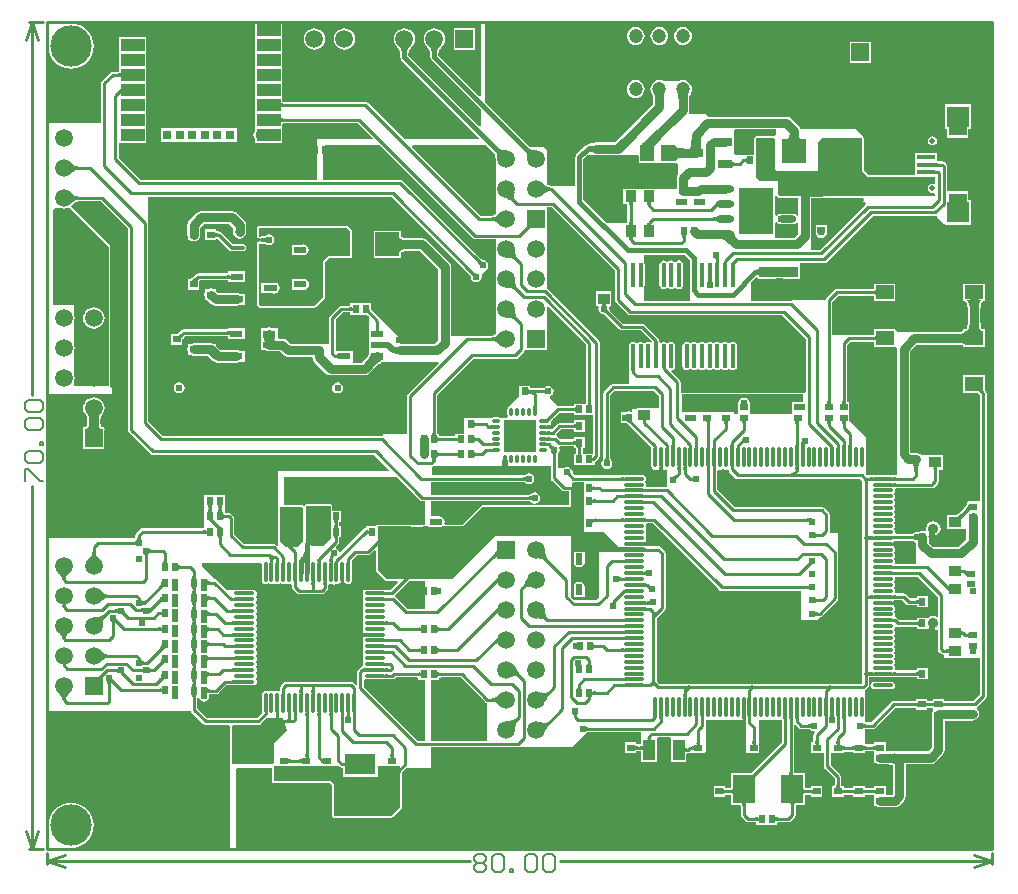
<source format=gtl>
G04*
G04 #@! TF.GenerationSoftware,Altium Limited,Altium Designer,18.1.9 (240)*
G04*
G04 Layer_Physical_Order=1*
G04 Layer_Color=255*
%FSLAX24Y24*%
%MOIN*%
G70*
G01*
G75*
%ADD14C,0.0100*%
%ADD15C,0.0200*%
%ADD16C,0.0060*%
%ADD19C,0.0050*%
%ADD22R,0.0236X0.0256*%
%ADD23O,0.0110X0.0709*%
%ADD24O,0.0709X0.0110*%
%ADD25R,0.0256X0.0236*%
%ADD26R,0.0433X0.0236*%
%ADD27O,0.0335X0.0138*%
%ADD28R,0.0335X0.0138*%
%ADD29R,0.0787X0.0394*%
%ADD30R,0.0315X0.0315*%
%ADD31R,0.0366X0.0386*%
%ADD32R,0.0492X0.0276*%
%ADD33R,0.0787X0.0787*%
%ADD34R,0.0386X0.0366*%
%ADD35R,0.0591X0.0472*%
%ADD36R,0.0748X0.0945*%
%ADD37O,0.0157X0.0827*%
%ADD38R,0.1024X0.0709*%
%ADD39R,0.0457X0.0579*%
%ADD40R,0.0610X0.0157*%
%ADD41R,0.0748X0.0709*%
%ADD42R,0.1055X0.1055*%
%ADD43O,0.0276X0.0110*%
%ADD44O,0.0110X0.0276*%
%ADD45R,0.1142X0.1575*%
%ADD46O,0.0630X0.0236*%
%ADD47R,0.0394X0.0709*%
%ADD82C,0.0300*%
%ADD83C,0.0150*%
%ADD84C,0.0591*%
%ADD85R,0.0591X0.0591*%
%ADD86R,0.0591X0.0591*%
%ADD87R,0.0591X0.0315*%
%ADD88C,0.0197*%
%ADD89C,0.0472*%
%ADD90C,0.0354*%
%ADD91C,0.1378*%
%ADD92C,0.0240*%
G36*
X13082Y26763D02*
X13059Y26738D01*
X13040Y26712D01*
X13022Y26687D01*
X13008Y26662D01*
X12996Y26636D01*
X12987Y26611D01*
X12980Y26587D01*
X12976Y26562D01*
X12975Y26537D01*
X12825D01*
X12824Y26562D01*
X12820Y26587D01*
X12813Y26611D01*
X12804Y26636D01*
X12792Y26662D01*
X12778Y26687D01*
X12760Y26712D01*
X12741Y26738D01*
X12718Y26763D01*
X12693Y26789D01*
X13107D01*
X13082Y26763D01*
D02*
G37*
G36*
X12082D02*
X12059Y26738D01*
X12040Y26712D01*
X12022Y26687D01*
X12008Y26662D01*
X11996Y26636D01*
X11987Y26611D01*
X11980Y26587D01*
X11976Y26562D01*
X11975Y26537D01*
X11825D01*
X11824Y26562D01*
X11820Y26587D01*
X11813Y26611D01*
X11804Y26636D01*
X11792Y26662D01*
X11778Y26687D01*
X11760Y26712D01*
X11741Y26738D01*
X11718Y26763D01*
X11693Y26789D01*
X12107D01*
X12082Y26763D01*
D02*
G37*
G36*
X2459Y25700D02*
X2458Y25710D01*
X2455Y25718D01*
X2450Y25726D01*
X2443Y25732D01*
X2433Y25738D01*
X2422Y25742D01*
X2409Y25745D01*
X2394Y25748D01*
X2377Y25749D01*
X2358Y25750D01*
Y25850D01*
X2377Y25851D01*
X2394Y25852D01*
X2409Y25854D01*
X2422Y25858D01*
X2433Y25863D01*
X2443Y25868D01*
X2450Y25875D01*
X2455Y25882D01*
X2458Y25891D01*
X2459Y25900D01*
Y25700D01*
D02*
G37*
G36*
X14450Y27559D02*
Y25110D01*
X14404Y25091D01*
X13038Y26457D01*
Y26529D01*
X13040Y26534D01*
X13041Y26555D01*
X13044Y26573D01*
X13049Y26592D01*
X13056Y26611D01*
X13066Y26632D01*
X13078Y26653D01*
X13092Y26674D01*
X13109Y26696D01*
X13129Y26719D01*
X13153Y26744D01*
X13155Y26749D01*
X13210Y26821D01*
X13246Y26907D01*
X13258Y27000D01*
X13246Y27093D01*
X13210Y27179D01*
X13153Y27253D01*
X13079Y27310D01*
X12993Y27346D01*
X12900Y27358D01*
X12807Y27346D01*
X12721Y27310D01*
X12647Y27253D01*
X12590Y27179D01*
X12554Y27093D01*
X12542Y27000D01*
X12554Y26907D01*
X12590Y26821D01*
X12645Y26749D01*
X12647Y26744D01*
X12671Y26719D01*
X12691Y26696D01*
X12708Y26674D01*
X12722Y26653D01*
X12734Y26632D01*
X12744Y26611D01*
X12751Y26592D01*
X12756Y26573D01*
X12759Y26555D01*
X12760Y26534D01*
X12762Y26529D01*
Y26400D01*
X12773Y26347D01*
X12803Y26303D01*
X14450Y24655D01*
Y24110D01*
X14404Y24091D01*
X12038Y26457D01*
Y26529D01*
X12040Y26534D01*
X12041Y26555D01*
X12044Y26573D01*
X12049Y26592D01*
X12056Y26611D01*
X12066Y26632D01*
X12078Y26653D01*
X12092Y26674D01*
X12109Y26696D01*
X12129Y26719D01*
X12153Y26744D01*
X12155Y26749D01*
X12210Y26821D01*
X12246Y26907D01*
X12258Y27000D01*
X12246Y27093D01*
X12210Y27179D01*
X12153Y27253D01*
X12079Y27310D01*
X11993Y27346D01*
X11900Y27358D01*
X11807Y27346D01*
X11721Y27310D01*
X11647Y27253D01*
X11590Y27179D01*
X11554Y27093D01*
X11542Y27000D01*
X11554Y26907D01*
X11590Y26821D01*
X11645Y26749D01*
X11647Y26744D01*
X11671Y26719D01*
X11691Y26696D01*
X11708Y26674D01*
X11722Y26653D01*
X11734Y26632D01*
X11744Y26611D01*
X11751Y26592D01*
X11756Y26573D01*
X11759Y26555D01*
X11760Y26534D01*
X11762Y26529D01*
Y26400D01*
X11773Y26347D01*
X11803Y26303D01*
X14405Y23700D01*
X14385Y23650D01*
X11908D01*
X10679Y24879D01*
X10643Y24904D01*
X10600Y24912D01*
X10600Y24912D01*
X7878D01*
X7872Y24915D01*
X7855Y24915D01*
X7842Y24916D01*
X7832Y24918D01*
X7831Y24918D01*
Y25543D01*
Y26043D01*
Y26543D01*
Y27043D01*
Y27509D01*
X7880Y27559D01*
X14450D01*
D02*
G37*
G36*
X21350Y25155D02*
X21347Y25149D01*
X21345Y25139D01*
X21343Y25128D01*
X21340Y25096D01*
X21338Y25055D01*
X21337Y25004D01*
X21037D01*
X21037Y25031D01*
X21030Y25139D01*
X21028Y25149D01*
X21025Y25155D01*
X21022Y25160D01*
X21353D01*
X21350Y25155D01*
D02*
G37*
G36*
X20562D02*
X20560Y25149D01*
X20558Y25139D01*
X20556Y25128D01*
X20552Y25096D01*
X20551Y25055D01*
X20550Y25004D01*
X20250D01*
X20250Y25031D01*
X20242Y25139D01*
X20240Y25149D01*
X20238Y25155D01*
X20235Y25160D01*
X20565D01*
X20562Y25155D01*
D02*
G37*
G36*
X7770Y24890D02*
X7773Y24882D01*
X7778Y24874D01*
X7785Y24868D01*
X7794Y24862D01*
X7805Y24858D01*
X7818Y24855D01*
X7834Y24852D01*
X7851Y24850D01*
X7870Y24850D01*
Y24750D01*
X7851Y24750D01*
X7834Y24748D01*
X7818Y24746D01*
X7805Y24742D01*
X7794Y24738D01*
X7785Y24732D01*
X7778Y24725D01*
X7773Y24718D01*
X7770Y24709D01*
X7769Y24700D01*
Y24900D01*
X7770Y24890D01*
D02*
G37*
G36*
Y24390D02*
X7773Y24382D01*
X7778Y24374D01*
X7785Y24368D01*
X7794Y24362D01*
X7805Y24358D01*
X7818Y24355D01*
X7834Y24352D01*
X7851Y24351D01*
X7870Y24350D01*
Y24250D01*
X7851Y24249D01*
X7834Y24248D01*
X7818Y24246D01*
X7805Y24242D01*
X7794Y24237D01*
X7785Y24232D01*
X7778Y24225D01*
X7773Y24218D01*
X7770Y24209D01*
X7769Y24200D01*
Y24400D01*
X7770Y24390D01*
D02*
G37*
G36*
X25048Y23883D02*
X25052Y23832D01*
X25060Y23787D01*
X25070Y23749D01*
X25083Y23716D01*
X25099Y23689D01*
X25118Y23668D01*
X25140Y23653D01*
X25165Y23644D01*
X25193Y23641D01*
X24600D01*
X24627Y23644D01*
X24652Y23653D01*
X24674Y23668D01*
X24694Y23689D01*
X24710Y23716D01*
X24723Y23749D01*
X24733Y23787D01*
X24741Y23832D01*
X24745Y23883D01*
X24746Y23939D01*
X25046D01*
X25048Y23883D01*
D02*
G37*
G36*
X18198Y23224D02*
X18185Y23232D01*
X18172Y23240D01*
X18161Y23245D01*
Y23227D01*
X18160Y23235D01*
X18156Y23242D01*
X18149Y23248D01*
X18140Y23253D01*
X18124Y23257D01*
X18105Y23262D01*
X18086Y23265D01*
X18049Y23268D01*
X18020Y23269D01*
Y23419D01*
X18043Y23419D01*
X18086Y23423D01*
X18105Y23426D01*
X18124Y23430D01*
X18140Y23435D01*
X18149Y23439D01*
X18156Y23446D01*
X18160Y23453D01*
X18161Y23461D01*
Y23443D01*
X18172Y23447D01*
X18185Y23455D01*
X18198Y23464D01*
Y23224D01*
D02*
G37*
G36*
X21759Y23580D02*
X21766Y23484D01*
X21773Y23445D01*
X21782Y23412D01*
X21792Y23385D01*
X21804Y23364D01*
X21819Y23349D01*
X21835Y23340D01*
X21853Y23337D01*
X21363D01*
X21381Y23340D01*
X21397Y23349D01*
X21411Y23364D01*
X21424Y23385D01*
X21434Y23412D01*
X21443Y23445D01*
X21449Y23484D01*
X21454Y23529D01*
X21458Y23637D01*
X21758D01*
X21759Y23580D01*
D02*
G37*
G36*
X20439Y23677D02*
X20373Y23609D01*
X20272Y23491D01*
X20236Y23440D01*
X20210Y23395D01*
X20194Y23355D01*
X20187Y23321D01*
X20191Y23293D01*
X20204Y23270D01*
X20227Y23252D01*
X19772Y23488D01*
X19786Y23491D01*
X19804Y23501D01*
X19828Y23517D01*
X19858Y23539D01*
X19932Y23603D01*
X20144Y23806D01*
X20439Y23677D01*
D02*
G37*
G36*
X19359Y23470D02*
X19318Y23430D01*
X19155Y23247D01*
X19149Y23235D01*
X19146Y23227D01*
X18893Y23461D01*
X18901Y23463D01*
X18913Y23469D01*
X18928Y23480D01*
X18947Y23495D01*
X19026Y23565D01*
X19137Y23673D01*
X19359Y23470D01*
D02*
G37*
G36*
X24286Y23986D02*
X24287Y23813D01*
X24238Y23765D01*
X23627D01*
X23581Y23746D01*
X23562Y23700D01*
Y23138D01*
X22945D01*
X22898Y23184D01*
Y23967D01*
X22906Y23986D01*
X24236D01*
X24286Y23986D01*
D02*
G37*
G36*
X16044Y23364D02*
X16064Y23349D01*
X16087Y23336D01*
X16111Y23325D01*
X16137Y23316D01*
X16165Y23308D01*
X16195Y23302D01*
X16227Y23298D01*
X16261Y23296D01*
X16297Y23295D01*
X16005Y23003D01*
X16004Y23039D01*
X16002Y23073D01*
X15998Y23105D01*
X15992Y23135D01*
X15984Y23163D01*
X15975Y23189D01*
X15964Y23213D01*
X15951Y23236D01*
X15936Y23256D01*
X15920Y23274D01*
X16026Y23380D01*
X16044Y23364D01*
D02*
G37*
G36*
X15044D02*
X15064Y23349D01*
X15087Y23336D01*
X15111Y23325D01*
X15137Y23316D01*
X15165Y23308D01*
X15195Y23302D01*
X15227Y23298D01*
X15261Y23296D01*
X15297Y23295D01*
X15005Y23003D01*
X15004Y23039D01*
X15002Y23073D01*
X14998Y23105D01*
X14992Y23135D01*
X14984Y23163D01*
X14975Y23189D01*
X14964Y23213D01*
X14951Y23236D01*
X14936Y23256D01*
X14920Y23274D01*
X15026Y23380D01*
X15044Y23364D01*
D02*
G37*
G36*
X20931Y23462D02*
X20940Y23438D01*
X20955Y23418D01*
X20976Y23400D01*
X21003Y23385D01*
X21036Y23372D01*
X21075Y23362D01*
X21120Y23356D01*
X21171Y23351D01*
X21228Y23350D01*
Y23050D01*
X21171Y23049D01*
X21120Y23044D01*
X21075Y23038D01*
X21036Y23028D01*
X21003Y23015D01*
X20976Y23000D01*
X20955Y22982D01*
X20940Y22962D01*
X20931Y22938D01*
X20928Y22912D01*
Y23488D01*
X20931Y23462D01*
D02*
G37*
G36*
X23317Y22850D02*
X23316Y22859D01*
X23313Y22868D01*
X23308Y22875D01*
X23301Y22882D01*
X23292Y22887D01*
X23281Y22892D01*
X23267Y22896D01*
X23252Y22898D01*
X23235Y22899D01*
X23216Y22900D01*
Y23000D01*
X23235Y23001D01*
X23252Y23002D01*
X23267Y23005D01*
X23281Y23008D01*
X23292Y23012D01*
X23301Y23018D01*
X23308Y23024D01*
X23313Y23032D01*
X23316Y23040D01*
X23317Y23050D01*
Y22850D01*
D02*
G37*
G36*
X29592Y22885D02*
X29595Y22880D01*
X29600Y22876D01*
X29607Y22872D01*
X29616Y22869D01*
X29627Y22867D01*
X29640Y22865D01*
X29655Y22863D01*
X29691Y22862D01*
Y22762D01*
X29672Y22762D01*
X29640Y22760D01*
X29627Y22758D01*
X29616Y22755D01*
X29607Y22752D01*
X29600Y22749D01*
X29595Y22745D01*
X29592Y22740D01*
X29591Y22735D01*
Y22890D01*
X29592Y22885D01*
D02*
G37*
G36*
X22837Y22916D02*
X22840Y22908D01*
X22845Y22900D01*
X22852Y22894D01*
X22861Y22888D01*
X22872Y22884D01*
X22885Y22880D01*
X22901Y22878D01*
X22918Y22876D01*
X22937Y22876D01*
Y22776D01*
X22918Y22775D01*
X22901Y22774D01*
X22885Y22771D01*
X22872Y22768D01*
X22861Y22763D01*
X22852Y22758D01*
X22845Y22751D01*
X22840Y22744D01*
X22837Y22735D01*
X22836Y22726D01*
Y22926D01*
X22837Y22916D01*
D02*
G37*
G36*
X27150Y22600D02*
X27350Y22400D01*
X29600D01*
Y22206D01*
X29550Y22177D01*
X29504Y22186D01*
X29442Y22174D01*
X29389Y22139D01*
X29354Y22087D01*
X29342Y22025D01*
X29354Y21963D01*
X29389Y21911D01*
X29442Y21876D01*
X29504Y21863D01*
X29550Y21873D01*
X29600Y21843D01*
Y21750D01*
X26488D01*
Y21761D01*
X26112D01*
Y21750D01*
X25988D01*
Y21761D01*
X25612D01*
Y21750D01*
X24426D01*
X24350Y21826D01*
Y22250D01*
X23750D01*
X23627Y22374D01*
Y23700D01*
X24200D01*
X24250Y23650D01*
Y22650D01*
X24300Y22600D01*
X25700D01*
Y23583D01*
X25817Y23700D01*
X27150D01*
Y22600D01*
D02*
G37*
G36*
X791Y22877D02*
X849Y22827D01*
X876Y22806D01*
X902Y22789D01*
X927Y22775D01*
X951Y22764D01*
X975Y22756D01*
X997Y22752D01*
X1018Y22750D01*
Y22650D01*
X997Y22648D01*
X975Y22644D01*
X951Y22636D01*
X927Y22625D01*
X902Y22611D01*
X876Y22594D01*
X849Y22573D01*
X791Y22523D01*
X761Y22493D01*
Y22907D01*
X791Y22877D01*
D02*
G37*
G36*
X29592Y22629D02*
X29595Y22624D01*
X29600Y22620D01*
X29607Y22616D01*
X29616Y22613D01*
X29627Y22611D01*
X29640Y22609D01*
X29655Y22607D01*
X29691Y22606D01*
Y22506D01*
X29672Y22506D01*
X29640Y22504D01*
X29627Y22502D01*
X29616Y22499D01*
X29607Y22496D01*
X29600Y22493D01*
X29595Y22489D01*
X29592Y22484D01*
X29591Y22479D01*
Y22634D01*
X29592Y22629D01*
D02*
G37*
G36*
X6875Y27559D02*
X6924Y27557D01*
Y27043D01*
Y26543D01*
Y26043D01*
Y25543D01*
Y25043D01*
Y24543D01*
Y23932D01*
X6920Y23930D01*
X6880Y23870D01*
X6866Y23800D01*
X6880Y23730D01*
X6920Y23670D01*
X6924Y23668D01*
Y23543D01*
X7831D01*
Y24043D01*
Y24182D01*
X7832Y24182D01*
X7842Y24184D01*
X7855Y24185D01*
X7872Y24185D01*
X7878Y24188D01*
X10354D01*
X10845Y23696D01*
X10826Y23650D01*
X9000D01*
X9000Y22312D01*
X3096D01*
X2372Y23036D01*
Y23503D01*
X2396Y23543D01*
X3304D01*
Y24043D01*
Y24543D01*
Y25043D01*
Y25543D01*
Y26043D01*
Y26543D01*
Y27057D01*
X2396D01*
Y26543D01*
Y25918D01*
X2395Y25918D01*
X2386Y25916D01*
X2373Y25915D01*
X2356Y25915D01*
X2350Y25912D01*
X2172D01*
X2129Y25904D01*
X2092Y25879D01*
X2092Y25879D01*
X1817Y25604D01*
X1793Y25567D01*
X1784Y25524D01*
X1784Y25524D01*
Y24217D01*
X1743Y24200D01*
X0D01*
Y26610D01*
X49Y26616D01*
X92Y26475D01*
X162Y26344D01*
X255Y26230D01*
X369Y26137D01*
X499Y26067D01*
X641Y26024D01*
X787Y26010D01*
X934Y26024D01*
X1075Y26067D01*
X1206Y26137D01*
X1320Y26230D01*
X1413Y26344D01*
X1483Y26475D01*
X1526Y26616D01*
X1540Y26763D01*
X1526Y26909D01*
X1483Y27051D01*
X1413Y27181D01*
X1320Y27295D01*
X1206Y27388D01*
X1075Y27458D01*
X934Y27501D01*
X850Y27509D01*
X852Y27559D01*
X6875D01*
D02*
G37*
G36*
X19709Y23093D02*
X19711Y23045D01*
Y22851D01*
X20288D01*
Y22887D01*
X20295Y22893D01*
X20288Y22851D01*
X20914D01*
X20920Y22847D01*
X20924Y22848D01*
X20928Y22847D01*
X20937Y22851D01*
X20989D01*
X21038Y22801D01*
Y22511D01*
X21002Y22457D01*
X20986Y22376D01*
Y22000D01*
X20307D01*
X20293Y22014D01*
X19201D01*
Y21508D01*
X19325D01*
X19326Y21506D01*
X19327Y21497D01*
X19328Y21484D01*
X19329Y21467D01*
X19332Y21461D01*
Y20900D01*
X19329Y20893D01*
X19328Y20876D01*
X19327Y20863D01*
X19326Y20854D01*
X19325Y20853D01*
X18646D01*
X18610Y20885D01*
X17870Y21624D01*
Y23000D01*
X17995Y23124D01*
X19672D01*
X19709Y23093D01*
D02*
G37*
G36*
X16542Y22176D02*
X16598Y22126D01*
X16625Y22106D01*
X16652Y22089D01*
X16677Y22075D01*
X16701Y22064D01*
X16724Y22056D01*
X16747Y22052D01*
X16768Y22050D01*
Y21950D01*
X16747Y21948D01*
X16724Y21944D01*
X16701Y21936D01*
X16677Y21925D01*
X16652Y21911D01*
X16625Y21894D01*
X16598Y21874D01*
X16570Y21850D01*
X16512Y21794D01*
Y22206D01*
X16542Y22176D01*
D02*
G37*
G36*
X26488Y21685D02*
X27173D01*
X27207Y21648D01*
X27200Y21550D01*
X27266D01*
X27273Y21541D01*
X27271Y21479D01*
X25754Y19962D01*
X25464D01*
Y20422D01*
Y21685D01*
X25612D01*
X25638Y21696D01*
X25962D01*
X25988Y21685D01*
X26112D01*
X26138Y21696D01*
X26462D01*
X26488Y21685D01*
D02*
G37*
G36*
X15562Y21857D02*
X15553Y21824D01*
X15547Y21794D01*
X15543Y21765D01*
X15544Y21738D01*
X15547Y21713D01*
X15553Y21689D01*
X15562Y21668D01*
X15575Y21648D01*
X15590Y21630D01*
X15492Y21587D01*
X15481Y21596D01*
X15467Y21606D01*
X15448Y21617D01*
X15397Y21642D01*
X15290Y21688D01*
X15196Y21723D01*
X15574Y21891D01*
X15562Y21857D01*
D02*
G37*
G36*
X791Y21877D02*
X849Y21827D01*
X876Y21806D01*
X902Y21789D01*
X927Y21775D01*
X951Y21764D01*
X975Y21756D01*
X997Y21752D01*
X1018Y21750D01*
Y21650D01*
X997Y21648D01*
X975Y21644D01*
X951Y21636D01*
X927Y21625D01*
X902Y21611D01*
X876Y21594D01*
X849Y21573D01*
X791Y21523D01*
X761Y21493D01*
Y21907D01*
X791Y21877D01*
D02*
G37*
G36*
X20141Y21568D02*
X20132Y21565D01*
X20124Y21560D01*
X20118Y21553D01*
X20113Y21544D01*
X20108Y21533D01*
X20104Y21520D01*
X20102Y21505D01*
X20101Y21488D01*
X20100Y21469D01*
X20000D01*
X20000Y21488D01*
X19998Y21505D01*
X19995Y21520D01*
X19992Y21533D01*
X19987Y21544D01*
X19982Y21553D01*
X19976Y21560D01*
X19968Y21565D01*
X19959Y21568D01*
X19950Y21569D01*
X20150D01*
X20141Y21568D01*
D02*
G37*
G36*
X19534D02*
X19526Y21565D01*
X19518Y21560D01*
X19512Y21553D01*
X19506Y21544D01*
X19502Y21533D01*
X19498Y21520D01*
X19496Y21505D01*
X19494Y21488D01*
X19494Y21469D01*
X19394D01*
X19393Y21488D01*
X19392Y21505D01*
X19389Y21520D01*
X19386Y21533D01*
X19381Y21544D01*
X19376Y21553D01*
X19369Y21560D01*
X19362Y21565D01*
X19353Y21568D01*
X19344Y21569D01*
X19544D01*
X19534Y21568D01*
D02*
G37*
G36*
X22365Y21392D02*
X22360Y21401D01*
X22354Y21407D01*
X22347Y21409D01*
X22338Y21409D01*
X22327Y21407D01*
X22315Y21401D01*
X22301Y21392D01*
X22286Y21380D01*
X22269Y21365D01*
X22251Y21348D01*
X22222Y21460D01*
X22235Y21474D01*
X22292Y21538D01*
X22297Y21546D01*
X22301Y21553D01*
X22304Y21559D01*
X22365Y21392D01*
D02*
G37*
G36*
X2040Y20060D02*
X2040Y15447D01*
X896Y15447D01*
Y15607D01*
X896Y15607D01*
X908Y15700D01*
X896Y15793D01*
X896Y15793D01*
Y16607D01*
X896Y16607D01*
X908Y16700D01*
X896Y16793D01*
X896Y16793D01*
Y17607D01*
X896Y17607D01*
X908Y17700D01*
X896Y17793D01*
X896Y17793D01*
Y18125D01*
X190Y18125D01*
Y18284D01*
Y21276D01*
X264Y21350D01*
X487D01*
X550Y21342D01*
X613Y21350D01*
X750D01*
X2040Y20060D01*
D02*
G37*
G36*
X24380Y21704D02*
X24426Y21685D01*
X25036D01*
Y21128D01*
X24986Y21113D01*
X24976Y21128D01*
X24917Y21168D01*
X24847Y21182D01*
X24460D01*
X24450Y21184D01*
X24380Y21170D01*
X24320Y21130D01*
X24308Y21111D01*
X24258Y21126D01*
Y21761D01*
X24291Y21774D01*
X24308Y21776D01*
X24380Y21704D01*
D02*
G37*
G36*
X14625Y23450D02*
X14669Y23436D01*
X14870Y23236D01*
X14871Y23231D01*
X14886Y23215D01*
X14896Y23200D01*
X14906Y23183D01*
X14915Y23164D01*
X14922Y23143D01*
X14929Y23120D01*
X14934Y23094D01*
X14937Y23067D01*
X14939Y23036D01*
X14940Y23002D01*
X14942Y22997D01*
X14950Y22937D01*
Y22063D01*
X14942Y22000D01*
X14950Y21937D01*
Y21169D01*
X14937Y21160D01*
X14914Y21145D01*
X14893Y21133D01*
X14875Y21125D01*
X14858Y21119D01*
X14844Y21116D01*
X14827Y21115D01*
X14822Y21112D01*
X14446D01*
X12155Y23403D01*
X12174Y23450D01*
X14625D01*
Y23450D01*
D02*
G37*
G36*
X22345Y20901D02*
X22344Y20910D01*
X22340Y20919D01*
X22332Y20926D01*
X22322Y20932D01*
X22309Y20938D01*
X22293Y20942D01*
X22274Y20946D01*
X22253Y20948D01*
X22228Y20950D01*
X22200Y20950D01*
Y21050D01*
X22228Y21050D01*
X22274Y21054D01*
X22293Y21058D01*
X22309Y21062D01*
X22322Y21068D01*
X22332Y21074D01*
X22340Y21081D01*
X22344Y21090D01*
X22345Y21099D01*
Y20901D01*
D02*
G37*
G36*
X31496Y-0D02*
X6299Y0D01*
Y224D01*
Y2650D01*
X6349Y2700D01*
X7482D01*
Y2250D01*
X7501Y2204D01*
X7546Y2185D01*
X9423D01*
X9485Y2123D01*
Y1100D01*
X9504Y1054D01*
X9550Y1035D01*
X11461D01*
X11507Y1054D01*
X11812Y1359D01*
X11831Y1405D01*
Y2563D01*
X11968Y2700D01*
X12800D01*
Y3388D01*
X15685D01*
X15685Y3388D01*
X15728Y3396D01*
X17491D01*
X17961Y3866D01*
X17972Y3874D01*
X17978Y3876D01*
X17983Y3880D01*
X17986Y3882D01*
X17989Y3884D01*
X17992Y3886D01*
X17996Y3888D01*
X18001Y3889D01*
X18007Y3891D01*
X18014Y3892D01*
X18021Y3892D01*
X18031Y3893D01*
X18038Y3895D01*
X19801D01*
Y3497D01*
X19800Y3497D01*
X19791Y3495D01*
X19778Y3494D01*
X19761Y3494D01*
X19754Y3491D01*
X19685D01*
X19678Y3494D01*
X19661Y3494D01*
X19649Y3495D01*
X19640Y3497D01*
X19638Y3497D01*
Y3557D01*
X19262D01*
Y3201D01*
X19638D01*
Y3260D01*
X19640Y3261D01*
X19649Y3262D01*
X19661Y3263D01*
X19678Y3264D01*
X19685Y3267D01*
X19754D01*
X19761Y3264D01*
X19778Y3263D01*
X19791Y3262D01*
X19800Y3261D01*
X19801Y3260D01*
Y2886D01*
X20315D01*
Y3714D01*
X20356Y3735D01*
X20744D01*
X20785Y3714D01*
Y2886D01*
X21299D01*
Y3182D01*
X21300Y3182D01*
X21309Y3184D01*
X21322Y3185D01*
X21339Y3185D01*
X21346Y3188D01*
X21357D01*
X21357Y3188D01*
X21400Y3196D01*
X21407Y3201D01*
X21888D01*
X21942Y3255D01*
Y4094D01*
X21942Y4094D01*
X21942Y4094D01*
Y4305D01*
X23293D01*
Y4195D01*
X23293Y4195D01*
X23293Y4195D01*
Y3245D01*
X23293Y3199D01*
X23295Y3196D01*
X23342Y3197D01*
X23738Y3201D01*
Y3557D01*
Y4305D01*
X24464D01*
X24474Y4289D01*
Y3532D01*
X23533Y2592D01*
X23527Y2590D01*
X23491Y2556D01*
X23477Y2545D01*
X23465Y2536D01*
X23458Y2532D01*
X23428D01*
X23421Y2534D01*
X23418Y2532D01*
X22784D01*
Y2036D01*
X22783Y2035D01*
X22774Y2034D01*
X22761Y2033D01*
X22744Y2032D01*
X22737Y2029D01*
X22635D01*
X22628Y2032D01*
X22611Y2033D01*
X22599Y2034D01*
X22590Y2035D01*
X22588Y2036D01*
Y2095D01*
X22212D01*
Y1739D01*
X22588D01*
Y1799D01*
X22590Y1799D01*
X22599Y1801D01*
X22611Y1802D01*
X22628Y1802D01*
X22635Y1805D01*
X22737D01*
X22744Y1802D01*
X22761Y1802D01*
X22774Y1801D01*
X22783Y1799D01*
X22784Y1799D01*
Y1468D01*
X23100D01*
X23100Y1467D01*
X23102Y1457D01*
X23103Y1444D01*
X23103Y1427D01*
X23106Y1421D01*
Y1132D01*
X23106Y1132D01*
X23115Y1089D01*
X23139Y1053D01*
X23271Y921D01*
X23271Y921D01*
X23307Y896D01*
X23350Y888D01*
X23350Y888D01*
X23591D01*
X23597Y885D01*
X23614Y885D01*
X23627Y884D01*
X23636Y882D01*
X23637Y882D01*
Y812D01*
X24328D01*
Y882D01*
X24329Y882D01*
X24339Y884D01*
X24351Y885D01*
X24369Y885D01*
X24375Y888D01*
X24700D01*
X24700Y888D01*
X24743Y896D01*
X24779Y921D01*
X24912Y1053D01*
X24912Y1053D01*
X24936Y1089D01*
X24944Y1132D01*
X24944Y1132D01*
Y1421D01*
X24947Y1427D01*
X24948Y1444D01*
X24949Y1457D01*
X24950Y1467D01*
X24951Y1468D01*
X25266D01*
Y1799D01*
X25268Y1799D01*
X25277Y1801D01*
X25290Y1802D01*
X25307Y1802D01*
X25313Y1805D01*
X25415D01*
X25422Y1802D01*
X25439Y1802D01*
X25452Y1801D01*
X25461Y1799D01*
X25462Y1799D01*
Y1739D01*
X25838D01*
Y2095D01*
X25462D01*
Y2036D01*
X25461Y2035D01*
X25452Y2034D01*
X25439Y2033D01*
X25422Y2032D01*
X25415Y2029D01*
X25313D01*
X25307Y2032D01*
X25290Y2033D01*
X25277Y2034D01*
X25268Y2035D01*
X25266Y2036D01*
Y2532D01*
X24901D01*
X24901Y2533D01*
X24899Y2543D01*
X24898Y2556D01*
X24898Y2573D01*
X24895Y2579D01*
Y4126D01*
X24945Y4147D01*
X25057Y4034D01*
X25093Y4010D01*
X25136Y4002D01*
X25136Y4002D01*
X25361D01*
X25367Y3999D01*
X25377Y3999D01*
X25385Y3998D01*
X25391Y3997D01*
X25397Y3996D01*
X25402Y3994D01*
X25406Y3992D01*
X25410Y3991D01*
X25413Y3989D01*
X25415Y3987D01*
X25420Y3982D01*
X25426Y3980D01*
X25480Y3944D01*
X25550Y3930D01*
X25551Y3930D01*
X25576Y3884D01*
X25571Y3879D01*
X25546Y3843D01*
X25538Y3800D01*
X25538Y3800D01*
Y3604D01*
X25535Y3597D01*
X25535Y3580D01*
X25534Y3567D01*
X25532Y3558D01*
X25532Y3557D01*
X25462D01*
Y3201D01*
X25838D01*
Y3201D01*
X25888Y3200D01*
Y2750D01*
X25888Y2750D01*
X25896Y2707D01*
X25921Y2671D01*
X26239Y2352D01*
Y2142D01*
X26236Y2136D01*
X26236Y2119D01*
X26235Y2106D01*
X26233Y2096D01*
X26233Y2095D01*
X26163D01*
Y1739D01*
X26539D01*
Y1799D01*
X26541Y1799D01*
X26550Y1801D01*
X26563Y1802D01*
X26580Y1802D01*
X26586Y1805D01*
X26818D01*
X26824Y1802D01*
X26841Y1802D01*
X26854Y1801D01*
X26864Y1799D01*
X26864Y1799D01*
Y1739D01*
X27240D01*
Y1799D01*
X27242Y1799D01*
X27251Y1801D01*
X27264Y1802D01*
X27281Y1802D01*
X27287Y1805D01*
X27519D01*
X27525Y1802D01*
X27542Y1802D01*
X27555Y1801D01*
X27564Y1799D01*
X27566Y1799D01*
Y1697D01*
X27556Y1682D01*
X27539Y1600D01*
X27556Y1518D01*
X27566Y1503D01*
Y1422D01*
X27642D01*
X27672Y1402D01*
X27754Y1386D01*
X28250D01*
X28332Y1402D01*
X28401Y1449D01*
X28551Y1599D01*
X28598Y1668D01*
X28614Y1750D01*
Y2830D01*
X29444D01*
X29526Y2846D01*
X29595Y2893D01*
X29851Y3149D01*
X29898Y3218D01*
X29914Y3300D01*
Y4275D01*
X30819D01*
X30901Y4291D01*
X30971Y4338D01*
X30997Y4364D01*
X31043Y4433D01*
X31059Y4515D01*
X31043Y4597D01*
X30997Y4667D01*
X30988Y4672D01*
X30988Y4732D01*
X30997Y4738D01*
X31279Y5021D01*
X31279Y5021D01*
X31304Y5057D01*
X31312Y5100D01*
Y15190D01*
X31312Y15190D01*
X31304Y15233D01*
X31298Y15242D01*
X31298Y15243D01*
X31292Y15251D01*
X31287Y15257D01*
X31282Y15270D01*
X31264Y15289D01*
X31251Y15304D01*
X31245Y15311D01*
Y15330D01*
X31246Y15331D01*
X31245Y15333D01*
Y15796D01*
X30535D01*
Y15204D01*
X31000D01*
X31001Y15204D01*
X31002Y15204D01*
X31006D01*
X31007Y15203D01*
X31014Y15200D01*
X31024Y15195D01*
X31034Y15188D01*
X31064Y15163D01*
X31080Y15147D01*
X31086Y15145D01*
X31088Y15144D01*
Y11600D01*
X30678D01*
X30657Y11579D01*
Y11526D01*
X30655Y11521D01*
X30654Y11511D01*
X30653Y11504D01*
X30649Y11495D01*
X30644Y11483D01*
X30637Y11470D01*
X30628Y11456D01*
X30616Y11440D01*
X30585Y11404D01*
X30566Y11384D01*
X30563Y11378D01*
X30389Y11204D01*
X30383Y11201D01*
X30346Y11167D01*
X30332Y11156D01*
X30320Y11147D01*
X30315Y11144D01*
X30288D01*
X30281Y11147D01*
X30276Y11144D01*
X30271Y11145D01*
X30270Y11144D01*
X29992D01*
Y10658D01*
X30621D01*
X30631Y10654D01*
Y10329D01*
X30366Y10064D01*
X29528D01*
X29379Y10213D01*
Y10388D01*
X29368Y10446D01*
X29413Y10476D01*
X29438Y10459D01*
X29531Y10441D01*
X29623Y10459D01*
X29702Y10512D01*
X29754Y10590D01*
X29773Y10683D01*
X29754Y10775D01*
X29702Y10854D01*
X29623Y10906D01*
X29531Y10924D01*
X29438Y10906D01*
X29360Y10854D01*
X29307Y10775D01*
X29289Y10683D01*
X29300Y10625D01*
X29263Y10577D01*
X29261Y10576D01*
X29247Y10585D01*
X29165Y10602D01*
X29083Y10585D01*
X29069Y10575D01*
X28987D01*
Y10568D01*
X28930Y10557D01*
X28876Y10521D01*
X28870Y10519D01*
X28865Y10515D01*
X28863Y10513D01*
X28860Y10511D01*
X28857Y10510D01*
X28775Y10503D01*
X28723Y10502D01*
X28717Y10500D01*
X28318D01*
X28314Y10502D01*
X28310Y10501D01*
X28305Y10502D01*
X28303Y10502D01*
X28297Y10506D01*
X28266Y10552D01*
X28270Y10573D01*
X28261Y10618D01*
X28236Y10656D01*
Y10687D01*
X28261Y10725D01*
X28270Y10770D01*
X28261Y10815D01*
X28236Y10853D01*
Y10884D01*
X28261Y10922D01*
X28270Y10967D01*
X28261Y11012D01*
X28236Y11050D01*
Y11081D01*
X28261Y11119D01*
X28270Y11164D01*
X28261Y11209D01*
X28236Y11247D01*
Y11278D01*
X28261Y11316D01*
X28270Y11361D01*
X28261Y11406D01*
X28236Y11444D01*
Y11474D01*
X28261Y11513D01*
X28270Y11557D01*
X28261Y11602D01*
X28236Y11640D01*
Y11671D01*
X28261Y11709D01*
X28270Y11754D01*
X28261Y11799D01*
X28236Y11837D01*
Y11868D01*
X28261Y11906D01*
X28270Y11951D01*
X28264Y11983D01*
X28269Y12005D01*
X28270Y12006D01*
X28295Y12036D01*
X29488D01*
X29488Y12036D01*
X29498Y12038D01*
X29500D01*
X29500Y12038D01*
X29543Y12046D01*
X29579Y12071D01*
X29679Y12171D01*
X29679Y12171D01*
X29704Y12207D01*
X29712Y12250D01*
Y12599D01*
X29715Y12605D01*
X29715Y12623D01*
X29716Y12635D01*
X29718Y12645D01*
X29718Y12646D01*
X29853D01*
Y13132D01*
X29138D01*
Y13178D01*
X29061D01*
X29032Y13198D01*
X28950Y13214D01*
X28789D01*
X28764Y13239D01*
Y16586D01*
X28989Y16811D01*
X30292D01*
X30294Y16810D01*
X30400Y16807D01*
X30441Y16803D01*
X30476Y16798D01*
X30503Y16791D01*
X30522Y16785D01*
X30532Y16779D01*
X30532Y16778D01*
X30535Y16774D01*
Y16729D01*
X30587D01*
X30596Y16725D01*
X30602Y16727D01*
X30608Y16726D01*
X30612Y16729D01*
X31245D01*
Y17247D01*
X31249Y17253D01*
X31248Y17257D01*
X31249Y17260D01*
X31245Y17269D01*
Y17321D01*
X31197D01*
X31191Y17325D01*
X31172Y17327D01*
X31162Y17330D01*
X31154Y17336D01*
X31145Y17346D01*
X31135Y17364D01*
X31125Y17388D01*
X31117Y17420D01*
X31110Y17460D01*
X31106Y17507D01*
X31105Y17562D01*
X31104Y17563D01*
Y18012D01*
X31105Y18013D01*
X31106Y18068D01*
X31110Y18115D01*
X31117Y18155D01*
X31125Y18187D01*
X31135Y18211D01*
X31145Y18229D01*
X31154Y18239D01*
X31162Y18245D01*
X31172Y18248D01*
X31191Y18250D01*
X31197Y18254D01*
X31245D01*
Y18306D01*
X31249Y18315D01*
X31248Y18318D01*
X31249Y18322D01*
X31245Y18328D01*
Y18846D01*
X30535D01*
Y18328D01*
X30531Y18322D01*
X30532Y18318D01*
X30531Y18315D01*
X30535Y18306D01*
Y18254D01*
X30583D01*
X30589Y18250D01*
X30608Y18248D01*
X30618Y18245D01*
X30626Y18239D01*
X30635Y18229D01*
X30645Y18211D01*
X30655Y18187D01*
X30663Y18155D01*
X30670Y18115D01*
X30674Y18068D01*
X30675Y18013D01*
X30676Y18012D01*
Y17563D01*
X30675Y17562D01*
X30674Y17507D01*
X30670Y17460D01*
X30663Y17420D01*
X30655Y17388D01*
X30645Y17364D01*
X30635Y17346D01*
X30626Y17336D01*
X30618Y17330D01*
X30608Y17327D01*
X30589Y17325D01*
X30583Y17321D01*
X30535D01*
Y17276D01*
X30532Y17272D01*
X30532Y17271D01*
X30522Y17265D01*
X30503Y17259D01*
X30476Y17252D01*
X30442Y17247D01*
X30350Y17241D01*
X30295Y17240D01*
X30293Y17239D01*
X28900D01*
X28841Y17227D01*
X28834Y17239D01*
X28834Y17239D01*
X28347D01*
X28265Y17321D01*
X27555D01*
Y17143D01*
X27554Y17143D01*
X27544Y17141D01*
X27532Y17140D01*
X27514Y17140D01*
X27508Y17137D01*
X26725D01*
X26725Y17137D01*
X26682Y17129D01*
X26162D01*
Y18238D01*
X26362Y18438D01*
X27508D01*
X27514Y18435D01*
X27532Y18435D01*
X27544Y18434D01*
X27554Y18432D01*
X27555Y18432D01*
Y18254D01*
X28265D01*
Y18846D01*
X27555D01*
Y18668D01*
X27554Y18668D01*
X27544Y18666D01*
X27532Y18665D01*
X27514Y18665D01*
X27508Y18662D01*
X26315D01*
X26315Y18662D01*
X26272Y18654D01*
X26236Y18629D01*
X26236Y18629D01*
X25971Y18364D01*
X25948Y18330D01*
X25946Y18328D01*
X25942Y18310D01*
X25930Y18285D01*
X24823D01*
X24800Y18262D01*
X23450D01*
Y18894D01*
X23622Y19066D01*
X23672Y19045D01*
Y18994D01*
X24107D01*
X24117Y18990D01*
X24126Y18994D01*
X24132Y18994D01*
X24137Y18993D01*
X24178Y18994D01*
Y19008D01*
X24359Y19021D01*
X24484Y19019D01*
X24552Y19014D01*
X24573Y19011D01*
X24573Y18994D01*
X24613Y18993D01*
X24618Y18994D01*
X24625Y18994D01*
X24634Y18990D01*
X24643Y18994D01*
X25078D01*
Y19538D01*
X25900D01*
X25900Y19538D01*
X25943Y19546D01*
X25979Y19571D01*
X27514Y21106D01*
X29593D01*
X29597Y21106D01*
X29608Y21103D01*
X29647Y21092D01*
X29667Y21072D01*
X29936Y20803D01*
X29932Y20840D01*
X29936Y20837D01*
Y20803D01*
X30804D01*
Y21632D01*
X30705D01*
Y21917D01*
X29998D01*
Y22764D01*
X29989Y22807D01*
X29965Y22844D01*
X29965Y22844D01*
X29917Y22892D01*
X29881Y22916D01*
X29838Y22924D01*
X29838Y22924D01*
X29699D01*
X29693Y22927D01*
X29659Y22928D01*
X29652Y22929D01*
Y23207D01*
X28922D01*
Y22929D01*
Y22465D01*
X27377D01*
X27215Y22627D01*
Y23700D01*
X27196Y23746D01*
X27188Y23749D01*
X27177Y23765D01*
X27177D01*
X26956Y23986D01*
X25101Y23986D01*
X25094Y24021D01*
X25048Y24091D01*
X24787Y24351D01*
X24718Y24398D01*
X24636Y24414D01*
X22008D01*
X21973Y24450D01*
X21973D01*
X21923Y24500D01*
X21401D01*
X21378Y24544D01*
X21385Y24555D01*
X21402Y24637D01*
Y25001D01*
X21402Y25003D01*
X21403Y25053D01*
X21405Y25092D01*
X21407Y25119D01*
X21409Y25126D01*
X21409Y25129D01*
X21410Y25132D01*
X21410Y25132D01*
X21446Y25179D01*
X21476Y25251D01*
X21486Y25328D01*
X21476Y25406D01*
X21446Y25478D01*
X21399Y25540D01*
X21337Y25587D01*
X21265Y25617D01*
X21187Y25627D01*
X21110Y25617D01*
X21038Y25587D01*
X20549D01*
X20477Y25617D01*
X20400Y25627D01*
X20323Y25617D01*
X20251Y25587D01*
X20189Y25540D01*
X20141Y25478D01*
X20111Y25406D01*
X20101Y25328D01*
X20111Y25251D01*
X20141Y25179D01*
X20177Y25132D01*
X20177Y25132D01*
X20178Y25129D01*
X20185Y25029D01*
X20185Y25004D01*
X20186Y25002D01*
Y24813D01*
X19093Y23720D01*
X19091Y23719D01*
X18981Y23612D01*
X18920Y23558D01*
X18288D01*
X18206Y23542D01*
X18177Y23522D01*
X18173Y23525D01*
X18167Y23523D01*
X18161Y23526D01*
X18152Y23522D01*
X18100D01*
Y23491D01*
X18093Y23490D01*
X18078Y23487D01*
X18039Y23484D01*
X18018Y23484D01*
X18008Y23479D01*
X17967Y23471D01*
X17922Y23441D01*
X17635Y23154D01*
X17606Y23109D01*
X17595Y23057D01*
Y22145D01*
X17562Y22112D01*
X16778D01*
X16773Y22115D01*
X16756Y22116D01*
X16741Y22119D01*
X16725Y22125D01*
X16706Y22133D01*
X16685Y22145D01*
X16663Y22159D01*
X16655Y22165D01*
Y22977D01*
X16658Y23000D01*
X16655Y23023D01*
Y23294D01*
X16550Y23399D01*
X16108D01*
X16100Y23404D01*
X16085Y23414D01*
X16069Y23429D01*
X16064Y23430D01*
X14600Y24895D01*
Y27559D01*
X31496D01*
X31496Y-0D01*
D02*
G37*
G36*
X15089Y20793D02*
X15059Y20823D01*
X15001Y20873D01*
X14974Y20894D01*
X14948Y20911D01*
X14923Y20925D01*
X14899Y20936D01*
X14875Y20944D01*
X14853Y20948D01*
X14832Y20950D01*
Y21050D01*
X14853Y21052D01*
X14875Y21056D01*
X14899Y21064D01*
X14923Y21075D01*
X14948Y21089D01*
X14974Y21106D01*
X15001Y21127D01*
X15059Y21177D01*
X15089Y21207D01*
Y20793D01*
D02*
G37*
G36*
X20100Y20852D02*
X20102Y20828D01*
X20104Y20818D01*
X20106Y20809D01*
X20109Y20803D01*
X20112Y20797D01*
X20116Y20794D01*
X20120Y20791D01*
X20125Y20791D01*
X19975D01*
X19980Y20791D01*
X19984Y20794D01*
X19988Y20797D01*
X19991Y20803D01*
X19994Y20809D01*
X19996Y20818D01*
X19998Y20828D01*
X19999Y20839D01*
X20000Y20866D01*
X20100D01*
X20100Y20852D01*
D02*
G37*
G36*
X19494Y20872D02*
X19496Y20855D01*
X19498Y20840D01*
X19502Y20827D01*
X19506Y20816D01*
X19512Y20807D01*
X19518Y20800D01*
X19526Y20795D01*
X19534Y20792D01*
X19544Y20791D01*
X19344D01*
X19353Y20792D01*
X19362Y20795D01*
X19369Y20800D01*
X19376Y20807D01*
X19381Y20816D01*
X19386Y20827D01*
X19389Y20840D01*
X19392Y20855D01*
X19393Y20872D01*
X19394Y20892D01*
X19494D01*
X19494Y20872D01*
D02*
G37*
G36*
X16147Y20706D02*
X16140Y20712D01*
X16130Y20714D01*
X16120D01*
X16108Y20712D01*
X16094Y20706D01*
X16079Y20697D01*
X16063Y20686D01*
X16046Y20672D01*
X16006Y20635D01*
X15935Y20706D01*
X15955Y20726D01*
X15986Y20763D01*
X15997Y20779D01*
X16006Y20794D01*
X16012Y20808D01*
X16014Y20820D01*
Y20830D01*
X16012Y20840D01*
X16006Y20847D01*
X16147Y20706D01*
D02*
G37*
G36*
X21306Y20472D02*
X21297Y20469D01*
X21290Y20464D01*
X21283Y20457D01*
X21278Y20448D01*
X21273Y20437D01*
X21270Y20424D01*
X21267Y20409D01*
X21266Y20392D01*
X21265Y20373D01*
X21165D01*
X21165Y20392D01*
X21163Y20409D01*
X21161Y20424D01*
X21157Y20437D01*
X21153Y20448D01*
X21147Y20457D01*
X21141Y20464D01*
X21133Y20469D01*
X21125Y20472D01*
X21115Y20473D01*
X21315D01*
X21306Y20472D01*
D02*
G37*
G36*
X24320Y20870D02*
X24380Y20830D01*
X24450Y20816D01*
X24460Y20818D01*
X24847D01*
X24917Y20832D01*
X24976Y20872D01*
X24986Y20887D01*
X25036Y20872D01*
Y20511D01*
X24889Y20364D01*
X24285D01*
X24258Y20403D01*
Y20874D01*
X24308Y20889D01*
X24320Y20870D01*
D02*
G37*
G36*
X19534Y20407D02*
X19526Y20404D01*
X19518Y20399D01*
X19512Y20392D01*
X19506Y20383D01*
X19502Y20372D01*
X19498Y20359D01*
X19496Y20344D01*
X19494Y20327D01*
X19494Y20308D01*
X19394D01*
X19393Y20327D01*
X19392Y20344D01*
X19389Y20359D01*
X19386Y20372D01*
X19381Y20383D01*
X19376Y20392D01*
X19369Y20399D01*
X19362Y20404D01*
X19353Y20407D01*
X19344Y20408D01*
X19544D01*
X19534Y20407D01*
D02*
G37*
G36*
X22917Y20481D02*
X22920Y20461D01*
X22926Y20440D01*
X22935Y20417D01*
X22947Y20394D01*
X22963Y20369D01*
X22982Y20342D01*
X23005Y20315D01*
X23059Y20256D01*
X22721Y20170D01*
X22682Y20207D01*
X22607Y20272D01*
X22571Y20299D01*
X22536Y20322D01*
X22502Y20342D01*
X22469Y20358D01*
X22437Y20371D01*
X22406Y20380D01*
X22376Y20386D01*
X22918Y20500D01*
X22917Y20481D01*
D02*
G37*
G36*
X11722Y20422D02*
X11731Y20396D01*
X11746Y20373D01*
X11767Y20354D01*
X11794Y20338D01*
X11827Y20324D01*
X11866Y20313D01*
X11911Y20306D01*
X11962Y20301D01*
X12019Y20300D01*
Y20000D01*
X11962Y19999D01*
X11911Y19994D01*
X11866Y19986D01*
X11827Y19976D01*
X11794Y19963D01*
X11767Y19946D01*
X11746Y19927D01*
X11731Y19904D01*
X11722Y19878D01*
X11719Y19850D01*
Y20450D01*
X11722Y20422D01*
D02*
G37*
G36*
X15596Y19955D02*
X15601Y19879D01*
X15606Y19845D01*
X15612Y19814D01*
X15620Y19786D01*
X15629Y19761D01*
X15640Y19739D01*
X15652Y19720D01*
X15666Y19704D01*
X15596Y19634D01*
X15580Y19648D01*
X15561Y19660D01*
X15539Y19671D01*
X15514Y19680D01*
X15486Y19688D01*
X15455Y19694D01*
X15421Y19699D01*
X15345Y19704D01*
X15303Y19705D01*
X15595Y19997D01*
X15596Y19955D01*
D02*
G37*
G36*
X22400Y19732D02*
X22396Y19724D01*
X22393Y19715D01*
X22390Y19706D01*
X22388Y19696D01*
X22384Y19676D01*
X22383Y19664D01*
X22382Y19641D01*
X22383Y19624D01*
X22386Y19576D01*
X22388Y19562D01*
X22394Y19539D01*
X22397Y19529D01*
X22401Y19520D01*
X22405Y19512D01*
X22259D01*
X22264Y19520D01*
X22268Y19529D01*
X22271Y19539D01*
X22274Y19550D01*
X22277Y19562D01*
X22280Y19590D01*
X22281Y19606D01*
X22282Y19623D01*
X22281Y19633D01*
X22279Y19644D01*
X22276Y19653D01*
X22272Y19662D01*
X22268Y19671D01*
X22263Y19678D01*
X22257Y19684D01*
X22250Y19690D01*
X22242Y19695D01*
X22404Y19740D01*
X22400Y19732D01*
D02*
G37*
G36*
X22984Y19589D02*
X22966Y19569D01*
X22937Y19535D01*
X22927Y19520D01*
X22919Y19506D01*
X22914Y19494D01*
X22912Y19483D01*
X22913Y19473D01*
X22916Y19464D01*
X22922Y19457D01*
X22814Y19555D01*
X22814Y19556D01*
X22816Y19559D01*
X22820Y19564D01*
X22893Y19639D01*
X22913Y19659D01*
X22984Y19589D01*
D02*
G37*
G36*
X14432Y19605D02*
X14441Y19598D01*
X14450Y19591D01*
X14459Y19585D01*
X14468Y19581D01*
X14477Y19577D01*
X14486Y19574D01*
X14496Y19572D01*
X14505Y19570D01*
X14515Y19570D01*
X14396Y19451D01*
X14395Y19461D01*
X14394Y19470D01*
X14392Y19479D01*
X14389Y19489D01*
X14385Y19498D01*
X14380Y19507D01*
X14375Y19516D01*
X14368Y19525D01*
X14361Y19534D01*
X14352Y19543D01*
X14423Y19613D01*
X14432Y19605D01*
D02*
G37*
G36*
X24634Y19055D02*
X24631Y19061D01*
X24622Y19066D01*
X24607Y19071D01*
X24586Y19075D01*
X24559Y19079D01*
X24487Y19084D01*
X24358Y19086D01*
X24144Y19071D01*
X24129Y19066D01*
X24120Y19061D01*
X24117Y19055D01*
Y19419D01*
X24120Y19413D01*
X24129Y19407D01*
X24144Y19402D01*
X24165Y19398D01*
X24192Y19395D01*
X24264Y19390D01*
X24393Y19387D01*
X24607Y19402D01*
X24622Y19407D01*
X24631Y19413D01*
X24634Y19419D01*
Y19055D01*
D02*
G37*
G36*
X23734Y19320D02*
X23746Y19322D01*
X23768Y19327D01*
X23788Y19333D01*
X23805Y19339D01*
X23820Y19346D01*
X23832Y19354D01*
Y19119D01*
X23820Y19127D01*
X23805Y19135D01*
X23788Y19141D01*
X23768Y19146D01*
X23746Y19151D01*
X23734Y19153D01*
Y19101D01*
X23733Y19113D01*
X23729Y19123D01*
X23722Y19132D01*
X23712Y19140D01*
X23700Y19147D01*
X23685Y19152D01*
X23667Y19156D01*
X23647Y19159D01*
X23625Y19161D01*
X23598Y19162D01*
Y19312D01*
X23624Y19312D01*
X23647Y19314D01*
X23667Y19317D01*
X23685Y19321D01*
X23700Y19327D01*
X23712Y19333D01*
X23722Y19341D01*
X23729Y19350D01*
X23733Y19360D01*
X23734Y19372D01*
Y19320D01*
D02*
G37*
G36*
X14216Y19229D02*
X14225Y19222D01*
X14234Y19215D01*
X14243Y19209D01*
X14252Y19205D01*
X14261Y19201D01*
X14271Y19198D01*
X14280Y19196D01*
X14289Y19194D01*
X14299Y19194D01*
X14180Y19075D01*
X14180Y19085D01*
X14178Y19094D01*
X14176Y19103D01*
X14173Y19113D01*
X14169Y19122D01*
X14165Y19131D01*
X14159Y19140D01*
X14152Y19149D01*
X14145Y19158D01*
X14137Y19167D01*
X14207Y19237D01*
X14216Y19229D01*
D02*
G37*
G36*
X14185Y20357D02*
X14185Y20357D01*
X14221Y20332D01*
X14264Y20324D01*
X14264Y20324D01*
X14950D01*
Y20063D01*
X14942Y20000D01*
X14950Y19937D01*
Y19063D01*
X14942Y19000D01*
X14950Y18937D01*
Y18063D01*
X14942Y18000D01*
X14950Y17937D01*
Y17169D01*
X14937Y17160D01*
X14914Y17145D01*
X14893Y17133D01*
X14875Y17125D01*
X14858Y17119D01*
X14844Y17116D01*
X14827Y17115D01*
X14822Y17112D01*
X14000D01*
X14000Y17112D01*
X13998Y17112D01*
X13952Y17104D01*
X13952Y17104D01*
X13464D01*
Y19400D01*
X13448Y19482D01*
X13401Y19551D01*
X12651Y20301D01*
X12582Y20348D01*
X12500Y20364D01*
X12023D01*
X12021Y20365D01*
X11966Y20366D01*
X11919Y20370D01*
X11880Y20377D01*
X11848Y20386D01*
X11824Y20396D01*
X11807Y20406D01*
X11796Y20416D01*
X11790Y20425D01*
X11786Y20436D01*
X11784Y20457D01*
X11780Y20463D01*
Y20604D01*
X10873D01*
Y19696D01*
X11780D01*
Y19837D01*
X11784Y19843D01*
X11786Y19864D01*
X11790Y19875D01*
X11796Y19884D01*
X11807Y19894D01*
X11824Y19904D01*
X11848Y19914D01*
X11880Y19923D01*
X11919Y19930D01*
X11966Y19934D01*
X12021Y19935D01*
X12023Y19936D01*
X12411D01*
X13036Y19311D01*
Y16957D01*
X12911Y16833D01*
X11766D01*
Y17010D01*
X10855Y17921D01*
X10853Y17927D01*
X10818Y17965D01*
X10807Y17979D01*
X10798Y17991D01*
X10795Y17996D01*
Y18022D01*
X10798Y18029D01*
X10795Y18034D01*
X10796Y18039D01*
X10795Y18040D01*
Y18188D01*
X10105D01*
Y18118D01*
X10104Y18118D01*
X10094Y18116D01*
X10081Y18115D01*
X10064Y18115D01*
X10058Y18112D01*
X9800D01*
X9757Y18104D01*
X9721Y18079D01*
X9721Y18079D01*
X9421Y17779D01*
X9396Y17743D01*
X9388Y17700D01*
X9388Y17700D01*
Y16894D01*
X9377Y16846D01*
X9332Y16834D01*
X8369D01*
X8343Y16839D01*
X8101D01*
X7988Y16951D01*
X7919Y16998D01*
X7837Y17014D01*
X7709D01*
X7681Y17057D01*
X7679Y17063D01*
X7680Y17070D01*
X7678Y17074D01*
Y17352D01*
X7513D01*
X7483Y17372D01*
X7401Y17388D01*
X7319Y17372D01*
X7290Y17352D01*
X7125D01*
Y17074D01*
X7122Y17070D01*
X7124Y17063D01*
X7121Y17057D01*
X7125Y17048D01*
Y16996D01*
X7125D01*
X7125Y16978D01*
X7125Y16978D01*
Y16926D01*
X7121Y16917D01*
X7124Y16911D01*
X7122Y16904D01*
X7125Y16900D01*
Y16622D01*
X7290D01*
X7319Y16602D01*
X7401Y16586D01*
X7748D01*
X7861Y16474D01*
X7930Y16427D01*
X8012Y16411D01*
X8317D01*
X8350Y16404D01*
X8350Y16404D01*
X8836D01*
Y16400D01*
X8852Y16318D01*
X8899Y16249D01*
X9299Y15849D01*
X9368Y15802D01*
X9450Y15786D01*
X10575D01*
X10657Y15802D01*
X10727Y15849D01*
X10928Y16050D01*
X10930Y16050D01*
X10970Y16089D01*
X11044Y16155D01*
X11077Y16180D01*
X11108Y16201D01*
X11136Y16218D01*
X11162Y16230D01*
X11184Y16238D01*
X11202Y16243D01*
X11222Y16244D01*
X11228Y16248D01*
X11235Y16247D01*
X11236Y16248D01*
X13024D01*
X13043Y16202D01*
X12021Y15179D01*
X11996Y15143D01*
X11988Y15100D01*
X11988Y15100D01*
Y13858D01*
X11953Y13824D01*
X11200D01*
X11197Y13791D01*
X11156Y13761D01*
X11150Y13762D01*
X11150Y13762D01*
X3846D01*
X3362Y14246D01*
Y20883D01*
Y21738D01*
X11478D01*
X14087Y19128D01*
X14089Y19122D01*
X14096Y19115D01*
X14101Y19109D01*
X14105Y19104D01*
X14108Y19099D01*
X14111Y19094D01*
X14112Y19090D01*
X14114Y19086D01*
X14114Y19083D01*
X14115Y19079D01*
X14115Y19073D01*
X14118Y19067D01*
X14130Y19004D01*
X14170Y18944D01*
X14230Y18904D01*
X14300Y18890D01*
X14370Y18904D01*
X14430Y18944D01*
X14470Y19004D01*
X14484Y19074D01*
X14476Y19110D01*
X14500Y19150D01*
Y19150D01*
X14646Y19296D01*
Y19320D01*
X14685Y19380D01*
X14699Y19450D01*
X14685Y19520D01*
X14646Y19580D01*
X14586Y19620D01*
X14523Y19632D01*
X14517Y19635D01*
X14511Y19635D01*
X14507Y19636D01*
X14504Y19636D01*
X14500Y19638D01*
X14496Y19639D01*
X14491Y19642D01*
X14486Y19645D01*
X14481Y19649D01*
X14475Y19654D01*
X14468Y19661D01*
X14461Y19663D01*
X11845Y22279D01*
X11809Y22304D01*
X11766Y22312D01*
X11766Y22312D01*
X9200D01*
Y23400D01*
X9250Y23450D01*
X11092D01*
X14185Y20357D01*
D02*
G37*
G36*
X15596Y18955D02*
X15601Y18879D01*
X15606Y18845D01*
X15612Y18814D01*
X15620Y18786D01*
X15629Y18761D01*
X15640Y18739D01*
X15652Y18720D01*
X15666Y18704D01*
X15596Y18634D01*
X15580Y18648D01*
X15561Y18660D01*
X15539Y18671D01*
X15514Y18680D01*
X15486Y18688D01*
X15455Y18694D01*
X15421Y18699D01*
X15345Y18704D01*
X15303Y18705D01*
X15595Y18997D01*
X15596Y18955D01*
D02*
G37*
G36*
X27617Y18450D02*
X27616Y18460D01*
X27613Y18468D01*
X27608Y18476D01*
X27601Y18482D01*
X27592Y18487D01*
X27581Y18492D01*
X27568Y18496D01*
X27552Y18498D01*
X27535Y18499D01*
X27516Y18500D01*
Y18600D01*
X27535Y18600D01*
X27552Y18602D01*
X27568Y18605D01*
X27581Y18608D01*
X27592Y18613D01*
X27601Y18618D01*
X27608Y18625D01*
X27613Y18632D01*
X27616Y18641D01*
X27617Y18650D01*
Y18450D01*
D02*
G37*
G36*
X21427Y19628D02*
Y19501D01*
X21423Y19482D01*
Y18813D01*
Y18262D01*
X19919D01*
X19878Y18283D01*
Y18720D01*
X19904Y18759D01*
X19915Y18813D01*
Y19482D01*
X19904Y19536D01*
X19878Y19575D01*
Y19800D01*
X19923Y19812D01*
X21243D01*
X21427Y19628D01*
D02*
G37*
G36*
X18600Y18169D02*
X18601Y18166D01*
X18650D01*
X18641Y18165D01*
X18632Y18162D01*
X18625Y18157D01*
X18618Y18150D01*
X18613Y18141D01*
X18608Y18130D01*
X18608Y18129D01*
X18608Y18126D01*
X18612Y18117D01*
X18617Y18108D01*
X18622Y18100D01*
X18628Y18093D01*
X18634Y18086D01*
X18601D01*
X18600Y18084D01*
X18600Y18065D01*
X18500D01*
X18499Y18084D01*
X18499Y18086D01*
X18466D01*
X18472Y18093D01*
X18478Y18100D01*
X18483Y18108D01*
X18488Y18117D01*
X18491Y18126D01*
X18492Y18129D01*
X18492Y18130D01*
X18487Y18141D01*
X18482Y18150D01*
X18476Y18157D01*
X18468Y18162D01*
X18460Y18165D01*
X18450Y18166D01*
X18499D01*
X18500Y18169D01*
X18500Y18181D01*
X18600D01*
X18600Y18169D01*
D02*
G37*
G36*
X31157Y18312D02*
X31132Y18303D01*
X31111Y18288D01*
X31092Y18267D01*
X31076Y18240D01*
X31063Y18207D01*
X31053Y18168D01*
X31046Y18123D01*
X31041Y18072D01*
X31040Y18015D01*
X30740D01*
X30739Y18072D01*
X30734Y18123D01*
X30727Y18168D01*
X30717Y18207D01*
X30704Y18240D01*
X30688Y18267D01*
X30669Y18288D01*
X30648Y18303D01*
X30623Y18312D01*
X30596Y18315D01*
X31184D01*
X31157Y18312D01*
D02*
G37*
G36*
X10167Y17900D02*
X10166Y17909D01*
X10163Y17918D01*
X10158Y17925D01*
X10151Y17932D01*
X10142Y17938D01*
X10131Y17942D01*
X10117Y17945D01*
X10102Y17948D01*
X10085Y17950D01*
X10066Y17950D01*
Y18050D01*
X10085Y18051D01*
X10102Y18052D01*
X10117Y18054D01*
X10131Y18058D01*
X10142Y18062D01*
X10151Y18068D01*
X10158Y18075D01*
X10163Y18082D01*
X10166Y18090D01*
X10167Y18100D01*
Y17900D01*
D02*
G37*
G36*
X18670Y17989D02*
X18672Y17980D01*
X18674Y17971D01*
X18677Y17961D01*
X18681Y17952D01*
X18685Y17943D01*
X18691Y17934D01*
X18698Y17925D01*
X18705Y17916D01*
X18713Y17907D01*
X18643Y17837D01*
X18634Y17845D01*
X18625Y17852D01*
X18616Y17859D01*
X18607Y17865D01*
X18598Y17869D01*
X18589Y17873D01*
X18579Y17876D01*
X18570Y17878D01*
X18561Y17880D01*
X18551Y17880D01*
X18670Y17999D01*
X18670Y17989D01*
D02*
G37*
G36*
X10728Y18016D02*
X10726Y18007D01*
X10726Y17996D01*
X10729Y17984D01*
X10735Y17971D01*
X10743Y17956D01*
X10755Y17940D01*
X10769Y17922D01*
X10805Y17883D01*
X10744Y17803D01*
X10723Y17823D01*
X10686Y17855D01*
X10669Y17866D01*
X10654Y17875D01*
X10641Y17881D01*
X10629Y17884D01*
X10619Y17883D01*
X10610Y17880D01*
X10603Y17874D01*
X10733Y18025D01*
X10728Y18016D01*
D02*
G37*
G36*
X15596Y17955D02*
X15601Y17879D01*
X15606Y17845D01*
X15612Y17814D01*
X15620Y17786D01*
X15629Y17761D01*
X15640Y17739D01*
X15652Y17720D01*
X15666Y17704D01*
X15596Y17634D01*
X15580Y17648D01*
X15561Y17660D01*
X15539Y17671D01*
X15514Y17680D01*
X15486Y17688D01*
X15455Y17694D01*
X15421Y17699D01*
X15345Y17704D01*
X15303Y17705D01*
X15595Y17997D01*
X15596Y17955D01*
D02*
G37*
G36*
X11052Y17372D02*
X11053Y17354D01*
X11056Y17339D01*
X11059Y17326D01*
X11064Y17315D01*
X11069Y17306D01*
X11076Y17299D01*
X11083Y17294D01*
X11092Y17291D01*
X11101Y17290D01*
X10901D01*
X10911Y17291D01*
X10919Y17294D01*
X10927Y17299D01*
X10933Y17306D01*
X10939Y17315D01*
X10943Y17326D01*
X10947Y17339D01*
X10949Y17354D01*
X10951Y17372D01*
X10951Y17391D01*
X11051D01*
X11052Y17372D01*
D02*
G37*
G36*
X31041Y17503D02*
X31046Y17452D01*
X31053Y17407D01*
X31063Y17368D01*
X31076Y17335D01*
X31092Y17308D01*
X31111Y17287D01*
X31132Y17272D01*
X31157Y17263D01*
X31184Y17260D01*
X30596D01*
X30623Y17263D01*
X30648Y17272D01*
X30669Y17287D01*
X30688Y17308D01*
X30704Y17335D01*
X30717Y17368D01*
X30727Y17407D01*
X30734Y17452D01*
X30739Y17503D01*
X30740Y17560D01*
X31040D01*
X31041Y17503D01*
D02*
G37*
G36*
X27617Y16925D02*
X27616Y16934D01*
X27613Y16943D01*
X27608Y16951D01*
X27601Y16957D01*
X27592Y16962D01*
X27581Y16967D01*
X27568Y16970D01*
X27552Y16973D01*
X27535Y16975D01*
X27516Y16975D01*
Y17075D01*
X27535Y17076D01*
X27552Y17077D01*
X27568Y17079D01*
X27581Y17083D01*
X27592Y17088D01*
X27601Y17093D01*
X27608Y17099D01*
X27613Y17107D01*
X27616Y17115D01*
X27617Y17125D01*
Y16925D01*
D02*
G37*
G36*
X7552Y17125D02*
X7558Y17057D01*
X7617D01*
X7604Y17055D01*
X7593Y17047D01*
X7583Y17034D01*
X7575Y17016D01*
X7568Y16993D01*
X7566Y16987D01*
X7568Y16981D01*
X7575Y16958D01*
X7583Y16940D01*
X7593Y16927D01*
X7604Y16919D01*
X7617Y16917D01*
X7556D01*
X7552Y16849D01*
X7551Y16800D01*
X7251D01*
X7251Y16849D01*
X7245Y16917D01*
X7186D01*
X7198Y16919D01*
X7209Y16927D01*
X7219Y16940D01*
X7228Y16958D01*
X7235Y16981D01*
X7236Y16987D01*
X7235Y16993D01*
X7228Y17016D01*
X7219Y17034D01*
X7209Y17047D01*
X7198Y17055D01*
X7186Y17057D01*
X7246D01*
X7251Y17125D01*
X7251Y17174D01*
X7551D01*
X7552Y17125D01*
D02*
G37*
G36*
X20335Y16907D02*
X20339Y16859D01*
X20341Y16846D01*
X20346Y16822D01*
X20350Y16812D01*
X20354Y16803D01*
X20358Y16796D01*
X20212D01*
X20216Y16803D01*
X20220Y16812D01*
X20224Y16822D01*
X20227Y16833D01*
X20229Y16846D01*
X20233Y16874D01*
X20234Y16890D01*
X20235Y16925D01*
X20335D01*
X20335Y16907D01*
D02*
G37*
G36*
X15089Y16793D02*
X15059Y16823D01*
X15001Y16873D01*
X14974Y16894D01*
X14948Y16911D01*
X14923Y16925D01*
X14899Y16936D01*
X14875Y16944D01*
X14853Y16948D01*
X14832Y16950D01*
Y17050D01*
X14853Y17052D01*
X14875Y17056D01*
X14899Y17064D01*
X14923Y17075D01*
X14948Y17089D01*
X14974Y17106D01*
X15001Y17127D01*
X15059Y17177D01*
X15089Y17207D01*
Y16793D01*
D02*
G37*
G36*
X30596Y16790D02*
X30593Y16806D01*
X30584Y16821D01*
X30569Y16833D01*
X30548Y16844D01*
X30521Y16854D01*
X30488Y16861D01*
X30449Y16867D01*
X30404Y16872D01*
X30296Y16875D01*
Y17175D01*
X30353Y17176D01*
X30449Y17183D01*
X30488Y17189D01*
X30521Y17196D01*
X30548Y17206D01*
X30569Y17217D01*
X30584Y17229D01*
X30593Y17244D01*
X30596Y17260D01*
Y16790D01*
D02*
G37*
G36*
X11676Y16499D02*
X11669Y16502D01*
X11661Y16506D01*
X11652Y16509D01*
X11640Y16511D01*
Y16511D01*
X11640Y16511D01*
X11640Y16511D01*
X11626Y16514D01*
X11594Y16517D01*
X11563Y16518D01*
X11531Y16518D01*
Y16718D01*
X11554Y16719D01*
X11626Y16723D01*
X11640Y16726D01*
X11640Y16726D01*
X11640Y16726D01*
Y16726D01*
X11652Y16728D01*
X11661Y16731D01*
X11669Y16735D01*
X11676Y16738D01*
Y16499D01*
D02*
G37*
G36*
X11218Y16914D02*
X11222Y16911D01*
X11229Y16908D01*
X11238Y16906D01*
X11250Y16904D01*
X11282Y16902D01*
X11325Y16900D01*
X11350Y16900D01*
Y16700D01*
X11325Y16700D01*
X11238Y16694D01*
X11229Y16692D01*
X11222Y16689D01*
X11218Y16686D01*
X11217Y16683D01*
Y16917D01*
X11218Y16914D01*
D02*
G37*
G36*
X17955Y16836D02*
Y14885D01*
X17952Y14878D01*
X17952Y14861D01*
X17951Y14849D01*
X17949Y14840D01*
X17949Y14838D01*
X17555D01*
Y14768D01*
X17554Y14768D01*
X17544Y14766D01*
X17531Y14765D01*
X17514Y14765D01*
X17508Y14762D01*
X17014D01*
X16976Y14792D01*
X16976D01*
X16741Y15027D01*
X16758Y15081D01*
X16770Y15084D01*
X16830Y15123D01*
X16870Y15183D01*
X16884Y15253D01*
X16870Y15323D01*
X16830Y15383D01*
X16770Y15423D01*
X16700Y15437D01*
X16630Y15423D01*
X16570Y15383D01*
X16570Y15383D01*
X16567Y15381D01*
X16562Y15377D01*
X16560Y15375D01*
X16557Y15373D01*
X16554Y15371D01*
X16550Y15370D01*
X16545Y15368D01*
X16540Y15367D01*
X16533Y15366D01*
X16526Y15365D01*
X16516Y15365D01*
X16516Y15365D01*
X16516Y15365D01*
X16509Y15362D01*
X16161D01*
X16156Y15365D01*
X16148Y15362D01*
X16140D01*
X16134Y15365D01*
X16117Y15365D01*
X16104Y15366D01*
X16094Y15368D01*
X16093Y15368D01*
Y15438D01*
X15737D01*
Y15062D01*
X15699D01*
X15370Y14733D01*
X15344Y14695D01*
X15335Y14650D01*
Y14484D01*
X15344Y14439D01*
X15359Y14417D01*
X15309Y14367D01*
X15160D01*
X15160Y14367D01*
X15110Y14365D01*
X15088Y14380D01*
X15043Y14389D01*
X14878D01*
X14833Y14380D01*
X14795Y14355D01*
X14792Y14350D01*
X13900D01*
Y13838D01*
X13605D01*
Y13768D01*
X13604Y13768D01*
X13594Y13766D01*
X13581Y13765D01*
X13564Y13765D01*
X13558Y13762D01*
X13109D01*
X13103Y13765D01*
X13086Y13765D01*
X13073Y13766D01*
X13063Y13768D01*
X13062Y13768D01*
Y13838D01*
X13003D01*
X13002Y13839D01*
X13001Y13848D01*
X13000Y13861D01*
X12999Y13878D01*
X12996Y13885D01*
Y15138D01*
X14196Y16338D01*
X15600D01*
X15600Y16338D01*
X15643Y16346D01*
X15679Y16371D01*
X15879Y16571D01*
X15879Y16571D01*
X15904Y16607D01*
X15911Y16645D01*
X16655D01*
Y17355D01*
Y17977D01*
X16658Y18000D01*
X16655Y18023D01*
Y18071D01*
X16701Y18090D01*
X17955Y16836D01*
D02*
G37*
G36*
X9683Y16326D02*
X9682Y16335D01*
X9679Y16344D01*
X9674Y16351D01*
X9667Y16358D01*
X9658Y16363D01*
X9647Y16368D01*
X9634Y16371D01*
X9619Y16374D01*
X9602Y16375D01*
X9583Y16376D01*
Y16476D01*
X9602Y16476D01*
X9619Y16478D01*
X9634Y16480D01*
X9647Y16484D01*
X9658Y16488D01*
X9667Y16494D01*
X9674Y16500D01*
X9679Y16508D01*
X9682Y16516D01*
X9683Y16526D01*
Y16326D01*
D02*
G37*
G36*
X10064Y17885D02*
X10081Y17885D01*
X10094Y17884D01*
X10104Y17882D01*
X10105Y17882D01*
Y17812D01*
X10592D01*
X10597Y17810D01*
X10602Y17811D01*
X10607Y17810D01*
X10612Y17812D01*
X10633D01*
X10634Y17812D01*
X10646Y17803D01*
X10679Y17775D01*
X10699Y17756D01*
X10703Y17754D01*
X10705Y17751D01*
X10709Y17750D01*
X10725Y17734D01*
Y17352D01*
Y17028D01*
X10725Y16996D01*
X10725D01*
Y16978D01*
X10725D01*
Y16633D01*
X10725Y16623D01*
Y16587D01*
X10721Y16548D01*
X10720Y16541D01*
X10719Y16528D01*
X10715Y16510D01*
X10707Y16488D01*
X10695Y16463D01*
X10678Y16435D01*
X10658Y16405D01*
X10566Y16296D01*
X10527Y16256D01*
X10526Y16254D01*
X10487Y16214D01*
X10211D01*
X10175Y16248D01*
Y16604D01*
X9622D01*
X9612Y16650D01*
Y17654D01*
X9846Y17888D01*
X10058D01*
X10064Y17885D01*
D02*
G37*
G36*
X11217Y16309D02*
X11192Y16307D01*
X11165Y16301D01*
X11136Y16290D01*
X11106Y16275D01*
X11073Y16256D01*
X11039Y16233D01*
X11003Y16205D01*
X10926Y16137D01*
X10884Y16097D01*
X10574Y16211D01*
X10614Y16252D01*
X10709Y16366D01*
X10733Y16400D01*
X10752Y16432D01*
X10767Y16463D01*
X10777Y16491D01*
X10784Y16518D01*
X10786Y16543D01*
X11217Y16309D01*
D02*
G37*
G36*
X19586Y16059D02*
X19582Y16050D01*
X19579Y16040D01*
X19576Y16029D01*
X19573Y16016D01*
X19569Y15988D01*
X19568Y15972D01*
X19567Y15936D01*
X19467D01*
X19467Y15955D01*
X19464Y16003D01*
X19462Y16016D01*
X19456Y16040D01*
X19453Y16050D01*
X19449Y16059D01*
X19444Y16066D01*
X19590D01*
X19586Y16059D01*
D02*
G37*
G36*
X18908Y19284D02*
Y18309D01*
X18908Y18309D01*
X18916Y18266D01*
X18940Y18230D01*
X19350Y17821D01*
X19350Y17821D01*
X19386Y17796D01*
X19429Y17788D01*
X19429Y17788D01*
X24504D01*
X25288Y17004D01*
Y15219D01*
X25238Y15199D01*
X25200Y15215D01*
X21150D01*
X21112Y15240D01*
Y15550D01*
X21104Y15593D01*
X21079Y15629D01*
X21079Y15629D01*
X20802Y15907D01*
X20820Y15959D01*
X20851Y15966D01*
X20897Y15996D01*
X20928Y16042D01*
X20938Y16096D01*
Y16766D01*
X20928Y16820D01*
X20897Y16866D01*
X20851Y16896D01*
X20797Y16907D01*
X20743Y16896D01*
X20700Y16868D01*
X20686Y16861D01*
X20652D01*
X20638Y16868D01*
X20595Y16896D01*
X20541Y16907D01*
X20487Y16896D01*
X20453Y16874D01*
X20412Y16887D01*
X20401Y16895D01*
X20400Y16910D01*
X20400Y16926D01*
X20397Y16933D01*
Y16948D01*
X20397Y16948D01*
X20389Y16991D01*
X20364Y17027D01*
X20364Y17027D01*
X19912Y17479D01*
X19876Y17504D01*
X19833Y17512D01*
X19833Y17512D01*
X19196D01*
X18763Y17946D01*
X18761Y17952D01*
X18754Y17959D01*
X18749Y17965D01*
X18745Y17970D01*
X18742Y17975D01*
X18739Y17980D01*
X18738Y17984D01*
X18736Y17988D01*
X18736Y17991D01*
X18735Y17995D01*
X18735Y18001D01*
X18732Y18007D01*
X18723Y18054D01*
X18753Y18104D01*
X18803D01*
Y18590D01*
X18297D01*
Y18104D01*
X18347D01*
X18377Y18054D01*
X18366Y18000D01*
X18380Y17930D01*
X18420Y17870D01*
X18480Y17830D01*
X18543Y17818D01*
X18549Y17815D01*
X18555Y17815D01*
X18559Y17814D01*
X18562Y17814D01*
X18566Y17812D01*
X18570Y17811D01*
X18575Y17808D01*
X18580Y17805D01*
X18585Y17801D01*
X18591Y17796D01*
X18598Y17789D01*
X18604Y17787D01*
X19071Y17321D01*
X19071Y17321D01*
X19107Y17296D01*
X19150Y17288D01*
X19150Y17288D01*
X19786D01*
X20141Y16933D01*
X20144Y16926D01*
X20144Y16925D01*
X20144Y16916D01*
X20117Y16898D01*
X20084Y16896D01*
X20083Y16896D01*
X20029Y16907D01*
X19975Y16896D01*
X19932Y16868D01*
X19918Y16861D01*
X19885D01*
X19870Y16868D01*
X19827Y16896D01*
X19773Y16907D01*
X19719Y16896D01*
X19676Y16868D01*
X19662Y16861D01*
X19629D01*
X19614Y16868D01*
X19571Y16896D01*
X19517Y16907D01*
X19463Y16896D01*
X19417Y16866D01*
X19387Y16820D01*
X19376Y16766D01*
Y16412D01*
X19362Y16400D01*
X19376Y16386D01*
Y16096D01*
X19381Y16070D01*
X19379Y16066D01*
X19384Y16054D01*
X19387Y16042D01*
Y15502D01*
X18859D01*
X18859Y15502D01*
X18816Y15494D01*
X18780Y15469D01*
X18780Y15469D01*
X18571Y15260D01*
X18546Y15224D01*
X18538Y15181D01*
X18538Y15181D01*
Y13039D01*
X18535Y13033D01*
X18535Y13023D01*
X18534Y13015D01*
X18533Y13009D01*
X18532Y13003D01*
X18530Y12998D01*
X18529Y12994D01*
X18527Y12990D01*
X18525Y12987D01*
X18523Y12985D01*
X18518Y12980D01*
X18516Y12974D01*
X18480Y12920D01*
X18466Y12850D01*
X18480Y12780D01*
X18520Y12720D01*
X18580Y12680D01*
X18650Y12666D01*
X18720Y12680D01*
X18780Y12720D01*
X18820Y12780D01*
X18834Y12850D01*
X18820Y12920D01*
X18784Y12974D01*
X18782Y12980D01*
X18777Y12985D01*
X18775Y12987D01*
X18773Y12990D01*
X18771Y12994D01*
X18770Y12998D01*
X18768Y13003D01*
X18767Y13009D01*
X18766Y13015D01*
X18765Y13023D01*
X18765Y13033D01*
X18762Y13039D01*
Y15135D01*
X18905Y15278D01*
X20214D01*
X20388Y15104D01*
Y14700D01*
X20163D01*
X20156Y14693D01*
X19650D01*
Y14676D01*
X19500D01*
Y14610D01*
X19494Y14601D01*
X19450Y14574D01*
X19400Y14584D01*
X19330Y14570D01*
X19317Y14561D01*
X19112D01*
Y14205D01*
X19255D01*
X19256Y14204D01*
X19260Y14205D01*
X19262D01*
X19266Y14202D01*
X19273Y14205D01*
X19301D01*
X19306Y14201D01*
X19318Y14193D01*
X19350Y14166D01*
X19368Y14148D01*
X19375Y14146D01*
X20143Y13378D01*
X20138Y13353D01*
Y12754D01*
X20147Y12709D01*
X20172Y12671D01*
X20210Y12646D01*
X20255Y12637D01*
X20300Y12646D01*
X20402D01*
X20401Y12733D01*
X20503D01*
X20503Y12732D01*
X20502Y12729D01*
X20502Y12646D01*
X20604D01*
X20649Y12637D01*
Y12063D01*
X20649Y12063D01*
X19988D01*
X19963Y12093D01*
X19962Y12094D01*
X19957Y12116D01*
X19963Y12148D01*
X19954Y12193D01*
X19929Y12231D01*
Y12262D01*
X19954Y12300D01*
X19963Y12345D01*
X19954Y12390D01*
X19929Y12428D01*
X19891Y12453D01*
X19846Y12462D01*
X19247D01*
X19230Y12459D01*
X19226Y12461D01*
X19226Y12461D01*
X19226Y12461D01*
X19125Y12460D01*
X19118Y12457D01*
X17578D01*
X17540Y12496D01*
X17537Y12502D01*
X17530Y12509D01*
X17525Y12515D01*
X17521Y12520D01*
X17518Y12525D01*
X17516Y12530D01*
X17514Y12534D01*
X17513Y12538D01*
X17512Y12541D01*
X17512Y12545D01*
X17511Y12551D01*
X17509Y12557D01*
X17496Y12620D01*
X17456Y12680D01*
X17397Y12720D01*
X17327Y12734D01*
X17256Y12720D01*
X17241Y12709D01*
X17026D01*
X17012Y12720D01*
Y13108D01*
X17015Y13114D01*
X17015Y13124D01*
X17016Y13132D01*
X17017Y13138D01*
X17018Y13144D01*
X17020Y13149D01*
X17021Y13153D01*
X17023Y13157D01*
X17025Y13160D01*
X17027Y13162D01*
X17032Y13167D01*
X17034Y13173D01*
X17070Y13227D01*
X17084Y13297D01*
X17070Y13367D01*
X17059Y13383D01*
X17086Y13433D01*
X17508D01*
X17514Y13430D01*
X17531Y13429D01*
X17544Y13428D01*
X17554Y13427D01*
X17555Y13426D01*
Y13357D01*
X17614D01*
X17615Y13355D01*
X17616Y13346D01*
X17617Y13333D01*
X17618Y13316D01*
X17621Y13310D01*
Y13227D01*
X17618Y13221D01*
X17617Y13203D01*
X17616Y13191D01*
X17615Y13181D01*
X17614Y13180D01*
X17555D01*
Y12804D01*
X18245D01*
Y12895D01*
X18271Y12913D01*
X18379Y13021D01*
X18379Y13021D01*
X18404Y13057D01*
X18412Y13100D01*
X18412Y13100D01*
Y16876D01*
X18404Y16919D01*
X18379Y16956D01*
X18379Y16956D01*
X16661Y18674D01*
X16655Y18678D01*
Y18977D01*
X16658Y19000D01*
X16655Y19023D01*
Y19977D01*
X16658Y20000D01*
X16655Y20023D01*
Y20645D01*
Y21388D01*
X16804D01*
X18908Y19284D01*
D02*
G37*
G36*
X31174Y15343D02*
X31169Y15336D01*
X31167Y15328D01*
X31168Y15318D01*
X31171Y15307D01*
X31178Y15294D01*
X31188Y15279D01*
X31201Y15263D01*
X31216Y15245D01*
X31235Y15225D01*
X31125Y15194D01*
X31107Y15212D01*
X31074Y15239D01*
X31058Y15250D01*
X31044Y15258D01*
X31030Y15264D01*
X31017Y15268D01*
X31005Y15270D01*
X30994Y15269D01*
X30984Y15266D01*
X31183Y15347D01*
X31174Y15343D01*
D02*
G37*
G36*
X16617Y15167D02*
X16609Y15173D01*
X16602Y15179D01*
X16594Y15184D01*
X16585Y15188D01*
X16575Y15192D01*
X16566Y15195D01*
X16555Y15197D01*
X16544Y15199D01*
X16533Y15200D01*
X16520Y15200D01*
X16518Y15300D01*
X16530Y15300D01*
X16541Y15301D01*
X16552Y15303D01*
X16562Y15306D01*
X16572Y15309D01*
X16581Y15313D01*
X16590Y15317D01*
X16598Y15322D01*
X16605Y15328D01*
X16612Y15335D01*
X16617Y15167D01*
D02*
G37*
G36*
X16032Y15340D02*
X16035Y15332D01*
X16040Y15324D01*
X16047Y15318D01*
X16056Y15312D01*
X16068Y15308D01*
X16081Y15304D01*
X16096Y15302D01*
X16113Y15301D01*
X16132Y15300D01*
Y15285D01*
X16150Y15300D01*
X16371Y15200D01*
X16320Y15200D01*
X16288Y15198D01*
X16282Y15198D01*
X16278Y15197D01*
X16276Y15196D01*
X16276Y15195D01*
X16200Y15129D01*
X16186Y15143D01*
X16171Y15155D01*
X16155Y15165D01*
X16139Y15175D01*
X16122Y15182D01*
X16105Y15189D01*
X16087Y15194D01*
X16079Y15195D01*
X16068Y15192D01*
X16056Y15187D01*
X16047Y15182D01*
X16040Y15175D01*
X16035Y15168D01*
X16032Y15159D01*
X16031Y15150D01*
Y15200D01*
X16029Y15200D01*
X16031Y15201D01*
Y15350D01*
X16032Y15340D01*
D02*
G37*
G36*
X26100Y14915D02*
X26102Y14898D01*
X26105Y14883D01*
X26108Y14869D01*
X26112Y14858D01*
X26118Y14849D01*
X26124Y14842D01*
X26132Y14837D01*
X26140Y14834D01*
X26150Y14833D01*
X25950D01*
X25959Y14834D01*
X25968Y14837D01*
X25975Y14842D01*
X25982Y14849D01*
X25988Y14858D01*
X25992Y14869D01*
X25996Y14883D01*
X25998Y14898D01*
X26000Y14915D01*
X26000Y14934D01*
X26100D01*
X26100Y14915D01*
D02*
G37*
G36*
X26600Y14915D02*
X26602Y14897D01*
X26604Y14882D01*
X26608Y14869D01*
X26613Y14858D01*
X26618Y14849D01*
X26625Y14842D01*
X26632Y14837D01*
X26641Y14834D01*
X26650Y14833D01*
X26450D01*
X26460Y14834D01*
X26468Y14837D01*
X26476Y14842D01*
X26482Y14849D01*
X26488Y14858D01*
X26492Y14869D01*
X26495Y14882D01*
X26498Y14897D01*
X26500Y14915D01*
X26500Y14934D01*
X26600D01*
X26600Y14915D01*
D02*
G37*
G36*
X18118Y14858D02*
X18119Y14841D01*
X18122Y14826D01*
X18125Y14813D01*
X18130Y14802D01*
X18135Y14793D01*
X18142Y14786D01*
X18149Y14781D01*
X18158Y14778D01*
X18167Y14777D01*
X17967D01*
X17977Y14778D01*
X17985Y14781D01*
X17993Y14786D01*
X17999Y14793D01*
X18005Y14802D01*
X18009Y14813D01*
X18013Y14826D01*
X18015Y14841D01*
X18017Y14858D01*
X18017Y14877D01*
X18117D01*
X18118Y14858D01*
D02*
G37*
G36*
X16291Y14671D02*
X16189D01*
X16190Y14672D01*
X16190Y14675D01*
X16190Y14772D01*
X16290D01*
X16291Y14671D01*
D02*
G37*
G36*
X17617Y14550D02*
X17616Y14560D01*
X17613Y14568D01*
X17608Y14576D01*
X17601Y14582D01*
X17592Y14588D01*
X17581Y14592D01*
X17567Y14596D01*
X17552Y14598D01*
X17535Y14599D01*
X17516Y14600D01*
Y14700D01*
X17535Y14700D01*
X17552Y14702D01*
X17567Y14705D01*
X17581Y14708D01*
X17592Y14713D01*
X17601Y14718D01*
X17608Y14725D01*
X17613Y14732D01*
X17616Y14741D01*
X17617Y14750D01*
Y14550D01*
D02*
G37*
G36*
X25200Y14944D02*
X25163Y14900D01*
X25135Y14895D01*
X24837D01*
Y14539D01*
X24810Y14500D01*
X23438D01*
X23411Y14539D01*
X23411Y14550D01*
Y14895D01*
X23399D01*
X23393Y14924D01*
X23353Y14984D01*
X23293Y15024D01*
X23223Y15038D01*
X23153Y15024D01*
X23093Y14984D01*
X23054Y14924D01*
X23048Y14895D01*
X23035D01*
Y14550D01*
X23035Y14539D01*
X23008Y14500D01*
X22900D01*
Y14550D01*
X22797D01*
Y14560D01*
X22421D01*
Y14550D01*
X22182D01*
Y14560D01*
X21806D01*
Y14550D01*
X21610D01*
X21608Y14552D01*
X21588Y14556D01*
Y14560D01*
X21565D01*
X21537Y14566D01*
X21510Y14560D01*
X21212D01*
Y14550D01*
X21150D01*
Y15150D01*
X25200D01*
Y14944D01*
D02*
G37*
G36*
X16770Y14336D02*
X16750Y14316D01*
X16672Y14248D01*
X16669Y14248D01*
X16669Y14251D01*
X16548Y14325D01*
X16557Y14321D01*
X16567Y14320D01*
X16579Y14321D01*
X16591Y14324D01*
X16605Y14330D01*
X16620Y14339D01*
X16635Y14349D01*
X16652Y14363D01*
X16670Y14379D01*
X16689Y14397D01*
X16770Y14336D01*
D02*
G37*
G36*
X19970Y14269D02*
X19967Y14266D01*
X19964Y14263D01*
X19961Y14258D01*
X19958Y14251D01*
X19957Y14243D01*
X19955Y14234D01*
X19954Y14223D01*
X19953Y14197D01*
X19853D01*
X19853Y14211D01*
X19851Y14234D01*
X19850Y14243D01*
X19848Y14251D01*
X19845Y14258D01*
X19843Y14263D01*
X19840Y14266D01*
X19836Y14269D01*
X19832Y14269D01*
X19974D01*
X19970Y14269D01*
D02*
G37*
G36*
X19419Y14387D02*
X19416Y14378D01*
X19416Y14368D01*
X19419Y14356D01*
X19424Y14343D01*
X19433Y14328D01*
X19445Y14311D01*
X19445Y14311D01*
X19483Y14314D01*
X19479Y14309D01*
X19477Y14303D01*
X19475Y14298D01*
X19476Y14291D01*
X19477Y14284D01*
X19480Y14277D01*
X19485Y14269D01*
X19491Y14261D01*
X19498Y14252D01*
X19507Y14243D01*
X19415Y14194D01*
X19414Y14195D01*
X19413Y14195D01*
X19393Y14214D01*
X19357Y14245D01*
X19341Y14256D01*
X19326Y14265D01*
X19313Y14271D01*
X19301Y14274D01*
X19290Y14274D01*
X19280Y14272D01*
X19272Y14267D01*
X19426Y14394D01*
X19419Y14387D01*
D02*
G37*
G36*
X26140Y14266D02*
X26132Y14263D01*
X26124Y14258D01*
X26118Y14251D01*
X26112Y14242D01*
X26108Y14231D01*
X26105Y14217D01*
X26102Y14202D01*
X26100Y14185D01*
X26100Y14166D01*
X26000D01*
X26000Y14185D01*
X25998Y14202D01*
X25996Y14217D01*
X25992Y14231D01*
X25988Y14242D01*
X25982Y14251D01*
X25975Y14258D01*
X25968Y14263D01*
X25959Y14266D01*
X25950Y14267D01*
X26150D01*
X26140Y14266D01*
D02*
G37*
G36*
X22699Y14266D02*
X22691Y14263D01*
X22683Y14257D01*
X22677Y14250D01*
X22671Y14241D01*
X22667Y14230D01*
X22663Y14217D01*
X22661Y14202D01*
X22659Y14185D01*
X22659Y14165D01*
X22559D01*
X22558Y14185D01*
X22557Y14202D01*
X22554Y14217D01*
X22551Y14230D01*
X22546Y14241D01*
X22541Y14250D01*
X22534Y14257D01*
X22527Y14263D01*
X22518Y14266D01*
X22509Y14267D01*
X22709D01*
X22699Y14266D01*
D02*
G37*
G36*
X22121Y14265D02*
X22112Y14264D01*
X22105Y14261D01*
X22098Y14256D01*
X22093Y14249D01*
X22088Y14240D01*
X22084Y14229D01*
X22081Y14216D01*
X22079Y14201D01*
X22077Y14184D01*
X22077Y14165D01*
X21977D01*
X21976Y14185D01*
X21975Y14202D01*
X21972Y14217D01*
X21969Y14230D01*
X21964Y14241D01*
X21959Y14250D01*
X21952Y14257D01*
X21945Y14262D01*
X21936Y14266D01*
X21927Y14267D01*
X22121Y14265D01*
D02*
G37*
G36*
X26641Y14266D02*
X26632Y14263D01*
X26625Y14257D01*
X26618Y14250D01*
X26613Y14241D01*
X26608Y14230D01*
X26604Y14217D01*
X26602Y14202D01*
X26600Y14185D01*
X26600Y14165D01*
X26500D01*
X26500Y14185D01*
X26498Y14202D01*
X26495Y14217D01*
X26492Y14230D01*
X26488Y14241D01*
X26482Y14250D01*
X26476Y14257D01*
X26468Y14263D01*
X26460Y14266D01*
X26450Y14267D01*
X26650D01*
X26641Y14266D01*
D02*
G37*
G36*
X25070Y14266D02*
X25062Y14262D01*
X25054Y14257D01*
X25048Y14250D01*
X25042Y14241D01*
X25038Y14230D01*
X25034Y14217D01*
X25032Y14202D01*
X25030Y14185D01*
X25030Y14165D01*
X24930D01*
X24929Y14184D01*
X24927Y14216D01*
X24925Y14229D01*
X24922Y14240D01*
X24918Y14249D01*
X24914Y14256D01*
X24910Y14261D01*
X24904Y14264D01*
X24898Y14265D01*
X25080Y14267D01*
X25070Y14266D01*
D02*
G37*
G36*
X23314Y14266D02*
X23305Y14263D01*
X23298Y14257D01*
X23291Y14250D01*
X23286Y14241D01*
X23281Y14230D01*
X23278Y14217D01*
X23275Y14202D01*
X23274Y14185D01*
X23273Y14165D01*
X23173D01*
X23173Y14185D01*
X23171Y14202D01*
X23169Y14217D01*
X23165Y14230D01*
X23161Y14241D01*
X23155Y14250D01*
X23149Y14257D01*
X23141Y14263D01*
X23133Y14266D01*
X23123Y14267D01*
X23323D01*
X23314Y14266D01*
D02*
G37*
G36*
X14234Y14240D02*
X14237Y14232D01*
X14242Y14224D01*
X14249Y14218D01*
X14258Y14212D01*
X14269Y14208D01*
X14283Y14204D01*
X14298Y14202D01*
X14315Y14201D01*
X14334Y14200D01*
Y14100D01*
X14315Y14100D01*
X14298Y14098D01*
X14283Y14095D01*
X14269Y14092D01*
X14258Y14088D01*
X14249Y14082D01*
X14242Y14075D01*
X14237Y14068D01*
X14234Y14059D01*
X14233Y14050D01*
Y14250D01*
X14234Y14240D01*
D02*
G37*
G36*
X16640Y14125D02*
X16644Y14125D01*
X16740Y14125D01*
Y14025D01*
X16639Y14024D01*
Y14126D01*
X16640Y14125D01*
D02*
G37*
G36*
X14857Y14024D02*
X14856Y14024D01*
X14852Y14024D01*
X14756Y14025D01*
Y14125D01*
X14857Y14126D01*
Y14024D01*
D02*
G37*
G36*
X17617Y13997D02*
X17616Y14007D01*
X17613Y14015D01*
X17608Y14023D01*
X17601Y14029D01*
X17592Y14035D01*
X17581Y14039D01*
X17567Y14043D01*
X17552Y14045D01*
X17535Y14047D01*
X17516Y14047D01*
Y14147D01*
X17535Y14148D01*
X17552Y14149D01*
X17567Y14152D01*
X17581Y14155D01*
X17592Y14160D01*
X17601Y14165D01*
X17608Y14172D01*
X17613Y14179D01*
X17616Y14188D01*
X17617Y14197D01*
Y13997D01*
D02*
G37*
G36*
X17514Y14535D02*
X17531Y14535D01*
X17544Y14534D01*
X17554Y14532D01*
X17555Y14532D01*
Y14462D01*
X18188D01*
Y13180D01*
X17851D01*
X17851Y13181D01*
X17849Y13191D01*
X17848Y13203D01*
X17848Y13221D01*
X17845Y13227D01*
Y13310D01*
X17848Y13316D01*
X17848Y13333D01*
X17849Y13346D01*
X17851Y13355D01*
X17851Y13357D01*
X17911D01*
Y13733D01*
X17555D01*
Y13663D01*
X17554Y13663D01*
X17544Y13661D01*
X17531Y13660D01*
X17514Y13660D01*
X17508Y13657D01*
X17102D01*
X16998Y13760D01*
X16976Y13775D01*
X16965Y13822D01*
X16966Y13835D01*
X17116Y13985D01*
X17508D01*
X17514Y13982D01*
X17531Y13982D01*
X17544Y13981D01*
X17554Y13979D01*
X17555Y13979D01*
Y13909D01*
X17911D01*
Y14285D01*
X17555D01*
Y14216D01*
X17554Y14215D01*
X17544Y14214D01*
X17531Y14213D01*
X17514Y14212D01*
X17508Y14210D01*
X17069D01*
X17069Y14210D01*
X17026Y14201D01*
X16990Y14177D01*
X16990Y14177D01*
X16822Y14008D01*
X16772Y14029D01*
Y14249D01*
X16793Y14268D01*
X16794Y14269D01*
X16796Y14270D01*
X16815Y14290D01*
X16817Y14294D01*
X16821Y14297D01*
X16822Y14301D01*
X17059Y14538D01*
X17508D01*
X17514Y14535D01*
D02*
G37*
G36*
X16640Y13929D02*
X16644Y13928D01*
X16740Y13928D01*
Y13828D01*
X16639Y13827D01*
Y13929D01*
X16640Y13929D01*
D02*
G37*
G36*
X12935Y13858D02*
X12936Y13840D01*
X12939Y13825D01*
X12942Y13812D01*
X12947Y13801D01*
X12952Y13792D01*
X12959Y13785D01*
X12966Y13780D01*
X12975Y13777D01*
X12984Y13776D01*
X12784D01*
X12794Y13777D01*
X12802Y13780D01*
X12810Y13785D01*
X12816Y13792D01*
X12822Y13801D01*
X12826Y13812D01*
X12830Y13825D01*
X12832Y13840D01*
X12834Y13858D01*
X12834Y13877D01*
X12934D01*
X12935Y13858D01*
D02*
G37*
G36*
X16640Y13732D02*
X16644Y13732D01*
X16740Y13731D01*
Y13631D01*
X16639Y13630D01*
Y13732D01*
X16640Y13732D01*
D02*
G37*
G36*
X13667Y13550D02*
X13666Y13559D01*
X13663Y13568D01*
X13658Y13576D01*
X13651Y13582D01*
X13642Y13587D01*
X13631Y13592D01*
X13617Y13595D01*
X13602Y13598D01*
X13585Y13599D01*
X13566Y13600D01*
Y13700D01*
X13585Y13700D01*
X13602Y13702D01*
X13617Y13705D01*
X13631Y13708D01*
X13642Y13713D01*
X13651Y13718D01*
X13658Y13724D01*
X13663Y13732D01*
X13666Y13741D01*
X13667Y13750D01*
Y13550D01*
D02*
G37*
G36*
X13001Y13741D02*
X13004Y13732D01*
X13009Y13724D01*
X13016Y13718D01*
X13025Y13713D01*
X13036Y13708D01*
X13050Y13705D01*
X13065Y13702D01*
X13082Y13700D01*
X13101Y13700D01*
Y13600D01*
X13082Y13599D01*
X13065Y13598D01*
X13050Y13595D01*
X13036Y13592D01*
X13025Y13587D01*
X13016Y13582D01*
X13009Y13576D01*
X13004Y13568D01*
X13001Y13559D01*
X13000Y13550D01*
Y13750D01*
X13001Y13741D01*
D02*
G37*
G36*
X14234Y13741D02*
X14237Y13732D01*
X14242Y13724D01*
X14249Y13718D01*
X14258Y13713D01*
X14269Y13708D01*
X14283Y13705D01*
X14298Y13702D01*
X14315Y13700D01*
X14334Y13700D01*
Y13600D01*
X14315Y13599D01*
X14298Y13598D01*
X14283Y13595D01*
X14269Y13592D01*
X14258Y13587D01*
X14249Y13582D01*
X14242Y13576D01*
X14237Y13568D01*
X14234Y13559D01*
X14233Y13550D01*
Y13750D01*
X14234Y13741D01*
D02*
G37*
G36*
X23231Y13520D02*
X23225Y13524D01*
X23218Y13526D01*
X23211Y13527D01*
X23203Y13527D01*
X23196Y13525D01*
X23188Y13522D01*
X23179Y13518D01*
X23171Y13512D01*
X23162Y13505D01*
X23153Y13496D01*
X23096Y13581D01*
X23196Y13678D01*
X23231Y13520D01*
D02*
G37*
G36*
X17617Y13445D02*
X17616Y13454D01*
X17613Y13463D01*
X17608Y13470D01*
X17601Y13477D01*
X17592Y13482D01*
X17581Y13487D01*
X17567Y13490D01*
X17552Y13493D01*
X17535Y13494D01*
X17516Y13495D01*
Y13595D01*
X17535Y13595D01*
X17552Y13597D01*
X17567Y13599D01*
X17581Y13603D01*
X17592Y13607D01*
X17601Y13613D01*
X17608Y13619D01*
X17613Y13627D01*
X17616Y13635D01*
X17617Y13645D01*
Y13445D01*
D02*
G37*
G36*
X14857Y13433D02*
X14856Y13434D01*
X14852Y13434D01*
X14756Y13434D01*
Y13534D01*
X14857Y13535D01*
Y13433D01*
D02*
G37*
G36*
X26143Y13477D02*
X26228Y13382D01*
X26229Y13377D01*
X26225Y13377D01*
X26215Y13382D01*
X26200Y13392D01*
X26107Y13303D01*
X26113Y13310D01*
X26115Y13319D01*
X26116Y13330D01*
X26113Y13341D01*
X26108Y13354D01*
X26099Y13369D01*
X26088Y13385D01*
X26074Y13402D01*
X26038Y13441D01*
X26110Y13511D01*
X26143Y13477D01*
D02*
G37*
G36*
X26802Y13374D02*
X26700D01*
X26701Y13375D01*
X26701Y13378D01*
X26701Y13475D01*
X26801D01*
X26802Y13374D01*
D02*
G37*
G36*
X26605D02*
X26504D01*
X26504Y13375D01*
X26504Y13378D01*
X26504Y13475D01*
X26604D01*
X26605Y13374D01*
D02*
G37*
G36*
X26408D02*
X26307D01*
X26307Y13375D01*
X26307Y13378D01*
X26307Y13475D01*
X26407D01*
X26408Y13374D01*
D02*
G37*
G36*
X25264Y13481D02*
X25257Y13479D01*
X25250Y13477D01*
X25245Y13473D01*
X25240Y13467D01*
X25236Y13461D01*
X25232Y13453D01*
X25230Y13444D01*
X25228Y13434D01*
X25227Y13423D01*
X25227Y13374D01*
X25126D01*
X25126Y13375D01*
X25126Y13378D01*
X25126Y13475D01*
X25128D01*
X25133Y13573D01*
X25264Y13481D01*
D02*
G37*
G36*
X25030Y13374D02*
X24929D01*
X24929Y13375D01*
X24929Y13378D01*
X24930Y13475D01*
X25030D01*
X25030Y13374D01*
D02*
G37*
G36*
X22865D02*
X22763D01*
X22764Y13375D01*
X22764Y13378D01*
X22764Y13475D01*
X22864D01*
X22865Y13374D01*
D02*
G37*
G36*
X22274D02*
X22173D01*
X22173Y13375D01*
X22173Y13378D01*
X22174Y13475D01*
X22274D01*
X22274Y13374D01*
D02*
G37*
G36*
X22078D02*
X21976D01*
X21976Y13375D01*
X21976Y13378D01*
X21977Y13475D01*
X22077D01*
X22078Y13374D01*
D02*
G37*
G36*
X21684D02*
X21582D01*
X21582Y13375D01*
X21583Y13378D01*
X21583Y13475D01*
X21683D01*
X21684Y13374D01*
D02*
G37*
G36*
X21487D02*
X21385D01*
X21386Y13375D01*
X21386Y13378D01*
X21386Y13464D01*
X21486D01*
X21487Y13374D01*
D02*
G37*
G36*
X20896D02*
X20795D01*
X20795Y13375D01*
X20795Y13378D01*
X20796Y13475D01*
X20896D01*
X20896Y13374D01*
D02*
G37*
G36*
X17823Y13417D02*
X17815Y13414D01*
X17807Y13409D01*
X17801Y13402D01*
X17795Y13393D01*
X17791Y13382D01*
X17787Y13369D01*
X17785Y13354D01*
X17783Y13337D01*
X17783Y13318D01*
X17683D01*
X17682Y13337D01*
X17681Y13354D01*
X17678Y13369D01*
X17675Y13382D01*
X17670Y13393D01*
X17665Y13402D01*
X17658Y13409D01*
X17651Y13414D01*
X17642Y13417D01*
X17633Y13418D01*
X17833D01*
X17823Y13417D01*
D02*
G37*
G36*
X16818Y13453D02*
X16827Y13445D01*
X16836Y13439D01*
X16845Y13433D01*
X16854Y13428D01*
X16863Y13424D01*
X16873Y13421D01*
X16882Y13419D01*
X16891Y13417D01*
X16901Y13417D01*
X16780Y13300D01*
X16780Y13310D01*
X16779Y13319D01*
X16777Y13329D01*
X16774Y13338D01*
X16770Y13347D01*
X16765Y13356D01*
X16760Y13365D01*
X16753Y13374D01*
X16746Y13383D01*
X16737Y13392D01*
X16810Y13461D01*
X16818Y13453D01*
D02*
G37*
G36*
X14857Y13237D02*
X14856Y13237D01*
X14852Y13237D01*
X14756Y13237D01*
Y13337D01*
X14857Y13338D01*
Y13237D01*
D02*
G37*
G36*
X17783Y13200D02*
X17785Y13182D01*
X17787Y13167D01*
X17791Y13154D01*
X17795Y13143D01*
X17801Y13134D01*
X17807Y13127D01*
X17815Y13122D01*
X17823Y13119D01*
X17833Y13118D01*
X17633D01*
X17642Y13119D01*
X17651Y13122D01*
X17658Y13127D01*
X17665Y13134D01*
X17670Y13143D01*
X17675Y13154D01*
X17678Y13167D01*
X17681Y13182D01*
X17682Y13200D01*
X17683Y13219D01*
X17783D01*
X17783Y13200D01*
D02*
G37*
G36*
X16978Y13204D02*
X16972Y13197D01*
X16967Y13189D01*
X16962Y13180D01*
X16959Y13171D01*
X16955Y13161D01*
X16953Y13151D01*
X16951Y13140D01*
X16950Y13128D01*
X16950Y13116D01*
X16850D01*
X16850Y13128D01*
X16849Y13140D01*
X16847Y13151D01*
X16845Y13161D01*
X16841Y13171D01*
X16838Y13180D01*
X16833Y13189D01*
X16828Y13197D01*
X16822Y13204D01*
X16816Y13211D01*
X16984D01*
X16978Y13204D01*
D02*
G37*
G36*
X14234Y13240D02*
X14237Y13232D01*
X14242Y13225D01*
X14249Y13218D01*
X14258Y13212D01*
X14269Y13208D01*
X14283Y13204D01*
X14298Y13202D01*
X14315Y13201D01*
X14334Y13200D01*
Y13100D01*
X14315Y13099D01*
X14298Y13098D01*
X14283Y13096D01*
X14269Y13092D01*
X14258Y13088D01*
X14249Y13082D01*
X14242Y13075D01*
X14237Y13068D01*
X14234Y13060D01*
X14233Y13050D01*
Y13250D01*
X14234Y13240D01*
D02*
G37*
G36*
X13667Y13050D02*
X13666Y13060D01*
X13663Y13068D01*
X13658Y13075D01*
X13651Y13082D01*
X13642Y13088D01*
X13631Y13092D01*
X13617Y13096D01*
X13602Y13098D01*
X13585Y13099D01*
X13566Y13100D01*
Y13200D01*
X13585Y13201D01*
X13602Y13202D01*
X13617Y13204D01*
X13631Y13208D01*
X13642Y13212D01*
X13651Y13218D01*
X13658Y13225D01*
X13663Y13232D01*
X13666Y13240D01*
X13667Y13250D01*
Y13050D01*
D02*
G37*
G36*
X13001Y13240D02*
X13004Y13232D01*
X13009Y13225D01*
X13016Y13218D01*
X13025Y13212D01*
X13036Y13208D01*
X13050Y13204D01*
X13065Y13202D01*
X13082Y13201D01*
X13101Y13200D01*
Y13100D01*
X13082Y13099D01*
X13065Y13098D01*
X13050Y13096D01*
X13036Y13092D01*
X13025Y13088D01*
X13016Y13082D01*
X13009Y13075D01*
X13004Y13068D01*
X13001Y13060D01*
X13000Y13050D01*
Y13250D01*
X13001Y13240D01*
D02*
G37*
G36*
X12955Y13022D02*
X12951Y13020D01*
X12947Y13016D01*
X12943Y13011D01*
X12941Y13004D01*
X12938Y12996D01*
X12937Y12986D01*
X12935Y12975D01*
X12935Y12962D01*
X12934Y12948D01*
X12834D01*
X12834Y12962D01*
X12832Y12986D01*
X12830Y12996D01*
X12828Y13004D01*
X12825Y13011D01*
X12822Y13016D01*
X12818Y13020D01*
X12814Y13022D01*
X12809Y13023D01*
X12960D01*
X12955Y13022D01*
D02*
G37*
G36*
X18700Y13019D02*
X18701Y13007D01*
X18703Y12996D01*
X18705Y12986D01*
X18708Y12976D01*
X18712Y12967D01*
X18717Y12958D01*
X18722Y12950D01*
X18728Y12943D01*
X18734Y12936D01*
X18566D01*
X18572Y12943D01*
X18578Y12950D01*
X18583Y12958D01*
X18588Y12967D01*
X18592Y12976D01*
X18595Y12986D01*
X18597Y12996D01*
X18599Y13007D01*
X18600Y13019D01*
X18600Y13031D01*
X18700D01*
X18700Y13019D01*
D02*
G37*
G36*
X22572Y12646D02*
X22617Y12637D01*
X22654Y12644D01*
X22663Y12645D01*
X22709Y12617D01*
X22711Y12607D01*
X22735Y12571D01*
X22935Y12371D01*
X22935Y12371D01*
X22971Y12346D01*
X23014Y12338D01*
X23014Y12338D01*
X24830D01*
X24838Y12335D01*
X24843Y12338D01*
X27104D01*
X27161Y12280D01*
Y10391D01*
X27160Y10389D01*
X27161Y10381D01*
Y10371D01*
X27160Y10364D01*
X27161Y10361D01*
Y8450D01*
X27161Y8450D01*
X27161Y8450D01*
Y5864D01*
X27160Y5862D01*
X27161Y5854D01*
Y5844D01*
X27160Y5836D01*
X27161Y5834D01*
Y5529D01*
X27144Y5512D01*
X26102D01*
X26094Y5515D01*
X26089Y5512D01*
X23502D01*
X23494Y5515D01*
X23489Y5512D01*
X21402D01*
X21394Y5515D01*
X21389Y5512D01*
X20396D01*
X20371Y5538D01*
X20368Y5544D01*
X20356Y5557D01*
X20348Y5568D01*
X20340Y5579D01*
X20333Y5591D01*
X20328Y5603D01*
X20323Y5615D01*
X20320Y5628D01*
X20317Y5642D01*
X20316Y5656D01*
X20315Y5673D01*
X20312Y5679D01*
Y7604D01*
X20315Y7609D01*
X20314Y7611D01*
X20315Y7613D01*
X20316Y7630D01*
X20317Y7644D01*
X20320Y7658D01*
X20323Y7671D01*
X20328Y7683D01*
X20333Y7695D01*
X20340Y7706D01*
X20348Y7718D01*
X20356Y7729D01*
X20368Y7742D01*
X20371Y7748D01*
X20579Y7957D01*
X20604Y7993D01*
X20612Y8036D01*
X20612Y8036D01*
Y9850D01*
X20612Y9850D01*
X20604Y9893D01*
X20579Y9929D01*
X20579Y9929D01*
X20447Y10062D01*
X20410Y10086D01*
X20367Y10095D01*
X20367Y10095D01*
X19975D01*
X19968Y10098D01*
X19946Y10098D01*
Y10129D01*
X19867Y10129D01*
Y10230D01*
X19868Y10230D01*
X19871Y10230D01*
X19946Y10230D01*
Y10320D01*
X19954Y10331D01*
X19963Y10376D01*
X19954Y10421D01*
X19946Y10433D01*
Y10517D01*
X19954Y10528D01*
X19963Y10573D01*
X19954Y10618D01*
X19946Y10630D01*
Y10714D01*
X19954Y10725D01*
X19963Y10770D01*
X19954Y10815D01*
X19952Y10819D01*
X19988Y10855D01*
X20187D01*
X22401Y8641D01*
X22401Y8641D01*
X22437Y8616D01*
X22480Y8608D01*
X22480Y8608D01*
X25136D01*
Y7639D01*
X25118Y7620D01*
X25667D01*
X25791Y7744D01*
X25827Y7769D01*
X26329Y8271D01*
X26329Y8271D01*
X26354Y8307D01*
X26362Y8316D01*
Y10508D01*
X26350Y10520D01*
X26108D01*
X26073Y10570D01*
X26076Y10586D01*
X26076Y10586D01*
Y11141D01*
X26067Y11184D01*
X26043Y11220D01*
X26043Y11220D01*
X25898Y11366D01*
X25861Y11390D01*
X25818Y11398D01*
X25818Y11398D01*
X22912D01*
X22336Y11974D01*
Y12612D01*
X22365Y12637D01*
X22367Y12638D01*
X22389Y12643D01*
X22420Y12637D01*
X22465Y12646D01*
X22503Y12671D01*
X22534D01*
X22572Y12646D01*
D02*
G37*
G36*
X25030Y12732D02*
X25030Y12729D01*
X25030Y12632D01*
X24930D01*
X24929Y12733D01*
X25030D01*
X25030Y12732D01*
D02*
G37*
G36*
X22274D02*
X22274Y12729D01*
X22274Y12632D01*
X22174D01*
X22173Y12733D01*
X22274D01*
X22274Y12732D01*
D02*
G37*
G36*
X22077D02*
X22077Y12729D01*
X22077Y12632D01*
X21977D01*
X21976Y12733D01*
X22078D01*
X22077Y12732D01*
D02*
G37*
G36*
X21290D02*
X21290Y12729D01*
X21289Y12632D01*
X21189D01*
X21189Y12733D01*
X21290D01*
X21290Y12732D01*
D02*
G37*
G36*
X21093D02*
X21093Y12729D01*
X21093Y12632D01*
X20993D01*
X20992Y12733D01*
X21093D01*
X21093Y12732D01*
D02*
G37*
G36*
X29690Y12707D02*
X29682Y12704D01*
X29674Y12699D01*
X29668Y12692D01*
X29662Y12683D01*
X29658Y12672D01*
X29655Y12659D01*
X29652Y12644D01*
X29650Y12626D01*
X29650Y12607D01*
X29550D01*
X29550Y12626D01*
X29548Y12644D01*
X29546Y12659D01*
X29542Y12672D01*
X29537Y12683D01*
X29532Y12692D01*
X29525Y12699D01*
X29518Y12704D01*
X29509Y12707D01*
X29500Y12708D01*
X29700D01*
X29690Y12707D01*
D02*
G37*
G36*
X29048Y12884D02*
X29050D01*
X29048Y12884D01*
X29045Y12881D01*
X29036Y12863D01*
X29028Y12840D01*
X29020Y12813D01*
X29014Y12782D01*
X29012Y12764D01*
X29034D01*
X29028Y12757D01*
X29022Y12750D01*
X29017Y12742D01*
X29012Y12733D01*
X29009Y12724D01*
X29007Y12718D01*
X29002Y12661D01*
X29000Y12559D01*
X28900D01*
X28899Y12612D01*
X28890Y12727D01*
X28888Y12733D01*
X28883Y12742D01*
X28878Y12750D01*
X28872Y12757D01*
X28866Y12764D01*
X28887D01*
X28886Y12782D01*
X28880Y12813D01*
X28872Y12840D01*
X28864Y12863D01*
X28855Y12881D01*
X28852Y12884D01*
X28850Y12884D01*
X28852D01*
X28844Y12894D01*
X29056D01*
X29048Y12884D01*
D02*
G37*
G36*
X27514Y16910D02*
X27532Y16910D01*
X27544Y16909D01*
X27554Y16907D01*
X27555Y16907D01*
Y16729D01*
X28296D01*
X28338Y16684D01*
X28336Y16675D01*
Y13150D01*
Y12457D01*
X28282D01*
X28275Y12460D01*
X28180Y12460D01*
X28178Y12460D01*
X28176Y12460D01*
X28174Y12461D01*
X28170Y12459D01*
X28153Y12462D01*
X27554D01*
X27537Y12459D01*
X27533Y12461D01*
X27533Y12461D01*
X27533Y12461D01*
X27432Y12460D01*
X27425Y12457D01*
X27302D01*
X27274Y12485D01*
Y13748D01*
X26738Y14284D01*
Y14539D01*
Y14895D01*
X26668D01*
X26668Y14896D01*
X26666Y14906D01*
X26665Y14918D01*
X26665Y14936D01*
X26662Y14942D01*
Y16804D01*
X26771Y16913D01*
X27508D01*
X27514Y16910D01*
D02*
G37*
G36*
X25015Y12562D02*
X25004Y12550D01*
X24997Y12540D01*
X24992Y12530D01*
X24991Y12522D01*
X24993Y12515D01*
X24999Y12510D01*
X25008Y12506D01*
X25019Y12502D01*
X25035Y12501D01*
X25053Y12500D01*
X24832Y12400D01*
X24712Y12500D01*
X24731Y12501D01*
X24750Y12503D01*
X24769Y12506D01*
X24787Y12511D01*
X24804Y12518D01*
X24821Y12525D01*
X24837Y12535D01*
X24853Y12545D01*
X24868Y12557D01*
X24882Y12571D01*
X25015Y12562D01*
D02*
G37*
G36*
X17447Y12539D02*
X17448Y12530D01*
X17450Y12521D01*
X17453Y12511D01*
X17457Y12502D01*
X17462Y12493D01*
X17468Y12484D01*
X17474Y12475D01*
X17482Y12466D01*
X17490Y12457D01*
X17419Y12387D01*
X17410Y12395D01*
X17402Y12402D01*
X17393Y12409D01*
X17384Y12415D01*
X17374Y12419D01*
X17365Y12423D01*
X17356Y12426D01*
X17347Y12428D01*
X17337Y12430D01*
X17328Y12430D01*
X17447Y12549D01*
X17447Y12539D01*
D02*
G37*
G36*
X21008Y12405D02*
X21000Y12396D01*
X20992Y12387D01*
X20986Y12378D01*
X20981Y12369D01*
X20976Y12360D01*
X20973Y12351D01*
X20970Y12342D01*
X20969Y12332D01*
X20969Y12323D01*
X20969Y12314D01*
X20839Y12419D01*
X20848Y12421D01*
X20857Y12423D01*
X20866Y12426D01*
X20876Y12429D01*
X20885Y12434D01*
X20894Y12439D01*
X20903Y12445D01*
X20912Y12452D01*
X20920Y12459D01*
X20929Y12468D01*
X21008Y12405D01*
D02*
G37*
G36*
X28175Y12396D02*
X28178Y12395D01*
X28275Y12395D01*
Y12295D01*
X28174Y12294D01*
Y12396D01*
X28175Y12396D01*
D02*
G37*
G36*
X27533Y12294D02*
X27532Y12294D01*
X27529Y12294D01*
X27432Y12295D01*
Y12395D01*
X27533Y12396D01*
Y12294D01*
D02*
G37*
G36*
X19226D02*
X19225Y12294D01*
X19222Y12294D01*
X19125Y12295D01*
Y12395D01*
X19226Y12396D01*
Y12294D01*
D02*
G37*
G36*
X15958Y12261D02*
X15951Y12267D01*
X15943Y12273D01*
X15935Y12278D01*
X15926Y12283D01*
X15917Y12286D01*
X15907Y12289D01*
X15897Y12292D01*
X15886Y12294D01*
X15874Y12295D01*
X15862Y12295D01*
Y12395D01*
X15874Y12395D01*
X15886Y12396D01*
X15897Y12398D01*
X15907Y12400D01*
X15917Y12403D01*
X15926Y12407D01*
X15935Y12412D01*
X15943Y12417D01*
X15951Y12422D01*
X15958Y12429D01*
Y12261D01*
D02*
G37*
G36*
X21547Y12234D02*
X21540Y12240D01*
X21533Y12246D01*
X21525Y12251D01*
X21516Y12255D01*
X21507Y12259D01*
X21497Y12262D01*
X21487Y12265D01*
X21476Y12266D01*
X21464Y12267D01*
X21452Y12268D01*
Y12368D01*
X21464Y12368D01*
X21476Y12369D01*
X21487Y12371D01*
X21497Y12373D01*
X21507Y12376D01*
X21516Y12380D01*
X21525Y12384D01*
X21533Y12389D01*
X21540Y12395D01*
X21547Y12402D01*
Y12234D01*
D02*
G37*
G36*
X16772Y12771D02*
X16788Y12727D01*
Y12350D01*
X16788Y12350D01*
X16796Y12307D01*
X16821Y12271D01*
X17141Y11951D01*
X17141Y11951D01*
X17177Y11926D01*
X17220Y11918D01*
X17220Y11918D01*
X17385D01*
Y11466D01*
X14500D01*
X14454Y11447D01*
X13822Y10815D01*
X13273D01*
X13238Y10865D01*
X13246Y10907D01*
X13232Y10977D01*
X13192Y11036D01*
X13133Y11076D01*
X13062Y11090D01*
X13035Y11085D01*
X12800D01*
Y11588D01*
X16051D01*
X16057Y11585D01*
X16067Y11585D01*
X16075Y11584D01*
X16081Y11583D01*
X16087Y11582D01*
X16092Y11580D01*
X16096Y11579D01*
X16100Y11577D01*
X16103Y11575D01*
X16106Y11573D01*
X16110Y11568D01*
X16117Y11566D01*
X16170Y11530D01*
X16240Y11516D01*
X16310Y11530D01*
X16370Y11570D01*
X16410Y11630D01*
X16424Y11700D01*
X16410Y11770D01*
X16370Y11830D01*
X16310Y11870D01*
X16240Y11884D01*
X16170Y11870D01*
X16117Y11834D01*
X16110Y11832D01*
X16106Y11827D01*
X16103Y11825D01*
X16100Y11823D01*
X16096Y11821D01*
X16092Y11820D01*
X16087Y11818D01*
X16081Y11817D01*
X16075Y11816D01*
X16067Y11815D01*
X16057Y11815D01*
X16051Y11812D01*
X12800D01*
Y12233D01*
X15854D01*
X15860Y12230D01*
X15871Y12230D01*
X15878Y12229D01*
X15885Y12228D01*
X15890Y12227D01*
X15895Y12225D01*
X15899Y12223D01*
X15903Y12222D01*
X15906Y12220D01*
X15909Y12218D01*
X15913Y12213D01*
X15920Y12211D01*
X15973Y12175D01*
X16043Y12161D01*
X16114Y12175D01*
X16173Y12215D01*
X16213Y12275D01*
X16227Y12345D01*
X16213Y12415D01*
X16173Y12475D01*
X16114Y12514D01*
X16043Y12528D01*
X15973Y12514D01*
X15920Y12479D01*
X15913Y12476D01*
X15909Y12472D01*
X15906Y12470D01*
X15903Y12468D01*
X15899Y12466D01*
X15895Y12465D01*
X15890Y12463D01*
X15885Y12462D01*
X15878Y12461D01*
X15871Y12460D01*
X15860Y12460D01*
X15854Y12457D01*
X12842D01*
X12829Y12486D01*
Y12738D01*
X12866Y12771D01*
X16772D01*
D02*
G37*
G36*
X28175Y12199D02*
X28178Y12199D01*
X28275Y12198D01*
Y12098D01*
X28174Y12097D01*
Y12199D01*
X28175Y12199D01*
D02*
G37*
G36*
X18184Y12120D02*
X18187Y12112D01*
X18192Y12104D01*
X18199Y12098D01*
X18208Y12092D01*
X18219Y12088D01*
X18233Y12084D01*
X18248Y12082D01*
X18265Y12080D01*
X18284Y12080D01*
Y11980D01*
X18265Y11979D01*
X18248Y11978D01*
X18233Y11975D01*
X18219Y11972D01*
X18208Y11967D01*
X18199Y11962D01*
X18192Y11955D01*
X18187Y11948D01*
X18184Y11939D01*
X18183Y11930D01*
Y12130D01*
X18184Y12120D01*
D02*
G37*
G36*
X19868Y12002D02*
X19871Y12002D01*
X19968Y12001D01*
Y11901D01*
X19867Y11900D01*
Y12002D01*
X19868Y12002D01*
D02*
G37*
G36*
X19226Y11900D02*
X19225Y11901D01*
X19222Y11901D01*
X19125Y11901D01*
Y12001D01*
X19226Y12002D01*
Y11900D01*
D02*
G37*
G36*
X19868Y11805D02*
X19871Y11805D01*
X19968Y11804D01*
Y11704D01*
X19867Y11704D01*
Y11805D01*
X19868Y11805D01*
D02*
G37*
G36*
X19226Y11704D02*
X19225Y11704D01*
X19222Y11704D01*
X19125Y11704D01*
Y11804D01*
X19226Y11805D01*
Y11704D01*
D02*
G37*
G36*
X16154Y11616D02*
X16148Y11622D01*
X16140Y11628D01*
X16132Y11633D01*
X16123Y11638D01*
X16114Y11641D01*
X16104Y11645D01*
X16094Y11647D01*
X16083Y11649D01*
X16071Y11650D01*
X16059Y11650D01*
Y11750D01*
X16071Y11750D01*
X16083Y11751D01*
X16094Y11753D01*
X16104Y11755D01*
X16114Y11759D01*
X16123Y11762D01*
X16132Y11767D01*
X16140Y11772D01*
X16148Y11778D01*
X16154Y11784D01*
Y11616D01*
D02*
G37*
G36*
X19868Y11608D02*
X19871Y11608D01*
X19968Y11607D01*
Y11507D01*
X19867Y11507D01*
Y11608D01*
X19868Y11608D01*
D02*
G37*
G36*
X18184Y11690D02*
X18187Y11682D01*
X18192Y11674D01*
X18199Y11668D01*
X18208Y11662D01*
X18219Y11658D01*
X18233Y11654D01*
X18248Y11652D01*
X18265Y11651D01*
X18284Y11650D01*
Y11550D01*
X18265Y11550D01*
X18248Y11548D01*
X18233Y11545D01*
X18219Y11542D01*
X18208Y11537D01*
X18199Y11532D01*
X18192Y11525D01*
X18187Y11518D01*
X18184Y11509D01*
X18183Y11500D01*
Y11700D01*
X18184Y11690D01*
D02*
G37*
G36*
X5840Y11472D02*
X5832Y11469D01*
X5824Y11464D01*
X5818Y11457D01*
X5813Y11448D01*
X5808Y11437D01*
X5804Y11424D01*
X5802Y11409D01*
X5800Y11392D01*
X5800Y11373D01*
X5700D01*
X5699Y11392D01*
X5698Y11409D01*
X5695Y11424D01*
X5692Y11437D01*
X5688Y11448D01*
X5682Y11457D01*
X5676Y11464D01*
X5668Y11469D01*
X5659Y11472D01*
X5650Y11473D01*
X5850D01*
X5840Y11472D01*
D02*
G37*
G36*
X5506D02*
X5497Y11469D01*
X5490Y11464D01*
X5483Y11457D01*
X5478Y11448D01*
X5473Y11437D01*
X5470Y11424D01*
X5467Y11409D01*
X5466Y11392D01*
X5465Y11373D01*
X5365D01*
X5365Y11392D01*
X5363Y11409D01*
X5361Y11424D01*
X5357Y11437D01*
X5353Y11448D01*
X5347Y11457D01*
X5341Y11464D01*
X5333Y11469D01*
X5325Y11472D01*
X5315Y11473D01*
X5515D01*
X5506Y11472D01*
D02*
G37*
G36*
X30719Y11284D02*
X30718Y11287D01*
X30716Y11288D01*
X30712Y11288D01*
X30707Y11285D01*
X30701Y11281D01*
X30693Y11275D01*
X30673Y11258D01*
X30648Y11233D01*
X30612Y11339D01*
X30633Y11360D01*
X30667Y11400D01*
X30681Y11419D01*
X30693Y11437D01*
X30702Y11454D01*
X30710Y11471D01*
X30715Y11486D01*
X30719Y11501D01*
X30720Y11516D01*
X30719Y11284D01*
D02*
G37*
G36*
X5800Y11298D02*
X5802Y11281D01*
X5804Y11266D01*
X5808Y11253D01*
X5813Y11242D01*
X5818Y11233D01*
X5824Y11226D01*
X5832Y11221D01*
X5840Y11218D01*
X5850Y11216D01*
X5650D01*
X5659Y11218D01*
X5668Y11221D01*
X5676Y11226D01*
X5682Y11233D01*
X5688Y11242D01*
X5692Y11253D01*
X5695Y11266D01*
X5698Y11281D01*
X5699Y11298D01*
X5700Y11318D01*
X5800D01*
X5800Y11298D01*
D02*
G37*
G36*
X5466D02*
X5467Y11281D01*
X5470Y11266D01*
X5473Y11253D01*
X5478Y11242D01*
X5483Y11233D01*
X5490Y11226D01*
X5497Y11221D01*
X5506Y11218D01*
X5515Y11216D01*
X5315D01*
X5325Y11218D01*
X5333Y11221D01*
X5341Y11226D01*
X5347Y11233D01*
X5353Y11242D01*
X5357Y11253D01*
X5361Y11266D01*
X5363Y11281D01*
X5365Y11298D01*
X5365Y11318D01*
X5465D01*
X5466Y11298D01*
D02*
G37*
G36*
X30508Y11093D02*
X30487Y11072D01*
X30455Y11034D01*
X30444Y11018D01*
X30435Y11003D01*
X30429Y10990D01*
X30427Y10978D01*
X30427Y10967D01*
X30430Y10959D01*
X30436Y10951D01*
X30286Y11082D01*
X30294Y11077D01*
X30303Y11074D01*
X30314Y11075D01*
X30326Y11078D01*
X30340Y11084D01*
X30354Y11092D01*
X30371Y11104D01*
X30388Y11118D01*
X30427Y11154D01*
X30508Y11093D01*
D02*
G37*
G36*
X5867Y11181D02*
X5870Y11173D01*
X5875Y11165D01*
X5882Y11159D01*
X5891Y11153D01*
X5902Y11149D01*
X5915Y11145D01*
X5930Y11143D01*
X5948Y11141D01*
X5967Y11141D01*
Y11041D01*
X5948Y11040D01*
X5930Y11039D01*
X5915Y11036D01*
X5902Y11033D01*
X5891Y11028D01*
X5882Y11023D01*
X5875Y11016D01*
X5870Y11009D01*
X5867Y11000D01*
X5866Y10991D01*
Y11191D01*
X5867Y11181D01*
D02*
G37*
G36*
X19868Y11018D02*
X19871Y11017D01*
X19968Y11017D01*
Y10917D01*
X19867Y10916D01*
Y11018D01*
X19868Y11018D01*
D02*
G37*
G36*
X19226Y10916D02*
X19225Y10916D01*
X19222Y10916D01*
X19125Y10917D01*
Y11017D01*
X19226Y11018D01*
Y10916D01*
D02*
G37*
G36*
X5524Y11034D02*
X5518Y11027D01*
X5517Y11018D01*
X5519Y11007D01*
X5524Y10994D01*
X5533Y10979D01*
X5545Y10962D01*
X5561Y10943D01*
X5603Y10898D01*
X5466Y10893D01*
X5448Y10910D01*
X5415Y10937D01*
X5400Y10948D01*
X5386Y10956D01*
X5372Y10962D01*
X5359Y10966D01*
X5347Y10967D01*
X5335Y10967D01*
X5324Y10964D01*
X5532Y11039D01*
X5524Y11034D01*
D02*
G37*
G36*
X25475Y11017D02*
X25380Y10890D01*
X25379Y10897D01*
X25377Y10903D01*
X25373Y10909D01*
X25368Y10913D01*
X25362Y10917D01*
X25354Y10921D01*
X25345Y10923D01*
X25335Y10925D01*
X25324Y10926D01*
X25311Y10927D01*
X25336Y11027D01*
X25475Y11017D01*
D02*
G37*
G36*
X18284Y10917D02*
X18265Y10916D01*
X18248Y10915D01*
X18233Y10912D01*
X18220Y10909D01*
X18209Y10904D01*
X18199Y10899D01*
X18192Y10892D01*
X18187Y10885D01*
X18184Y10876D01*
X18183Y10867D01*
X18184Y10977D01*
X18284Y11017D01*
Y10917D01*
D02*
G37*
G36*
X9709Y10964D02*
X9701Y10961D01*
X9693Y10956D01*
X9687Y10949D01*
X9681Y10940D01*
X9677Y10929D01*
X9673Y10916D01*
X9671Y10901D01*
X9669Y10883D01*
X9669Y10864D01*
X9569D01*
X9568Y10883D01*
X9567Y10901D01*
X9564Y10916D01*
X9561Y10929D01*
X9556Y10940D01*
X9551Y10949D01*
X9544Y10956D01*
X9537Y10961D01*
X9528Y10964D01*
X9519Y10965D01*
X9719D01*
X9709Y10964D01*
D02*
G37*
G36*
X13002Y10966D02*
X13004Y10964D01*
X13007Y10962D01*
X13011Y10961D01*
X13016Y10959D01*
X13023Y10958D01*
X13040Y10957D01*
X13062Y10957D01*
Y10857D01*
X13051Y10857D01*
X13016Y10854D01*
X13011Y10853D01*
X13007Y10851D01*
X13004Y10850D01*
X13002Y10848D01*
X13001Y10845D01*
Y10968D01*
X13002Y10966D01*
D02*
G37*
G36*
X12972Y10827D02*
X12967Y10833D01*
X12960Y10838D01*
X12953Y10842D01*
X12945Y10846D01*
X12937Y10849D01*
X12927Y10852D01*
X12917Y10854D01*
X12906Y10856D01*
X12894Y10856D01*
X12881Y10857D01*
Y10957D01*
X12894Y10957D01*
X12917Y10959D01*
X12927Y10961D01*
X12937Y10964D01*
X12945Y10967D01*
X12953Y10971D01*
X12960Y10975D01*
X12967Y10980D01*
X12972Y10986D01*
Y10827D01*
D02*
G37*
G36*
X12421Y11621D02*
X12457Y11596D01*
X12500Y11588D01*
X12500Y11588D01*
X12600D01*
Y10815D01*
X12538D01*
X12492Y10796D01*
X12491Y10794D01*
X12227D01*
X12221Y10791D01*
X12215Y10792D01*
X12198Y10789D01*
X12179Y10792D01*
X12175Y10794D01*
X12155Y10798D01*
X12147Y10804D01*
X12128Y10808D01*
X12111Y10815D01*
X11006D01*
X10960Y10796D01*
X10949Y10770D01*
X10637D01*
Y10698D01*
X10627Y10697D01*
X10613Y10697D01*
X10601Y10691D01*
X10572Y10685D01*
X10535Y10661D01*
X10535Y10661D01*
X9769Y9895D01*
X9722Y9910D01*
X9720Y9920D01*
X9680Y9980D01*
X9629Y10014D01*
X9613Y10068D01*
X9698Y10154D01*
X9698Y10154D01*
X9723Y10190D01*
X9731Y10233D01*
X9731Y10233D01*
Y10347D01*
X9734Y10353D01*
X9734Y10371D01*
X9735Y10383D01*
X9737Y10393D01*
X9737Y10394D01*
X9797D01*
Y10770D01*
X9737D01*
X9737Y10771D01*
X9735Y10781D01*
X9734Y10793D01*
X9734Y10810D01*
X9731Y10817D01*
Y10856D01*
X9734Y10862D01*
X9734Y10880D01*
X9735Y10893D01*
X9737Y10902D01*
X9737Y10903D01*
X9797D01*
Y11279D01*
X9504D01*
Y11426D01*
X9485Y11472D01*
X9439Y11491D01*
X8629D01*
X8622Y11488D01*
X8614Y11489D01*
X8600Y11479D01*
X8583Y11472D01*
X8544Y11447D01*
X8498Y11466D01*
X7900D01*
Y12400D01*
X11641D01*
X12421Y11621D01*
D02*
G37*
G36*
X17532Y12233D02*
X17532Y12233D01*
X17845D01*
X17889Y12218D01*
Y11842D01*
X17900D01*
Y11788D01*
X17889D01*
Y11412D01*
X17900D01*
Y11038D01*
X17889D01*
Y10662D01*
X17900D01*
Y10552D01*
X17902Y10550D01*
X18550D01*
X19050Y10050D01*
X19900D01*
Y10033D01*
X19968Y10033D01*
Y9933D01*
X19885Y9932D01*
X19855Y9901D01*
X19846Y9903D01*
X19247D01*
X19231Y9900D01*
X18400D01*
Y8400D01*
X18300Y8300D01*
X17559D01*
X17450Y8409D01*
Y10445D01*
X14945Y10445D01*
X13500Y9000D01*
X11300D01*
X11006Y9294D01*
Y10750D01*
X12111D01*
X12130Y10737D01*
X12162Y10731D01*
Y10729D01*
X12200Y10723D01*
X12211Y10725D01*
X12227Y10729D01*
X12538D01*
Y10750D01*
X12686D01*
Y10729D01*
X13035D01*
X13062Y10723D01*
X13133Y10737D01*
X13152Y10750D01*
X13849D01*
X14500Y11401D01*
X17450D01*
Y12063D01*
X17491D01*
Y12201D01*
X17530Y12233D01*
X17532Y12233D01*
D02*
G37*
G36*
X9669Y10790D02*
X9671Y10773D01*
X9673Y10758D01*
X9677Y10745D01*
X9681Y10734D01*
X9687Y10725D01*
X9693Y10718D01*
X9701Y10713D01*
X9709Y10710D01*
X9719Y10709D01*
X9519D01*
X9528Y10710D01*
X9537Y10713D01*
X9544Y10718D01*
X9551Y10725D01*
X9556Y10734D01*
X9561Y10745D01*
X9564Y10758D01*
X9567Y10773D01*
X9568Y10790D01*
X9569Y10809D01*
X9669D01*
X9669Y10790D01*
D02*
G37*
G36*
X5707Y10794D02*
X5747Y10760D01*
X5766Y10746D01*
X5784Y10734D01*
X5801Y10725D01*
X5817Y10717D01*
X5833Y10712D01*
X5848Y10709D01*
X5863Y10707D01*
X5633Y10709D01*
X5636Y10709D01*
X5637Y10711D01*
X5636Y10715D01*
X5633Y10720D01*
X5629Y10726D01*
X5622Y10734D01*
X5605Y10754D01*
X5580Y10779D01*
X5686Y10815D01*
X5707Y10794D01*
D02*
G37*
G36*
X10700Y10498D02*
X10699Y10504D01*
X10696Y10510D01*
X10692Y10515D01*
X10686Y10520D01*
X10678Y10523D01*
X10669Y10526D01*
X10658Y10529D01*
X10645Y10531D01*
X10631Y10532D01*
X10615Y10532D01*
Y10632D01*
X10631Y10632D01*
X10658Y10635D01*
X10669Y10637D01*
X10678Y10640D01*
X10686Y10644D01*
X10692Y10648D01*
X10696Y10654D01*
X10699Y10659D01*
X10700Y10666D01*
Y10498D01*
D02*
G37*
G36*
X29059Y10406D02*
X29108Y10440D01*
X29109Y10440D01*
X29110Y10439D01*
X29113Y10439D01*
X29123Y10438D01*
X29155Y10438D01*
X29165Y10438D01*
Y10338D01*
X29108Y10335D01*
X29059Y10369D01*
Y10281D01*
X29050Y10289D01*
Y10287D01*
X29049Y10289D01*
X29046Y10292D01*
X29028Y10302D01*
X29006Y10310D01*
X28979Y10317D01*
X28947Y10323D01*
X28943Y10324D01*
X28914Y10303D01*
X28907Y10310D01*
X28900Y10316D01*
X28892Y10321D01*
X28883Y10325D01*
X28874Y10329D01*
X28864Y10332D01*
X28862Y10332D01*
X28827Y10335D01*
X28724Y10338D01*
Y10438D01*
X28778Y10438D01*
X28872Y10446D01*
X28874Y10446D01*
X28883Y10450D01*
X28892Y10454D01*
X28900Y10459D01*
X28907Y10465D01*
X28914Y10472D01*
X28943Y10451D01*
X28947Y10452D01*
X28979Y10458D01*
X29006Y10465D01*
X29028Y10473D01*
X29046Y10483D01*
X29049Y10486D01*
X29050Y10488D01*
Y10486D01*
X29059Y10494D01*
Y10406D01*
D02*
G37*
G36*
X5300Y10482D02*
X5299Y10491D01*
X5296Y10500D01*
X5291Y10507D01*
X5283Y10514D01*
X5274Y10519D01*
X5263Y10524D01*
X5250Y10527D01*
X5235Y10530D01*
X5218Y10531D01*
X5198Y10532D01*
Y10632D01*
X5218Y10632D01*
X5235Y10634D01*
X5250Y10636D01*
X5263Y10640D01*
X5274Y10644D01*
X5283Y10650D01*
X5291Y10656D01*
X5296Y10664D01*
X5299Y10672D01*
X5300Y10682D01*
Y10482D01*
D02*
G37*
G36*
X25593Y10528D02*
X25600Y10522D01*
X25608Y10517D01*
X25617Y10512D01*
X25626Y10509D01*
X25636Y10505D01*
X25646Y10503D01*
X25657Y10501D01*
X25669Y10500D01*
X25681Y10500D01*
Y10400D01*
X25669Y10400D01*
X25657Y10399D01*
X25646Y10397D01*
X25636Y10395D01*
X25626Y10391D01*
X25617Y10388D01*
X25608Y10383D01*
X25600Y10378D01*
X25593Y10372D01*
X25586Y10366D01*
Y10534D01*
X25593Y10528D01*
D02*
G37*
G36*
X5840Y10454D02*
X5832Y10451D01*
X5824Y10446D01*
X5818Y10439D01*
X5813Y10430D01*
X5808Y10419D01*
X5804Y10406D01*
X5802Y10391D01*
X5800Y10374D01*
X5800Y10355D01*
X5700D01*
X5699Y10374D01*
X5698Y10391D01*
X5695Y10406D01*
X5692Y10419D01*
X5688Y10430D01*
X5682Y10439D01*
X5676Y10446D01*
X5668Y10451D01*
X5659Y10454D01*
X5650Y10455D01*
X5850D01*
X5840Y10454D01*
D02*
G37*
G36*
X9709Y10455D02*
X9701Y10452D01*
X9693Y10447D01*
X9687Y10440D01*
X9681Y10431D01*
X9677Y10420D01*
X9673Y10407D01*
X9671Y10392D01*
X9669Y10374D01*
X9669Y10355D01*
X9569D01*
X9568Y10374D01*
X9567Y10392D01*
X9564Y10407D01*
X9561Y10420D01*
X9556Y10431D01*
X9551Y10440D01*
X9544Y10447D01*
X9537Y10452D01*
X9528Y10455D01*
X9519Y10456D01*
X9719D01*
X9709Y10455D01*
D02*
G37*
G36*
X28292Y10338D02*
X28272Y10337D01*
X28192Y10332D01*
X28184Y10330D01*
X28178Y10328D01*
X28174Y10326D01*
Y10427D01*
X28172Y10429D01*
X28174Y10431D01*
X28179Y10432D01*
X28187Y10434D01*
X28199Y10435D01*
X28253Y10437D01*
X28306Y10438D01*
X28292Y10338D01*
D02*
G37*
G36*
X27533Y10326D02*
X27532Y10326D01*
X27529Y10326D01*
X27432Y10326D01*
Y10426D01*
X27533Y10427D01*
Y10326D01*
D02*
G37*
G36*
X3100Y10356D02*
X3101Y10345D01*
X3103Y10334D01*
X3105Y10323D01*
X3108Y10314D01*
X3112Y10304D01*
X3117Y10296D01*
X3122Y10288D01*
X3128Y10280D01*
X3134Y10273D01*
X2966D01*
X2972Y10280D01*
X2978Y10288D01*
X2983Y10296D01*
X2988Y10304D01*
X2991Y10314D01*
X2995Y10323D01*
X2997Y10334D01*
X2999Y10345D01*
X3000Y10356D01*
X3000Y10368D01*
X3100D01*
X3100Y10356D01*
D02*
G37*
G36*
X28723Y10273D02*
X28823Y10270D01*
X28851Y10268D01*
X28852Y10268D01*
X28856Y10266D01*
X28860Y10264D01*
X28863Y10262D01*
X28865Y10260D01*
X28870Y10256D01*
X28876Y10254D01*
X28930Y10218D01*
X28951Y10214D01*
Y10124D01*
X28968Y10042D01*
Y9513D01*
X28959Y9504D01*
X28295D01*
X28270Y9534D01*
X28269Y9535D01*
X28264Y9557D01*
X28270Y9589D01*
X28261Y9634D01*
X28236Y9672D01*
Y9703D01*
X28261Y9741D01*
X28270Y9786D01*
X28261Y9831D01*
X28236Y9869D01*
Y9900D01*
X28261Y9938D01*
X28270Y9983D01*
X28261Y10028D01*
X28236Y10066D01*
X28209Y10084D01*
Y10129D01*
X28174Y10129D01*
Y10230D01*
X28175Y10230D01*
X28178Y10230D01*
X28209Y10230D01*
Y10268D01*
X28275Y10272D01*
X28292Y10273D01*
X28299Y10275D01*
X28716D01*
X28723Y10273D01*
D02*
G37*
G36*
X27325Y10507D02*
X27328Y10490D01*
X27333Y10475D01*
X27340Y10462D01*
X27349Y10451D01*
X27360Y10442D01*
X27373Y10435D01*
X27388Y10430D01*
X27405Y10427D01*
X27424Y10426D01*
Y10326D01*
X27405Y10325D01*
X27388Y10322D01*
X27373Y10317D01*
X27360Y10310D01*
X27349Y10301D01*
X27340Y10290D01*
X27333Y10277D01*
X27328Y10262D01*
X27325Y10245D01*
X27324Y10226D01*
X27224Y10376D01*
X27324Y10526D01*
X27325Y10507D01*
D02*
G37*
G36*
X2688Y20686D02*
Y13981D01*
X2688Y13981D01*
X2696Y13938D01*
X2721Y13902D01*
X3452Y13171D01*
X3452Y13171D01*
X3488Y13146D01*
X3531Y13138D01*
X3531Y13138D01*
X10904D01*
X11395Y12646D01*
X11376Y12600D01*
X7700D01*
Y11437D01*
X7685Y11401D01*
Y10250D01*
X7700Y10214D01*
Y10132D01*
X7654Y10113D01*
X7637Y10129D01*
X7601Y10154D01*
X7558Y10162D01*
X7558Y10162D01*
X6562D01*
X6233Y10491D01*
Y11020D01*
X6233Y11020D01*
X6224Y11063D01*
X6200Y11100D01*
X6200Y11100D01*
X6129Y11170D01*
X6093Y11195D01*
X6050Y11203D01*
X6050Y11203D01*
X5975D01*
X5969Y11206D01*
X5951Y11206D01*
X5939Y11207D01*
X5929Y11209D01*
X5928Y11209D01*
Y11788D01*
X5237D01*
Y11412D01*
Y10903D01*
Y10700D01*
X5236Y10700D01*
X5227Y10698D01*
X5214Y10697D01*
X5197Y10697D01*
X5191Y10694D01*
X3182D01*
X3182Y10694D01*
X3139Y10685D01*
X3103Y10661D01*
X2971Y10529D01*
X2946Y10493D01*
X2938Y10450D01*
X2938Y10450D01*
Y10391D01*
X2917Y10350D01*
X-0D01*
X0Y15159D01*
X2161D01*
X2150Y15219D01*
Y15345D01*
X2155Y15350D01*
X2091Y15414D01*
X2105Y15447D01*
X2105Y20060D01*
X2086Y20106D01*
X806Y21386D01*
X801Y21435D01*
X805Y21446D01*
X806Y21447D01*
X835Y21475D01*
X889Y21523D01*
X913Y21540D01*
X936Y21555D01*
X957Y21567D01*
X975Y21575D01*
X992Y21581D01*
X1006Y21584D01*
X1023Y21585D01*
X1028Y21588D01*
X1786D01*
X2688Y20686D01*
D02*
G37*
G36*
X2964Y10103D02*
X2957Y10110D01*
X2950Y10116D01*
X2942Y10121D01*
X2933Y10125D01*
X2924Y10129D01*
X2914Y10132D01*
X2904Y10134D01*
X2893Y10136D01*
X2881Y10137D01*
X2869Y10137D01*
Y10237D01*
X2881Y10238D01*
X2893Y10239D01*
X2904Y10240D01*
X2914Y10243D01*
X2924Y10246D01*
X2933Y10250D01*
X2942Y10254D01*
X2950Y10259D01*
X2957Y10265D01*
X2964Y10271D01*
Y10103D01*
D02*
G37*
G36*
X9439Y10351D02*
X9188Y10100D01*
X8800D01*
X8613Y10287D01*
Y11400D01*
X8629Y11426D01*
X9439D01*
Y10351D01*
D02*
G37*
G36*
X8538Y11361D02*
Y10312D01*
Y10250D01*
X8350Y10050D01*
X7950D01*
X7750Y10250D01*
Y11401D01*
X8498D01*
X8538Y11361D01*
D02*
G37*
G36*
X3393Y10009D02*
X3400Y10003D01*
X3408Y9998D01*
X3417Y9994D01*
X3426Y9990D01*
X3436Y9987D01*
X3446Y9985D01*
X3457Y9983D01*
X3469Y9982D01*
X3481Y9981D01*
Y9882D01*
X3469Y9881D01*
X3457Y9880D01*
X3446Y9878D01*
X3436Y9876D01*
X3426Y9873D01*
X3417Y9869D01*
X3408Y9865D01*
X3400Y9860D01*
X3393Y9854D01*
X3386Y9847D01*
Y10015D01*
X3393Y10009D01*
D02*
G37*
G36*
X10941Y9943D02*
Y9294D01*
X10960Y9248D01*
X11254Y8954D01*
X11300Y8935D01*
X11671D01*
X11690Y8889D01*
X11439Y8639D01*
X11363D01*
X11357Y8641D01*
X11261Y8642D01*
X11259Y8642D01*
X11257Y8641D01*
X11255Y8642D01*
X11251Y8640D01*
X11234Y8644D01*
X10636D01*
X10591Y8635D01*
X10560D01*
X10555Y8635D01*
X10518Y8671D01*
X10505Y8671D01*
X10510Y8666D01*
X10510Y8609D01*
Y6128D01*
X10504Y6094D01*
X10496Y6089D01*
X10470Y6073D01*
X10459Y6071D01*
X10422Y6047D01*
X10422Y6047D01*
X10355Y5979D01*
X10331Y5943D01*
X10322Y5900D01*
X10322Y5900D01*
Y5491D01*
X10272Y5471D01*
X10214Y5529D01*
X10177Y5554D01*
X10134Y5562D01*
X10134Y5562D01*
X9486D01*
X9482Y5565D01*
X9439Y5573D01*
X9396Y5565D01*
X9392Y5562D01*
X8850D01*
X8850Y5562D01*
X8850Y5562D01*
X8450D01*
X8450Y5562D01*
X8450Y5562D01*
X7950D01*
X7907Y5554D01*
X7871Y5529D01*
X7871Y5529D01*
X7785Y5443D01*
X7761Y5407D01*
X7752Y5364D01*
X7752Y5364D01*
Y5306D01*
X7722Y5281D01*
X7721Y5280D01*
X7699Y5275D01*
X7667Y5282D01*
X7622Y5273D01*
X7605Y5261D01*
X7569Y5251D01*
X7533Y5261D01*
X7515Y5273D01*
X7470Y5282D01*
X7426Y5273D01*
X7408Y5261D01*
X7372Y5251D01*
X7336Y5261D01*
X7319Y5273D01*
X7274Y5282D01*
X7229Y5273D01*
X7191Y5247D01*
X7165Y5209D01*
X7156Y5164D01*
Y4566D01*
X7161Y4540D01*
Y4535D01*
X6989Y4362D01*
X5329D01*
X4996Y4695D01*
Y5027D01*
X5046Y5032D01*
X5049Y5017D01*
X5089Y4958D01*
X5149Y4918D01*
X5219Y4904D01*
X5289Y4918D01*
X5349Y4958D01*
X5388Y5017D01*
X5402Y5088D01*
X5397Y5115D01*
Y5162D01*
X5398Y5162D01*
X5407Y5163D01*
X5420Y5165D01*
X5437Y5165D01*
X5444Y5168D01*
X5630D01*
X5630Y5168D01*
X5673Y5176D01*
X5709Y5201D01*
X5970Y5461D01*
X6137D01*
X6143Y5459D01*
X6239Y5458D01*
X6241Y5458D01*
X6243Y5459D01*
X6245Y5458D01*
X6249Y5460D01*
X6266Y5456D01*
X6864D01*
X6909Y5465D01*
X6947Y5491D01*
X6973Y5529D01*
X6982Y5574D01*
X6973Y5619D01*
X6947Y5657D01*
Y5687D01*
X6973Y5726D01*
X6982Y5770D01*
X6973Y5815D01*
X6947Y5853D01*
Y5884D01*
X6973Y5922D01*
X6982Y5967D01*
X6973Y6012D01*
X6947Y6050D01*
Y6081D01*
X6973Y6119D01*
X6982Y6164D01*
X6973Y6209D01*
X6947Y6247D01*
Y6278D01*
X6973Y6316D01*
X6982Y6361D01*
X6973Y6406D01*
X6947Y6444D01*
Y6475D01*
X6973Y6513D01*
X6982Y6558D01*
X6973Y6603D01*
X6961Y6621D01*
X6951Y6656D01*
X6961Y6692D01*
X6973Y6710D01*
X6982Y6755D01*
X6973Y6800D01*
X6961Y6817D01*
X6951Y6853D01*
X6961Y6889D01*
X6973Y6907D01*
X6982Y6952D01*
X6973Y6996D01*
X6947Y7035D01*
Y7065D01*
X6973Y7104D01*
X6982Y7148D01*
X6973Y7193D01*
X6947Y7231D01*
Y7262D01*
X6973Y7300D01*
X6982Y7345D01*
X6973Y7390D01*
X6947Y7428D01*
Y7459D01*
X6973Y7497D01*
X6982Y7542D01*
X6973Y7587D01*
X6947Y7625D01*
Y7656D01*
X6973Y7694D01*
X6982Y7739D01*
X6973Y7784D01*
X6947Y7822D01*
Y7853D01*
X6973Y7891D01*
X6982Y7936D01*
X6973Y7981D01*
X6947Y8019D01*
Y8050D01*
X6973Y8088D01*
X6982Y8133D01*
X6973Y8178D01*
X6947Y8216D01*
Y8247D01*
X6973Y8285D01*
X6982Y8330D01*
X6973Y8374D01*
X6947Y8413D01*
Y8443D01*
X6973Y8481D01*
X6982Y8526D01*
X6973Y8571D01*
X6947Y8609D01*
X6909Y8635D01*
X6864Y8644D01*
X6266D01*
X6221Y8635D01*
X5974D01*
X5649Y8959D01*
X5613Y8984D01*
X5605Y8985D01*
X5149Y9441D01*
Y9548D01*
X7113Y9549D01*
X7156Y9499D01*
Y8936D01*
X7165Y8891D01*
X7191Y8853D01*
X7229Y8827D01*
X7274Y8818D01*
X7319Y8827D01*
X7357Y8853D01*
X7387D01*
X7426Y8827D01*
X7470Y8818D01*
X7515Y8827D01*
X7533Y8839D01*
X7569Y8849D01*
X7605Y8839D01*
X7622Y8827D01*
X7667Y8818D01*
X7712Y8827D01*
X7750Y8853D01*
X7781D01*
X7819Y8827D01*
X7864Y8818D01*
X7909Y8827D01*
X7927Y8839D01*
X7963Y8849D01*
X7998Y8839D01*
X8016Y8827D01*
X8061Y8818D01*
X8093Y8825D01*
X8115Y8820D01*
X8116Y8819D01*
X8146Y8794D01*
Y8742D01*
X8146Y8742D01*
X8154Y8699D01*
X8179Y8663D01*
X8316Y8525D01*
X8316Y8525D01*
X8352Y8501D01*
X8395Y8493D01*
X8850D01*
X8850Y8493D01*
X8850Y8493D01*
X9144D01*
X9144Y8493D01*
X9187Y8501D01*
X9224Y8525D01*
X9321Y8623D01*
X9321Y8623D01*
X9346Y8659D01*
X9354Y8702D01*
X9354Y8702D01*
Y8794D01*
X9384Y8819D01*
X9385Y8820D01*
X9407Y8825D01*
X9439Y8818D01*
X9484Y8827D01*
X9502Y8839D01*
X9524Y8845D01*
X9566Y8812D01*
X9566Y8806D01*
X9591Y8827D01*
X9636Y8818D01*
X9681Y8827D01*
X9719Y8853D01*
X9782D01*
X9782Y8915D01*
X9883D01*
X9883Y8914D01*
X9883Y8910D01*
X9883Y8853D01*
X9947D01*
X9985Y8827D01*
X10030Y8818D01*
X10074Y8827D01*
X10113Y8853D01*
X10138Y8891D01*
X10147Y8936D01*
Y9534D01*
X10144Y9551D01*
X10145Y9555D01*
X10145Y9556D01*
X10145Y9556D01*
X10145Y9639D01*
X10307Y9802D01*
X10689D01*
X10689Y9802D01*
X10732Y9810D01*
X10768Y9835D01*
X10895Y9962D01*
X10941Y9943D01*
D02*
G37*
G36*
X15007Y9765D02*
X15006Y9777D01*
X15004Y9788D01*
X15001Y9795D01*
X14996Y9799D01*
X14989Y9800D01*
X14981Y9799D01*
X14972Y9795D01*
X14961Y9788D01*
X14949Y9777D01*
X14935Y9765D01*
Y9906D01*
X14949Y9920D01*
X14961Y9935D01*
X14972Y9949D01*
X14981Y9963D01*
X14989Y9977D01*
X14996Y9991D01*
X15001Y10005D01*
X15004Y10019D01*
X15006Y10033D01*
X15007Y10047D01*
Y9765D01*
D02*
G37*
G36*
X3378Y9839D02*
X3372Y9831D01*
X3367Y9823D01*
X3362Y9815D01*
X3359Y9805D01*
X3355Y9795D01*
X3353Y9785D01*
X3351Y9774D01*
X3350Y9763D01*
X3350Y9750D01*
X3250D01*
X3250Y9763D01*
X3249Y9774D01*
X3247Y9785D01*
X3245Y9795D01*
X3241Y9805D01*
X3238Y9815D01*
X3233Y9823D01*
X3228Y9831D01*
X3222Y9839D01*
X3216Y9846D01*
X3384D01*
X3378Y9839D01*
D02*
G37*
G36*
X1602Y9877D02*
X1606Y9855D01*
X1614Y9831D01*
X1625Y9807D01*
X1639Y9782D01*
X1656Y9756D01*
X1677Y9728D01*
X1727Y9671D01*
X1757Y9641D01*
X1343D01*
X1373Y9671D01*
X1423Y9728D01*
X1444Y9756D01*
X1461Y9782D01*
X1475Y9807D01*
X1486Y9831D01*
X1494Y9855D01*
X1498Y9877D01*
X1500Y9898D01*
X1600D01*
X1602Y9877D01*
D02*
G37*
G36*
X16596Y9936D02*
X16601Y9860D01*
X16606Y9826D01*
X16612Y9796D01*
X16620Y9768D01*
X16629Y9743D01*
X16640Y9721D01*
X16652Y9702D01*
X16666Y9686D01*
X16596Y9615D01*
X16580Y9629D01*
X16561Y9641D01*
X16539Y9652D01*
X16514Y9662D01*
X16486Y9670D01*
X16455Y9676D01*
X16421Y9681D01*
X16345Y9686D01*
X16303Y9686D01*
X16595Y9979D01*
X16596Y9936D01*
D02*
G37*
G36*
X10080Y9555D02*
X9979D01*
X9979Y9557D01*
X9979Y9560D01*
X9980Y9656D01*
X10080D01*
X10080Y9555D01*
D02*
G37*
G36*
X9490D02*
X9388D01*
X9388Y9557D01*
X9388Y9560D01*
X9389Y9656D01*
X9489D01*
X9490Y9555D01*
D02*
G37*
G36*
X9096D02*
X8994D01*
X8995Y9557D01*
X8995Y9560D01*
X8995Y9656D01*
X9095D01*
X9096Y9555D01*
D02*
G37*
G36*
X8309D02*
X8207D01*
X8207Y9557D01*
X8207Y9560D01*
X8208Y9656D01*
X8308D01*
X8309Y9555D01*
D02*
G37*
G36*
X7915D02*
X7813D01*
X7814Y9557D01*
X7814Y9560D01*
X7814Y9656D01*
X7914D01*
X7915Y9555D01*
D02*
G37*
G36*
X7718D02*
X7617D01*
X7617Y9557D01*
X7617Y9560D01*
X7617Y9656D01*
X7717D01*
X7718Y9555D01*
D02*
G37*
G36*
X7435Y9832D02*
X7450Y9820D01*
X7466Y9809D01*
X7482Y9800D01*
X7499Y9792D01*
X7516Y9786D01*
X7534Y9781D01*
X7552Y9777D01*
X7571Y9775D01*
X7591Y9774D01*
X7620Y9674D01*
X7601Y9673D01*
X7584Y9670D01*
X7569Y9665D01*
X7556Y9658D01*
X7545Y9649D01*
X7536Y9638D01*
X7529Y9625D01*
X7524Y9610D01*
X7521Y9593D01*
X7521Y9585D01*
X7521Y9555D01*
X7420D01*
X7420Y9557D01*
X7420Y9560D01*
X7420Y9610D01*
X7420Y9623D01*
X7418Y9643D01*
X7414Y9661D01*
X7409Y9679D01*
X7403Y9696D01*
X7395Y9713D01*
X7386Y9729D01*
X7375Y9745D01*
X7363Y9760D01*
X7350Y9774D01*
X7420Y9845D01*
X7435Y9832D01*
D02*
G37*
G36*
X19226Y9538D02*
X19225Y9538D01*
X19222Y9538D01*
X19125Y9539D01*
Y9639D01*
X19226Y9640D01*
Y9538D01*
D02*
G37*
G36*
X3973Y9608D02*
X3974Y9590D01*
X3977Y9575D01*
X3980Y9562D01*
X3985Y9551D01*
X3990Y9542D01*
X3997Y9535D01*
X4004Y9530D01*
X4013Y9527D01*
X4022Y9526D01*
X3822D01*
X3832Y9527D01*
X3840Y9530D01*
X3848Y9535D01*
X3854Y9542D01*
X3860Y9551D01*
X3864Y9562D01*
X3868Y9575D01*
X3870Y9590D01*
X3872Y9608D01*
X3872Y9627D01*
X3972D01*
X3973Y9608D01*
D02*
G37*
G36*
X4373Y9485D02*
X4376Y9477D01*
X4382Y9469D01*
X4389Y9463D01*
X4398Y9457D01*
X4409Y9453D01*
X4422Y9449D01*
X4437Y9447D01*
X4454Y9445D01*
X4474Y9445D01*
Y9345D01*
X4454Y9344D01*
X4437Y9343D01*
X4422Y9340D01*
X4409Y9337D01*
X4398Y9332D01*
X4389Y9327D01*
X4382Y9320D01*
X4376Y9313D01*
X4373Y9304D01*
X4372Y9295D01*
Y9314D01*
X4371Y9313D01*
X4368Y9304D01*
X4367Y9295D01*
Y9495D01*
X4368Y9485D01*
X4371Y9477D01*
X4372Y9475D01*
Y9495D01*
X4373Y9485D01*
D02*
G37*
G36*
X8727Y9800D02*
X8577Y9469D01*
X8576Y9497D01*
X8574Y9520D01*
X8570Y9539D01*
X8566Y9554D01*
X8559Y9564D01*
X8552Y9570D01*
X8543Y9572D01*
X8533Y9569D01*
X8521Y9562D01*
X8508Y9550D01*
X8471Y9725D01*
X8491Y9747D01*
X8509Y9769D01*
X8525Y9793D01*
X8538Y9817D01*
X8550Y9842D01*
X8560Y9868D01*
X8567Y9895D01*
X8572Y9923D01*
X8576Y9952D01*
X8577Y9981D01*
X8727Y9800D01*
D02*
G37*
G36*
X25499Y9472D02*
X25489Y9472D01*
X25480Y9470D01*
X25471Y9468D01*
X25461Y9465D01*
X25452Y9461D01*
X25443Y9457D01*
X25434Y9451D01*
X25425Y9444D01*
X25416Y9437D01*
X25407Y9429D01*
X25337Y9499D01*
X25345Y9508D01*
X25352Y9517D01*
X25359Y9526D01*
X25365Y9535D01*
X25369Y9544D01*
X25373Y9553D01*
X25376Y9563D01*
X25378Y9572D01*
X25380Y9581D01*
X25380Y9591D01*
X25499Y9472D01*
D02*
G37*
G36*
X28175Y9443D02*
X28178Y9443D01*
X28275Y9442D01*
Y9342D01*
X28174Y9341D01*
Y9443D01*
X28175Y9443D01*
D02*
G37*
G36*
X19978Y9111D02*
X19972Y9118D01*
X19964Y9124D01*
X19956Y9129D01*
X19947Y9133D01*
X19938Y9137D01*
X19928Y9140D01*
X19918Y9142D01*
X19907Y9144D01*
X19898Y9145D01*
X19867Y9144D01*
Y9246D01*
X19868Y9246D01*
X19871Y9246D01*
X19896Y9246D01*
X19907Y9247D01*
X19918Y9248D01*
X19928Y9251D01*
X19938Y9254D01*
X19947Y9258D01*
X19956Y9262D01*
X19964Y9267D01*
X19972Y9273D01*
X19978Y9279D01*
Y9111D01*
D02*
G37*
G36*
X30442Y9347D02*
X30445Y9338D01*
X30450Y9331D01*
X30457Y9324D01*
X30466Y9319D01*
X30477Y9314D01*
X30490Y9311D01*
X30505Y9308D01*
X30522Y9307D01*
X30542Y9306D01*
Y9206D01*
X30522Y9206D01*
X30505Y9204D01*
X30490Y9202D01*
X30477Y9198D01*
X30466Y9194D01*
X30457Y9188D01*
X30450Y9182D01*
X30445Y9174D01*
X30442Y9166D01*
X30441Y9156D01*
Y9356D01*
X30442Y9347D01*
D02*
G37*
G36*
X28175Y9246D02*
X28178Y9246D01*
X28275Y9245D01*
Y9145D01*
X28174Y9144D01*
Y9246D01*
X28175Y9246D01*
D02*
G37*
G36*
X4935Y9087D02*
X4936Y9070D01*
X4939Y9055D01*
X4942Y9042D01*
X4947Y9031D01*
X4952Y9022D01*
X4959Y9015D01*
X4966Y9010D01*
X4975Y9006D01*
X4984Y9005D01*
X4784D01*
X4794Y9006D01*
X4802Y9010D01*
X4810Y9015D01*
X4816Y9022D01*
X4822Y9031D01*
X4826Y9042D01*
X4830Y9055D01*
X4832Y9070D01*
X4834Y9087D01*
X4834Y9107D01*
X4934D01*
X4935Y9087D01*
D02*
G37*
G36*
X704Y9175D02*
X682Y9155D01*
X663Y9135D01*
X646Y9114D01*
X632Y9093D01*
X621Y9071D01*
X612Y9049D01*
X605Y9027D01*
X601Y9004D01*
X600Y8982D01*
X500D01*
X499Y9004D01*
X495Y9027D01*
X488Y9049D01*
X479Y9071D01*
X468Y9093D01*
X454Y9114D01*
X437Y9135D01*
X418Y9155D01*
X396Y9175D01*
X371Y9195D01*
X729D01*
X704Y9175D01*
D02*
G37*
G36*
X19044Y9076D02*
X19051Y9070D01*
X19059Y9065D01*
X19068Y9061D01*
X19077Y9057D01*
X19087Y9054D01*
X19097Y9052D01*
X19108Y9050D01*
X19120Y9049D01*
X19130Y9048D01*
X19226Y9049D01*
Y8948D01*
X19225Y8948D01*
X19222Y8948D01*
X19130Y8948D01*
X19118Y8948D01*
X19107Y8947D01*
X19096Y8945D01*
X19085Y8943D01*
X19075Y8940D01*
X19066Y8936D01*
X19057Y8932D01*
X19049Y8927D01*
X19042Y8921D01*
X19035Y8915D01*
X19037Y9083D01*
X19044Y9076D01*
D02*
G37*
G36*
X9293Y8914D02*
X9293Y8910D01*
X9292Y8814D01*
X9192D01*
X9191Y8915D01*
X9293D01*
X9293Y8914D01*
D02*
G37*
G36*
X8899D02*
X8899Y8910D01*
X8898Y8814D01*
X8798D01*
X8798Y8915D01*
X8899D01*
X8899Y8914D01*
D02*
G37*
G36*
X8309D02*
X8308Y8910D01*
X8308Y8814D01*
X8208D01*
X8207Y8915D01*
X8309D01*
X8309Y8914D01*
D02*
G37*
G36*
X5336Y8970D02*
X5339Y8962D01*
X5344Y8954D01*
X5351Y8948D01*
X5360Y8942D01*
X5371Y8938D01*
X5384Y8934D01*
X5399Y8932D01*
X5417Y8930D01*
X5436Y8930D01*
Y8830D01*
X5417Y8829D01*
X5399Y8828D01*
X5384Y8825D01*
X5371Y8822D01*
X5360Y8817D01*
X5351Y8812D01*
X5344Y8805D01*
X5339Y8798D01*
X5336Y8789D01*
X5335Y8780D01*
Y8980D01*
X5336Y8970D01*
D02*
G37*
G36*
X4302Y8856D02*
X4303Y8845D01*
X4305Y8834D01*
X4307Y8824D01*
X4310Y8814D01*
X4314Y8804D01*
X4318Y8796D01*
X4323Y8788D01*
X4329Y8780D01*
X4336Y8773D01*
X4168D01*
X4174Y8780D01*
X4180Y8788D01*
X4185Y8796D01*
X4189Y8804D01*
X4193Y8814D01*
X4196Y8824D01*
X4199Y8834D01*
X4200Y8845D01*
X4201Y8856D01*
X4202Y8869D01*
X4302D01*
X4302Y8856D01*
D02*
G37*
G36*
X5269Y8856D02*
X5270Y8845D01*
X5272Y8834D01*
X5274Y8824D01*
X5277Y8814D01*
X5281Y8804D01*
X5286Y8796D01*
X5291Y8788D01*
X5296Y8780D01*
X5303Y8773D01*
X5135D01*
X5141Y8780D01*
X5147Y8788D01*
X5152Y8796D01*
X5157Y8804D01*
X5160Y8814D01*
X5163Y8824D01*
X5166Y8834D01*
X5168Y8845D01*
X5169Y8856D01*
X5169Y8869D01*
X5269D01*
X5269Y8856D01*
D02*
G37*
G36*
X3932Y8754D02*
X3924Y8760D01*
X3916Y8763D01*
X3905Y8764D01*
X3893Y8761D01*
X3880Y8755D01*
X3865Y8746D01*
X3849Y8735D01*
X3831Y8720D01*
X3790Y8682D01*
X3729Y8763D01*
X3749Y8783D01*
X3780Y8820D01*
X3791Y8836D01*
X3799Y8850D01*
X3805Y8864D01*
X3808Y8876D01*
X3809Y8887D01*
X3806Y8896D01*
X3801Y8904D01*
X3932Y8754D01*
D02*
G37*
G36*
X19868Y8852D02*
X19871Y8852D01*
X19968Y8852D01*
Y8752D01*
X19867Y8751D01*
Y8852D01*
X19868Y8852D01*
D02*
G37*
G36*
X16177Y8713D02*
X16144Y8727D01*
X16113Y8737D01*
X16084Y8744D01*
X16056Y8748D01*
X16029Y8749D01*
X16005Y8746D01*
X15982Y8740D01*
X15960Y8731D01*
X15940Y8719D01*
X15922Y8703D01*
X15884Y8806D01*
X15892Y8815D01*
X15901Y8829D01*
X15912Y8847D01*
X15938Y8897D01*
X16007Y9048D01*
X16028Y9097D01*
X16177Y8713D01*
D02*
G37*
G36*
X4314Y8753D02*
X4312Y8751D01*
X4309Y8747D01*
X4307Y8743D01*
X4305Y8737D01*
X4304Y8730D01*
X4303Y8721D01*
X4302Y8700D01*
X4302Y8687D01*
X4202D01*
X4201Y8700D01*
X4199Y8730D01*
X4198Y8737D01*
X4196Y8743D01*
X4194Y8747D01*
X4192Y8751D01*
X4189Y8753D01*
X4186Y8753D01*
X4317D01*
X4314Y8753D01*
D02*
G37*
G36*
X5282Y8753D02*
X5279Y8751D01*
X5277Y8747D01*
X5275Y8743D01*
X5273Y8737D01*
X5271Y8730D01*
X5270Y8721D01*
X5269Y8700D01*
X5269Y8687D01*
X5169D01*
X5169Y8700D01*
X5166Y8730D01*
X5165Y8737D01*
X5163Y8743D01*
X5161Y8747D01*
X5159Y8751D01*
X5156Y8753D01*
X5153Y8753D01*
X5285D01*
X5282Y8753D01*
D02*
G37*
G36*
X4975Y8752D02*
X4966Y8749D01*
X4959Y8744D01*
X4952Y8737D01*
X4947Y8728D01*
X4942Y8717D01*
X4939Y8704D01*
X4936Y8689D01*
X4935Y8672D01*
X4934Y8653D01*
X4834D01*
X4834Y8672D01*
X4832Y8689D01*
X4830Y8704D01*
X4826Y8717D01*
X4822Y8728D01*
X4816Y8737D01*
X4810Y8744D01*
X4802Y8749D01*
X4794Y8752D01*
X4784Y8753D01*
X4984D01*
X4975Y8752D01*
D02*
G37*
G36*
X20066Y8805D02*
X20075Y8798D01*
X20084Y8791D01*
X20093Y8785D01*
X20102Y8781D01*
X20111Y8777D01*
X20121Y8774D01*
X20130Y8772D01*
X20139Y8770D01*
X20149Y8770D01*
X20030Y8651D01*
X20030Y8661D01*
X20028Y8670D01*
X20026Y8679D01*
X20023Y8689D01*
X20019Y8698D01*
X20015Y8707D01*
X20009Y8716D01*
X20002Y8725D01*
X19995Y8734D01*
X19987Y8743D01*
X20057Y8813D01*
X20066Y8805D01*
D02*
G37*
G36*
X25414Y8636D02*
X25407Y8642D01*
X25400Y8648D01*
X25392Y8653D01*
X25383Y8658D01*
X25374Y8662D01*
X25364Y8665D01*
X25354Y8667D01*
X25343Y8669D01*
X25331Y8670D01*
X25319Y8670D01*
Y8770D01*
X25331Y8770D01*
X25343Y8771D01*
X25354Y8773D01*
X25364Y8775D01*
X25374Y8779D01*
X25383Y8782D01*
X25392Y8787D01*
X25400Y8792D01*
X25407Y8798D01*
X25414Y8804D01*
Y8636D01*
D02*
G37*
G36*
X4935Y8575D02*
X4936Y8558D01*
X4939Y8543D01*
X4942Y8529D01*
X4947Y8518D01*
X4952Y8509D01*
X4959Y8502D01*
X4966Y8497D01*
X4975Y8494D01*
X4984Y8493D01*
X4784D01*
X4794Y8494D01*
X4802Y8497D01*
X4810Y8502D01*
X4816Y8509D01*
X4822Y8518D01*
X4826Y8529D01*
X4830Y8543D01*
X4832Y8558D01*
X4834Y8575D01*
X4834Y8594D01*
X4934D01*
X4935Y8575D01*
D02*
G37*
G36*
X11257Y8577D02*
X11260Y8577D01*
X11356Y8576D01*
Y8476D01*
X11255Y8476D01*
Y8577D01*
X11257Y8577D01*
D02*
G37*
G36*
X28175Y8459D02*
X28178Y8458D01*
X28275Y8458D01*
Y8358D01*
X28174Y8357D01*
Y8459D01*
X28175Y8459D01*
D02*
G37*
G36*
X27533Y8357D02*
X27532Y8357D01*
X27529Y8357D01*
X27432Y8358D01*
Y8458D01*
X27533Y8459D01*
Y8357D01*
D02*
G37*
G36*
X11257Y8380D02*
X11260Y8380D01*
X11356Y8380D01*
Y8280D01*
X11255Y8279D01*
Y8380D01*
X11257Y8380D01*
D02*
G37*
G36*
X6245Y8279D02*
X6243Y8279D01*
X6240Y8279D01*
X6144Y8280D01*
Y8380D01*
X6245Y8380D01*
Y8279D01*
D02*
G37*
G36*
X5336Y8458D02*
X5339Y8449D01*
X5344Y8442D01*
X5351Y8435D01*
X5360Y8430D01*
X5371Y8425D01*
X5384Y8422D01*
X5399Y8419D01*
X5417Y8418D01*
X5436Y8417D01*
Y8317D01*
X5417Y8317D01*
X5399Y8315D01*
X5384Y8313D01*
X5371Y8309D01*
X5360Y8305D01*
X5351Y8299D01*
X5344Y8293D01*
X5339Y8285D01*
X5336Y8277D01*
X5335Y8267D01*
Y8467D01*
X5336Y8458D01*
D02*
G37*
G36*
X4302Y8344D02*
X4303Y8332D01*
X4305Y8321D01*
X4307Y8311D01*
X4310Y8301D01*
X4314Y8292D01*
X4318Y8283D01*
X4323Y8275D01*
X4329Y8268D01*
X4336Y8261D01*
X4168D01*
X4174Y8268D01*
X4180Y8275D01*
X4185Y8283D01*
X4189Y8292D01*
X4193Y8301D01*
X4196Y8311D01*
X4199Y8321D01*
X4200Y8332D01*
X4201Y8344D01*
X4202Y8356D01*
X4302D01*
X4302Y8344D01*
D02*
G37*
G36*
X5269Y8344D02*
X5270Y8332D01*
X5272Y8321D01*
X5274Y8311D01*
X5277Y8301D01*
X5281Y8292D01*
X5286Y8283D01*
X5291Y8275D01*
X5296Y8268D01*
X5303Y8261D01*
X5135D01*
X5141Y8268D01*
X5147Y8275D01*
X5152Y8283D01*
X5157Y8292D01*
X5160Y8301D01*
X5163Y8311D01*
X5166Y8321D01*
X5168Y8332D01*
X5169Y8344D01*
X5169Y8356D01*
X5269D01*
X5269Y8344D01*
D02*
G37*
G36*
X1791Y8607D02*
X1849Y8557D01*
X1876Y8536D01*
X1902Y8519D01*
X1927Y8505D01*
X1951Y8494D01*
X1975Y8486D01*
X1997Y8481D01*
X2018Y8480D01*
Y8380D01*
X1997Y8378D01*
X1975Y8374D01*
X1951Y8366D01*
X1927Y8355D01*
X1902Y8341D01*
X1876Y8324D01*
X1849Y8303D01*
X1791Y8253D01*
X1761Y8223D01*
Y8637D01*
X1791Y8607D01*
D02*
G37*
G36*
X3800Y8241D02*
X3794Y8240D01*
X3787Y8239D01*
X3781Y8237D01*
X3774Y8234D01*
X3767Y8231D01*
X3760Y8226D01*
X3753Y8221D01*
X3745Y8215D01*
X3729Y8200D01*
X3694Y8306D01*
X3714Y8327D01*
X3749Y8367D01*
X3762Y8386D01*
X3774Y8404D01*
X3784Y8421D01*
X3791Y8438D01*
X3797Y8454D01*
X3800Y8469D01*
X3801Y8483D01*
X3800Y8241D01*
D02*
G37*
G36*
X25593Y8362D02*
X25600Y8356D01*
X25608Y8351D01*
X25617Y8346D01*
X25626Y8343D01*
X25636Y8339D01*
X25646Y8337D01*
X25657Y8335D01*
X25669Y8334D01*
X25681Y8334D01*
Y8234D01*
X25669Y8234D01*
X25657Y8233D01*
X25646Y8231D01*
X25636Y8229D01*
X25626Y8226D01*
X25617Y8222D01*
X25608Y8217D01*
X25600Y8212D01*
X25593Y8206D01*
X25586Y8200D01*
Y8368D01*
X25593Y8362D01*
D02*
G37*
G36*
X4314Y8240D02*
X4312Y8238D01*
X4309Y8235D01*
X4307Y8230D01*
X4305Y8224D01*
X4304Y8217D01*
X4303Y8208D01*
X4302Y8187D01*
X4302Y8175D01*
X4202D01*
X4201Y8187D01*
X4199Y8217D01*
X4198Y8224D01*
X4196Y8230D01*
X4194Y8235D01*
X4192Y8238D01*
X4189Y8240D01*
X4186Y8241D01*
X4317D01*
X4314Y8240D01*
D02*
G37*
G36*
X5282Y8240D02*
X5279Y8238D01*
X5277Y8235D01*
X5275Y8230D01*
X5273Y8224D01*
X5271Y8217D01*
X5270Y8208D01*
X5269Y8187D01*
X5269Y8175D01*
X5169D01*
X5169Y8187D01*
X5166Y8217D01*
X5165Y8224D01*
X5163Y8230D01*
X5161Y8235D01*
X5159Y8238D01*
X5156Y8240D01*
X5153Y8241D01*
X5285D01*
X5282Y8240D01*
D02*
G37*
G36*
X19868Y8262D02*
X19871Y8262D01*
X19968Y8261D01*
Y8161D01*
X19867Y8160D01*
Y8262D01*
X19868Y8262D01*
D02*
G37*
G36*
X4975Y8240D02*
X4966Y8237D01*
X4959Y8232D01*
X4952Y8225D01*
X4947Y8216D01*
X4942Y8205D01*
X4939Y8192D01*
X4936Y8177D01*
X4935Y8160D01*
X4934Y8141D01*
X4834D01*
X4834Y8160D01*
X4832Y8177D01*
X4830Y8192D01*
X4826Y8205D01*
X4822Y8216D01*
X4816Y8225D01*
X4810Y8232D01*
X4802Y8237D01*
X4794Y8240D01*
X4784Y8241D01*
X4984D01*
X4975Y8240D01*
D02*
G37*
G36*
X29050Y8138D02*
X29049Y8147D01*
X29046Y8156D01*
X29041Y8163D01*
X29033Y8170D01*
X29024Y8175D01*
X29013Y8180D01*
X29000Y8183D01*
X28985Y8185D01*
X28968Y8187D01*
X28948Y8188D01*
Y8288D01*
X28968Y8288D01*
X28985Y8289D01*
X29000Y8292D01*
X29013Y8296D01*
X29024Y8300D01*
X29033Y8306D01*
X29041Y8312D01*
X29046Y8320D01*
X29049Y8328D01*
X29050Y8338D01*
Y8138D01*
D02*
G37*
G36*
X20127Y8137D02*
X20120Y8141D01*
X20111Y8145D01*
X20103Y8149D01*
X20093Y8152D01*
X20084Y8155D01*
X20074Y8157D01*
X20063Y8159D01*
X20040Y8161D01*
X20028Y8161D01*
X20003Y8261D01*
X20015Y8261D01*
X20027Y8263D01*
X20037Y8265D01*
X20047Y8267D01*
X20056Y8271D01*
X20065Y8275D01*
X20072Y8280D01*
X20079Y8286D01*
X20085Y8293D01*
X20090Y8301D01*
X20127Y8137D01*
D02*
G37*
G36*
X3146Y8273D02*
X3152Y8268D01*
X3159Y8264D01*
X3167Y8260D01*
X3176Y8257D01*
X3185Y8255D01*
X3195Y8253D01*
X3206Y8251D01*
X3218Y8250D01*
X3231Y8250D01*
Y8150D01*
X3218Y8150D01*
X3195Y8147D01*
X3185Y8145D01*
X3176Y8143D01*
X3167Y8140D01*
X3159Y8136D01*
X3152Y8132D01*
X3146Y8127D01*
X3141Y8122D01*
Y8278D01*
X3146Y8273D01*
D02*
G37*
G36*
X627Y8144D02*
X622Y8140D01*
X616Y8135D01*
X612Y8129D01*
X608Y8121D01*
X605Y8112D01*
X603Y8102D01*
X601Y8090D01*
X600Y8077D01*
X600Y8063D01*
X500D01*
X500Y8077D01*
X499Y8090D01*
X497Y8102D01*
X495Y8112D01*
X492Y8121D01*
X488Y8129D01*
X484Y8135D01*
X479Y8140D01*
X473Y8144D01*
X466Y8147D01*
X634D01*
X627Y8144D01*
D02*
G37*
G36*
X29688Y8404D02*
Y7766D01*
X29644Y7743D01*
X29623Y7756D01*
X29531Y7775D01*
X29438Y7756D01*
X29389Y7724D01*
X29343Y7708D01*
X29343Y7708D01*
X29343Y7708D01*
X28987D01*
Y7639D01*
X28986Y7639D01*
X28977Y7637D01*
X28964Y7636D01*
X28947Y7635D01*
X28941Y7633D01*
X28396D01*
X28329Y7700D01*
X28293Y7724D01*
X28289Y7725D01*
X28261Y7772D01*
X28262Y7777D01*
X28270Y7817D01*
X28261Y7862D01*
X28236Y7900D01*
Y7931D01*
X28261Y7969D01*
X28270Y8014D01*
X28261Y8059D01*
X28236Y8097D01*
X28209Y8115D01*
Y8161D01*
X28174Y8160D01*
Y8262D01*
X28175Y8262D01*
X28178Y8262D01*
X28209Y8261D01*
Y8292D01*
X28275Y8293D01*
X28282Y8296D01*
X28496D01*
X28633Y8158D01*
X28633Y8158D01*
X28670Y8134D01*
X28712Y8125D01*
X28941D01*
X28947Y8123D01*
X28964Y8122D01*
X28977Y8121D01*
X28986Y8119D01*
X28987Y8119D01*
Y8050D01*
X29343D01*
Y8425D01*
X28987D01*
Y8356D01*
X28986Y8356D01*
X28977Y8354D01*
X28964Y8353D01*
X28947Y8352D01*
X28941Y8350D01*
X28759D01*
X28621Y8487D01*
X28585Y8511D01*
X28542Y8520D01*
X28542Y8520D01*
X28295D01*
X28270Y8550D01*
X28269Y8551D01*
X28264Y8573D01*
X28270Y8605D01*
X28261Y8650D01*
X28236Y8688D01*
Y8719D01*
X28261Y8757D01*
X28270Y8802D01*
X28261Y8846D01*
X28236Y8885D01*
Y8915D01*
X28261Y8954D01*
X28270Y8998D01*
X28264Y9030D01*
X28269Y9052D01*
X28270Y9053D01*
X28295Y9083D01*
X29008D01*
X29688Y8404D01*
D02*
G37*
G36*
X3505Y7976D02*
X3403Y7880D01*
X3371Y8038D01*
X3377Y8034D01*
X3384Y8031D01*
X3391Y8030D01*
X3398Y8030D01*
X3406Y8032D01*
X3414Y8035D01*
X3422Y8040D01*
X3431Y8045D01*
X3440Y8053D01*
X3449Y8061D01*
X3505Y7976D01*
D02*
G37*
G36*
X12600Y8012D02*
X12012D01*
X11616Y8409D01*
X11605Y8416D01*
X11595Y8476D01*
X11596Y8478D01*
X12053Y8935D01*
X12600D01*
Y8012D01*
D02*
G37*
G36*
X4935Y8048D02*
X4936Y8031D01*
X4939Y8016D01*
X4942Y8003D01*
X4947Y7992D01*
X4952Y7983D01*
X4959Y7976D01*
X4966Y7971D01*
X4975Y7968D01*
X4984Y7966D01*
X4784D01*
X4794Y7968D01*
X4802Y7971D01*
X4810Y7976D01*
X4816Y7983D01*
X4822Y7992D01*
X4826Y8003D01*
X4830Y8016D01*
X4832Y8031D01*
X4834Y8048D01*
X4834Y8068D01*
X4934D01*
X4935Y8048D01*
D02*
G37*
G36*
X19868Y8065D02*
X19871Y8065D01*
X19968Y8064D01*
Y7964D01*
X19867Y7963D01*
Y8065D01*
X19868Y8065D01*
D02*
G37*
G36*
X20321Y7786D02*
X20307Y7771D01*
X20295Y7756D01*
X20285Y7741D01*
X20275Y7725D01*
X20268Y7708D01*
X20261Y7690D01*
X20256Y7672D01*
X20253Y7654D01*
X20251Y7635D01*
X20250Y7615D01*
X20150Y7736D01*
X20250Y7908D01*
X20251Y7899D01*
X20253Y7892D01*
X20256Y7888D01*
X20261Y7886D01*
X20268Y7887D01*
X20275Y7890D01*
X20285Y7896D01*
X20307Y7914D01*
X20321Y7927D01*
Y7786D01*
D02*
G37*
G36*
X6245Y7885D02*
X6243Y7885D01*
X6240Y7885D01*
X6144Y7886D01*
Y7986D01*
X6245Y7987D01*
Y7885D01*
D02*
G37*
G36*
X3196Y7880D02*
X3191Y7888D01*
X3185Y7895D01*
X3179Y7900D01*
X3171Y7906D01*
X3163Y7910D01*
X3154Y7914D01*
X3144Y7916D01*
X3134Y7918D01*
X3122Y7920D01*
X3110Y7920D01*
X3138Y8020D01*
X3150Y8020D01*
X3173Y8022D01*
X3183Y8024D01*
X3203Y8028D01*
X3213Y8031D01*
X3221Y8035D01*
X3230Y8039D01*
X3237Y8043D01*
X3196Y7880D01*
D02*
G37*
G36*
X2364Y7857D02*
X2357Y7863D01*
X2350Y7869D01*
X2342Y7874D01*
X2333Y7879D01*
X2324Y7882D01*
X2314Y7885D01*
X2304Y7888D01*
X2293Y7889D01*
X2281Y7890D01*
X2269Y7891D01*
Y7991D01*
X2281Y7991D01*
X2293Y7992D01*
X2304Y7994D01*
X2314Y7996D01*
X2324Y7999D01*
X2333Y8003D01*
X2342Y8007D01*
X2350Y8013D01*
X2357Y8018D01*
X2364Y8025D01*
Y7857D01*
D02*
G37*
G36*
X2570Y7930D02*
X2572Y7921D01*
X2574Y7911D01*
X2577Y7902D01*
X2581Y7893D01*
X2585Y7884D01*
X2591Y7875D01*
X2598Y7866D01*
X2605Y7857D01*
X2613Y7848D01*
X2543Y7777D01*
X2534Y7786D01*
X2525Y7793D01*
X2516Y7800D01*
X2507Y7805D01*
X2498Y7810D01*
X2489Y7814D01*
X2479Y7817D01*
X2470Y7819D01*
X2461Y7820D01*
X2451Y7821D01*
X2570Y7940D01*
X2570Y7930D01*
D02*
G37*
G36*
X25593Y7926D02*
X25600Y7920D01*
X25608Y7915D01*
X25617Y7910D01*
X25626Y7907D01*
X25636Y7903D01*
X25646Y7901D01*
X25657Y7899D01*
X25669Y7898D01*
X25681Y7898D01*
Y7798D01*
X25669Y7798D01*
X25657Y7797D01*
X25646Y7795D01*
X25636Y7793D01*
X25626Y7790D01*
X25617Y7786D01*
X25608Y7781D01*
X25600Y7776D01*
X25593Y7770D01*
X25586Y7764D01*
Y7932D01*
X25593Y7926D01*
D02*
G37*
G36*
X3801Y7760D02*
X3800Y7768D01*
X3797Y7776D01*
X3793Y7783D01*
X3786Y7789D01*
X3777Y7794D01*
X3767Y7798D01*
X3754Y7801D01*
X3740Y7803D01*
X3723Y7804D01*
X3705Y7805D01*
Y7905D01*
X3723Y7905D01*
X3740Y7907D01*
X3754Y7909D01*
X3767Y7912D01*
X3777Y7916D01*
X3786Y7921D01*
X3793Y7927D01*
X3797Y7934D01*
X3800Y7941D01*
X3801Y7950D01*
Y7760D01*
D02*
G37*
G36*
X4302Y7831D02*
X4303Y7820D01*
X4305Y7809D01*
X4307Y7799D01*
X4310Y7789D01*
X4314Y7779D01*
X4318Y7771D01*
X4323Y7763D01*
X4329Y7755D01*
X4336Y7748D01*
X4168D01*
X4174Y7755D01*
X4180Y7763D01*
X4185Y7771D01*
X4189Y7779D01*
X4193Y7789D01*
X4196Y7799D01*
X4199Y7809D01*
X4200Y7820D01*
X4201Y7831D01*
X4202Y7844D01*
X4302D01*
X4302Y7831D01*
D02*
G37*
G36*
X5336Y7931D02*
X5339Y7923D01*
X5344Y7915D01*
X5351Y7909D01*
X5360Y7903D01*
X5371Y7899D01*
X5384Y7895D01*
X5399Y7893D01*
X5417Y7891D01*
X5436Y7891D01*
Y7791D01*
X5417Y7790D01*
X5399Y7789D01*
X5384Y7786D01*
X5371Y7783D01*
X5360Y7778D01*
X5351Y7773D01*
X5344Y7766D01*
X5339Y7759D01*
X5336Y7750D01*
X5335Y7741D01*
Y7941D01*
X5336Y7931D01*
D02*
G37*
G36*
X5269Y7817D02*
X5270Y7806D01*
X5272Y7795D01*
X5274Y7785D01*
X5277Y7775D01*
X5281Y7765D01*
X5286Y7757D01*
X5291Y7749D01*
X5296Y7741D01*
X5303Y7734D01*
X5135D01*
X5141Y7741D01*
X5147Y7749D01*
X5152Y7757D01*
X5157Y7765D01*
X5160Y7775D01*
X5163Y7785D01*
X5166Y7795D01*
X5168Y7806D01*
X5169Y7817D01*
X5169Y7830D01*
X5269D01*
X5269Y7817D01*
D02*
G37*
G36*
X4314Y7728D02*
X4312Y7726D01*
X4309Y7722D01*
X4307Y7718D01*
X4305Y7712D01*
X4304Y7705D01*
X4303Y7696D01*
X4302Y7675D01*
X4302Y7663D01*
X4202D01*
X4201Y7675D01*
X4199Y7705D01*
X4198Y7712D01*
X4196Y7718D01*
X4194Y7722D01*
X4192Y7726D01*
X4189Y7728D01*
X4186Y7728D01*
X4317D01*
X4314Y7728D01*
D02*
G37*
G36*
X5282Y7714D02*
X5279Y7712D01*
X5277Y7708D01*
X5275Y7704D01*
X5273Y7698D01*
X5271Y7691D01*
X5270Y7682D01*
X5269Y7661D01*
X5269Y7649D01*
X5169D01*
X5169Y7661D01*
X5166Y7691D01*
X5165Y7698D01*
X5163Y7704D01*
X5161Y7708D01*
X5159Y7712D01*
X5156Y7714D01*
X5153Y7714D01*
X5285D01*
X5282Y7714D01*
D02*
G37*
G36*
X16596Y7936D02*
X16601Y7860D01*
X16606Y7826D01*
X16612Y7796D01*
X16620Y7768D01*
X16629Y7743D01*
X16640Y7721D01*
X16652Y7702D01*
X16666Y7686D01*
X16596Y7615D01*
X16580Y7629D01*
X16561Y7641D01*
X16539Y7652D01*
X16514Y7662D01*
X16486Y7670D01*
X16455Y7676D01*
X16421Y7681D01*
X16345Y7686D01*
X16303Y7686D01*
X16595Y7979D01*
X16596Y7936D01*
D02*
G37*
G36*
X4975Y7713D02*
X4966Y7710D01*
X4959Y7705D01*
X4952Y7698D01*
X4947Y7689D01*
X4942Y7678D01*
X4939Y7665D01*
X4936Y7650D01*
X4935Y7633D01*
X4934Y7614D01*
X4834D01*
X4834Y7633D01*
X4832Y7650D01*
X4830Y7665D01*
X4826Y7678D01*
X4822Y7689D01*
X4816Y7698D01*
X4810Y7705D01*
X4802Y7710D01*
X4794Y7713D01*
X4784Y7714D01*
X4984D01*
X4975Y7713D01*
D02*
G37*
G36*
X19226Y7570D02*
X19225Y7570D01*
X19222Y7570D01*
X19125Y7570D01*
Y7670D01*
X19226Y7671D01*
Y7570D01*
D02*
G37*
G36*
X2320Y7674D02*
X2322Y7665D01*
X2324Y7655D01*
X2327Y7646D01*
X2331Y7637D01*
X2335Y7628D01*
X2341Y7619D01*
X2348Y7610D01*
X2355Y7601D01*
X2363Y7592D01*
X2293Y7521D01*
X2284Y7530D01*
X2275Y7537D01*
X2266Y7544D01*
X2257Y7549D01*
X2256Y7550D01*
X2255Y7549D01*
X2253Y7538D01*
X2251Y7527D01*
X2250Y7516D01*
X2250Y7504D01*
X2150D01*
X2150Y7516D01*
X2149Y7527D01*
X2147Y7538D01*
X2145Y7549D01*
X2141Y7559D01*
X2138Y7568D01*
X2133Y7577D01*
X2128Y7585D01*
X2122Y7592D01*
X2116Y7599D01*
X2236D01*
X2320Y7684D01*
X2320Y7674D01*
D02*
G37*
G36*
X11257Y7593D02*
X11260Y7593D01*
X11356Y7592D01*
Y7492D01*
X11255Y7491D01*
Y7593D01*
X11257Y7593D01*
D02*
G37*
G36*
X6245Y7491D02*
X6243Y7491D01*
X6240Y7492D01*
X6144Y7492D01*
Y7592D01*
X6245Y7593D01*
Y7491D01*
D02*
G37*
G36*
X4935Y7537D02*
X4936Y7520D01*
X4939Y7505D01*
X4942Y7492D01*
X4947Y7481D01*
X4952Y7472D01*
X4959Y7465D01*
X4966Y7460D01*
X4975Y7456D01*
X4984Y7455D01*
X4784D01*
X4794Y7456D01*
X4802Y7460D01*
X4810Y7465D01*
X4816Y7472D01*
X4822Y7481D01*
X4826Y7492D01*
X4830Y7505D01*
X4832Y7520D01*
X4834Y7537D01*
X4834Y7557D01*
X4934D01*
X4935Y7537D01*
D02*
G37*
G36*
X1914Y7729D02*
X1900Y7712D01*
X1888Y7693D01*
X1877Y7671D01*
X1868Y7646D01*
X1860Y7619D01*
X1854Y7588D01*
X1849Y7554D01*
X1846Y7518D01*
X1845Y7436D01*
X1549Y7725D01*
X1592Y7726D01*
X1668Y7732D01*
X1702Y7737D01*
X1733Y7744D01*
X1761Y7752D01*
X1786Y7761D01*
X1808Y7772D01*
X1827Y7785D01*
X1843Y7798D01*
X1914Y7729D01*
D02*
G37*
G36*
X29050Y7420D02*
X29049Y7430D01*
X29046Y7438D01*
X29041Y7446D01*
X29033Y7452D01*
X29024Y7458D01*
X29013Y7462D01*
X29000Y7466D01*
X28985Y7468D01*
X28968Y7470D01*
X28948Y7470D01*
Y7570D01*
X28968Y7571D01*
X28985Y7572D01*
X29000Y7575D01*
X29013Y7578D01*
X29024Y7583D01*
X29033Y7588D01*
X29041Y7595D01*
X29046Y7602D01*
X29049Y7611D01*
X29050Y7620D01*
Y7420D01*
D02*
G37*
G36*
X19226Y7373D02*
X19225Y7373D01*
X19222Y7373D01*
X19125Y7374D01*
Y7474D01*
X19226Y7474D01*
Y7373D01*
D02*
G37*
G36*
X3801Y7242D02*
X3800Y7252D01*
X3797Y7260D01*
X3792Y7268D01*
X3785Y7274D01*
X3776Y7280D01*
X3765Y7284D01*
X3752Y7288D01*
X3736Y7290D01*
X3719Y7292D01*
X3700Y7292D01*
Y7392D01*
X3719Y7393D01*
X3736Y7394D01*
X3752Y7397D01*
X3765Y7400D01*
X3776Y7405D01*
X3785Y7410D01*
X3792Y7417D01*
X3797Y7424D01*
X3800Y7433D01*
X3801Y7442D01*
Y7242D01*
D02*
G37*
G36*
X4302Y7319D02*
X4303Y7307D01*
X4305Y7296D01*
X4307Y7286D01*
X4310Y7276D01*
X4314Y7267D01*
X4318Y7258D01*
X4323Y7250D01*
X4329Y7243D01*
X4336Y7236D01*
X4168D01*
X4174Y7243D01*
X4180Y7250D01*
X4185Y7258D01*
X4189Y7267D01*
X4193Y7276D01*
X4196Y7286D01*
X4199Y7296D01*
X4200Y7307D01*
X4201Y7319D01*
X4202Y7331D01*
X4302D01*
X4302Y7319D01*
D02*
G37*
G36*
X5336Y7420D02*
X5339Y7412D01*
X5344Y7404D01*
X5351Y7398D01*
X5360Y7392D01*
X5371Y7388D01*
X5384Y7384D01*
X5399Y7382D01*
X5417Y7380D01*
X5436Y7380D01*
Y7280D01*
X5417Y7279D01*
X5399Y7278D01*
X5384Y7275D01*
X5371Y7272D01*
X5360Y7267D01*
X5351Y7262D01*
X5344Y7255D01*
X5339Y7248D01*
X5336Y7239D01*
X5335Y7230D01*
Y7430D01*
X5336Y7420D01*
D02*
G37*
G36*
X13001Y7420D02*
X13004Y7412D01*
X13009Y7404D01*
X13016Y7398D01*
X13025Y7392D01*
X13036Y7388D01*
X13050Y7384D01*
X13065Y7382D01*
X13082Y7380D01*
X13101Y7380D01*
Y7280D01*
X13082Y7279D01*
X13065Y7278D01*
X13050Y7275D01*
X13036Y7272D01*
X13025Y7267D01*
X13016Y7262D01*
X13009Y7255D01*
X13004Y7248D01*
X13001Y7239D01*
X13000Y7230D01*
Y7430D01*
X13001Y7420D01*
D02*
G37*
G36*
X12434Y7230D02*
X12433Y7239D01*
X12430Y7248D01*
X12425Y7255D01*
X12418Y7262D01*
X12409Y7267D01*
X12397Y7272D01*
X12384Y7275D01*
X12369Y7278D01*
X12352Y7279D01*
X12333Y7280D01*
Y7380D01*
X12352Y7380D01*
X12369Y7382D01*
X12384Y7384D01*
X12397Y7388D01*
X12409Y7392D01*
X12418Y7398D01*
X12425Y7404D01*
X12430Y7412D01*
X12433Y7420D01*
X12434Y7430D01*
Y7230D01*
D02*
G37*
G36*
X5269Y7306D02*
X5270Y7295D01*
X5272Y7284D01*
X5274Y7274D01*
X5277Y7264D01*
X5281Y7254D01*
X5286Y7246D01*
X5291Y7238D01*
X5296Y7230D01*
X5303Y7223D01*
X5135D01*
X5141Y7230D01*
X5147Y7238D01*
X5152Y7246D01*
X5157Y7254D01*
X5160Y7264D01*
X5163Y7274D01*
X5166Y7284D01*
X5168Y7295D01*
X5169Y7306D01*
X5169Y7319D01*
X5269D01*
X5269Y7306D01*
D02*
G37*
G36*
X19226Y7176D02*
X19225Y7176D01*
X19222Y7176D01*
X19125Y7177D01*
Y7277D01*
X19226Y7278D01*
Y7176D01*
D02*
G37*
G36*
X4314Y7215D02*
X4312Y7213D01*
X4309Y7210D01*
X4307Y7205D01*
X4305Y7199D01*
X4304Y7192D01*
X4303Y7183D01*
X4302Y7162D01*
X4302Y7150D01*
X4202D01*
X4201Y7162D01*
X4199Y7192D01*
X4198Y7199D01*
X4196Y7205D01*
X4194Y7210D01*
X4192Y7213D01*
X4189Y7215D01*
X4186Y7216D01*
X4317D01*
X4314Y7215D01*
D02*
G37*
G36*
X5282Y7203D02*
X5279Y7201D01*
X5277Y7197D01*
X5275Y7193D01*
X5273Y7187D01*
X5271Y7180D01*
X5270Y7171D01*
X5269Y7150D01*
X5269Y7138D01*
X5169D01*
X5169Y7150D01*
X5166Y7180D01*
X5165Y7187D01*
X5163Y7193D01*
X5161Y7197D01*
X5159Y7201D01*
X5156Y7203D01*
X5153Y7203D01*
X5285D01*
X5282Y7203D01*
D02*
G37*
G36*
X30437Y7276D02*
X30439Y7272D01*
X30443Y7268D01*
X30448Y7265D01*
X30455Y7262D01*
X30463Y7260D01*
X30473Y7259D01*
X30484Y7257D01*
X30512Y7256D01*
Y7156D01*
X30497Y7156D01*
X30473Y7154D01*
X30463Y7152D01*
X30455Y7150D01*
X30448Y7147D01*
X30443Y7144D01*
X30439Y7140D01*
X30437Y7136D01*
X30436Y7131D01*
Y7281D01*
X30437Y7276D01*
D02*
G37*
G36*
X4975Y7202D02*
X4966Y7199D01*
X4959Y7194D01*
X4952Y7187D01*
X4947Y7178D01*
X4942Y7167D01*
X4939Y7154D01*
X4936Y7139D01*
X4935Y7122D01*
X4934Y7103D01*
X4834D01*
X4834Y7122D01*
X4832Y7139D01*
X4830Y7154D01*
X4826Y7167D01*
X4822Y7178D01*
X4816Y7187D01*
X4810Y7194D01*
X4802Y7199D01*
X4794Y7202D01*
X4784Y7203D01*
X4984D01*
X4975Y7202D01*
D02*
G37*
G36*
X10615Y7098D02*
X10614Y7098D01*
X10610Y7098D01*
X10514Y7098D01*
Y7198D01*
X10615Y7199D01*
Y7098D01*
D02*
G37*
G36*
X6245D02*
X6243Y7098D01*
X6240Y7098D01*
X6144Y7098D01*
Y7198D01*
X6245Y7199D01*
Y7098D01*
D02*
G37*
G36*
X30720Y7018D02*
X30719Y7028D01*
X30716Y7036D01*
X30711Y7044D01*
X30704Y7050D01*
X30694Y7056D01*
X30683Y7060D01*
X30670Y7064D01*
X30655Y7066D01*
X30638Y7068D01*
X30619Y7068D01*
Y7168D01*
X30638Y7169D01*
X30655Y7170D01*
X30670Y7173D01*
X30683Y7176D01*
X30694Y7181D01*
X30704Y7186D01*
X30711Y7193D01*
X30716Y7200D01*
X30719Y7209D01*
X30720Y7218D01*
Y7018D01*
D02*
G37*
G36*
X687Y7166D02*
X669Y7151D01*
X652Y7135D01*
X639Y7119D01*
X627Y7101D01*
X617Y7083D01*
X610Y7063D01*
X604Y7043D01*
X601Y7022D01*
X600Y7000D01*
X500D01*
X499Y7022D01*
X496Y7043D01*
X490Y7063D01*
X483Y7083D01*
X473Y7101D01*
X461Y7119D01*
X448Y7135D01*
X431Y7151D01*
X413Y7166D01*
X393Y7180D01*
X707D01*
X687Y7166D01*
D02*
G37*
G36*
X19226Y6979D02*
X19225Y6979D01*
X19222Y6979D01*
X19125Y6980D01*
Y7080D01*
X19226Y7081D01*
Y6979D01*
D02*
G37*
G36*
X4935Y7037D02*
X4936Y7020D01*
X4939Y7005D01*
X4942Y6992D01*
X4947Y6981D01*
X4952Y6972D01*
X4959Y6965D01*
X4966Y6960D01*
X4975Y6956D01*
X4984Y6955D01*
X4784D01*
X4794Y6956D01*
X4802Y6960D01*
X4810Y6965D01*
X4816Y6972D01*
X4822Y6981D01*
X4826Y6992D01*
X4830Y7005D01*
X4832Y7020D01*
X4834Y7037D01*
X4834Y7057D01*
X4934D01*
X4935Y7037D01*
D02*
G37*
G36*
X11257Y7002D02*
X11260Y7002D01*
X11356Y7002D01*
Y6902D01*
X11255Y6901D01*
Y7002D01*
X11257Y7002D01*
D02*
G37*
G36*
X5336Y6920D02*
X5339Y6912D01*
X5344Y6904D01*
X5351Y6898D01*
X5360Y6892D01*
X5371Y6888D01*
X5384Y6884D01*
X5399Y6882D01*
X5417Y6880D01*
X5436Y6880D01*
Y6780D01*
X5417Y6779D01*
X5399Y6778D01*
X5384Y6775D01*
X5371Y6772D01*
X5360Y6767D01*
X5351Y6762D01*
X5344Y6755D01*
X5339Y6748D01*
X5336Y6739D01*
X5335Y6730D01*
Y6930D01*
X5336Y6920D01*
D02*
G37*
G36*
X4318Y6806D02*
X4319Y6795D01*
X4320Y6784D01*
X4323Y6774D01*
X4326Y6764D01*
X4330Y6754D01*
X4334Y6746D01*
X4339Y6738D01*
X4345Y6730D01*
X4351Y6723D01*
X4183D01*
X4190Y6730D01*
X4196Y6738D01*
X4201Y6746D01*
X4205Y6754D01*
X4209Y6764D01*
X4212Y6774D01*
X4214Y6784D01*
X4216Y6795D01*
X4217Y6806D01*
X4217Y6819D01*
X4317D01*
X4318Y6806D01*
D02*
G37*
G36*
X5269Y6806D02*
X5270Y6795D01*
X5272Y6784D01*
X5274Y6774D01*
X5277Y6764D01*
X5281Y6754D01*
X5286Y6746D01*
X5291Y6738D01*
X5296Y6730D01*
X5303Y6723D01*
X5135D01*
X5141Y6730D01*
X5147Y6738D01*
X5152Y6746D01*
X5157Y6754D01*
X5160Y6764D01*
X5163Y6774D01*
X5166Y6784D01*
X5168Y6795D01*
X5169Y6806D01*
X5169Y6819D01*
X5269D01*
X5269Y6806D01*
D02*
G37*
G36*
X11257Y6805D02*
X11260Y6805D01*
X11356Y6805D01*
Y6705D01*
X11255Y6704D01*
Y6806D01*
X11257Y6805D01*
D02*
G37*
G36*
X6245Y6704D02*
X6243Y6704D01*
X6240Y6704D01*
X6144Y6705D01*
Y6805D01*
X6245Y6806D01*
Y6704D01*
D02*
G37*
G36*
X3947Y6703D02*
X3939Y6709D01*
X3930Y6711D01*
X3919Y6711D01*
X3907Y6708D01*
X3894Y6702D01*
X3879Y6694D01*
X3863Y6683D01*
X3845Y6669D01*
X3806Y6632D01*
X3729Y6697D01*
X3749Y6718D01*
X3781Y6755D01*
X3792Y6772D01*
X3801Y6786D01*
X3806Y6800D01*
X3809Y6812D01*
X3809Y6822D01*
X3806Y6831D01*
X3800Y6839D01*
X3947Y6703D01*
D02*
G37*
G36*
X18195Y6845D02*
X18198Y6837D01*
X18203Y6829D01*
X18210Y6823D01*
X18219Y6817D01*
X18230Y6813D01*
X18243Y6809D01*
X18259Y6807D01*
X18276Y6805D01*
X18295Y6805D01*
Y6705D01*
X18276Y6704D01*
X18259Y6703D01*
X18243Y6700D01*
X18230Y6697D01*
X18219Y6692D01*
X18210Y6687D01*
X18203Y6680D01*
X18198Y6673D01*
X18195Y6664D01*
X18194Y6655D01*
Y6855D01*
X18195Y6845D01*
D02*
G37*
G36*
X4330Y6703D02*
X4327Y6701D01*
X4325Y6697D01*
X4323Y6693D01*
X4321Y6687D01*
X4320Y6680D01*
X4319Y6671D01*
X4317Y6650D01*
X4317Y6637D01*
X4217D01*
X4217Y6650D01*
X4215Y6680D01*
X4213Y6687D01*
X4212Y6693D01*
X4210Y6697D01*
X4207Y6701D01*
X4205Y6703D01*
X4202Y6703D01*
X4333D01*
X4330Y6703D01*
D02*
G37*
G36*
X5282Y6703D02*
X5279Y6701D01*
X5277Y6697D01*
X5275Y6693D01*
X5273Y6687D01*
X5271Y6680D01*
X5270Y6671D01*
X5269Y6650D01*
X5269Y6637D01*
X5169D01*
X5169Y6650D01*
X5166Y6680D01*
X5165Y6687D01*
X5163Y6693D01*
X5161Y6697D01*
X5159Y6701D01*
X5156Y6703D01*
X5153Y6703D01*
X5285D01*
X5282Y6703D01*
D02*
G37*
G36*
X4975Y6702D02*
X4966Y6699D01*
X4959Y6694D01*
X4952Y6687D01*
X4947Y6678D01*
X4942Y6667D01*
X4939Y6654D01*
X4936Y6639D01*
X4935Y6622D01*
X4934Y6603D01*
X4834D01*
X4834Y6622D01*
X4832Y6639D01*
X4830Y6654D01*
X4826Y6667D01*
X4822Y6678D01*
X4816Y6687D01*
X4810Y6694D01*
X4802Y6699D01*
X4794Y6702D01*
X4784Y6703D01*
X4984D01*
X4975Y6702D01*
D02*
G37*
G36*
X19226Y6585D02*
X19225Y6586D01*
X19222Y6586D01*
X19125Y6586D01*
Y6686D01*
X19226Y6687D01*
Y6585D01*
D02*
G37*
G36*
X13001Y6720D02*
X13004Y6712D01*
X13009Y6704D01*
X13016Y6698D01*
X13025Y6692D01*
X13036Y6688D01*
X13050Y6684D01*
X13065Y6682D01*
X13082Y6680D01*
X13101Y6680D01*
Y6580D01*
X13082Y6579D01*
X13065Y6578D01*
X13050Y6575D01*
X13036Y6572D01*
X13025Y6567D01*
X13016Y6562D01*
X13009Y6555D01*
X13004Y6548D01*
X13001Y6539D01*
X13000Y6530D01*
Y6730D01*
X13001Y6720D01*
D02*
G37*
G36*
X12434Y6530D02*
X12433Y6539D01*
X12430Y6548D01*
X12425Y6555D01*
X12418Y6562D01*
X12409Y6567D01*
X12397Y6572D01*
X12384Y6575D01*
X12369Y6578D01*
X12352Y6579D01*
X12333Y6580D01*
Y6680D01*
X12352Y6680D01*
X12369Y6682D01*
X12384Y6684D01*
X12397Y6688D01*
X12409Y6692D01*
X12418Y6698D01*
X12425Y6704D01*
X12430Y6712D01*
X12433Y6720D01*
X12434Y6730D01*
Y6530D01*
D02*
G37*
G36*
X11257Y6609D02*
X11260Y6608D01*
X11356Y6608D01*
Y6508D01*
X11255Y6507D01*
Y6609D01*
X11257Y6609D01*
D02*
G37*
G36*
X30054Y6500D02*
X30053Y6510D01*
X30050Y6518D01*
X30045Y6525D01*
X30038Y6532D01*
X30029Y6538D01*
X30018Y6542D01*
X30005Y6546D01*
X29990Y6548D01*
X29973Y6550D01*
X29954Y6550D01*
Y6650D01*
X29973Y6651D01*
X29990Y6652D01*
X30005Y6654D01*
X30018Y6658D01*
X30029Y6662D01*
X30038Y6668D01*
X30045Y6675D01*
X30050Y6682D01*
X30053Y6690D01*
X30054Y6700D01*
Y6500D01*
D02*
G37*
G36*
X4935Y6525D02*
X4936Y6508D01*
X4939Y6493D01*
X4942Y6479D01*
X4947Y6468D01*
X4952Y6459D01*
X4959Y6452D01*
X4966Y6447D01*
X4975Y6444D01*
X4984Y6443D01*
X4784D01*
X4794Y6444D01*
X4802Y6447D01*
X4810Y6452D01*
X4816Y6459D01*
X4822Y6468D01*
X4826Y6479D01*
X4830Y6493D01*
X4832Y6508D01*
X4834Y6525D01*
X4834Y6544D01*
X4934D01*
X4935Y6525D01*
D02*
G37*
G36*
X6245Y6310D02*
X6243Y6310D01*
X6240Y6311D01*
X6144Y6311D01*
Y6411D01*
X6245Y6412D01*
Y6310D01*
D02*
G37*
G36*
X5337Y6438D02*
X5340Y6432D01*
X5345Y6427D01*
X5352Y6423D01*
X5361Y6419D01*
X5372Y6416D01*
X5385Y6414D01*
X5400Y6412D01*
X5436Y6411D01*
Y6311D01*
X5417Y6311D01*
X5399Y6309D01*
X5384Y6307D01*
X5371Y6303D01*
X5360Y6299D01*
X5351Y6293D01*
X5344Y6287D01*
X5339Y6279D01*
X5336Y6271D01*
X5335Y6261D01*
X5336Y6444D01*
X5337Y6438D01*
D02*
G37*
G36*
X1791Y6607D02*
X1849Y6557D01*
X1876Y6536D01*
X1902Y6519D01*
X1927Y6505D01*
X1951Y6494D01*
X1975Y6486D01*
X1997Y6481D01*
X2018Y6480D01*
Y6380D01*
X1997Y6378D01*
X1975Y6374D01*
X1951Y6366D01*
X1927Y6355D01*
X1902Y6341D01*
X1876Y6324D01*
X1849Y6303D01*
X1791Y6253D01*
X1761Y6223D01*
Y6637D01*
X1791Y6607D01*
D02*
G37*
G36*
X5269Y6294D02*
X5270Y6282D01*
X5272Y6271D01*
X5274Y6261D01*
X5277Y6251D01*
X5281Y6242D01*
X5286Y6233D01*
X5291Y6225D01*
X5296Y6218D01*
X5303Y6211D01*
X5135D01*
X5141Y6218D01*
X5147Y6225D01*
X5152Y6233D01*
X5157Y6242D01*
X5160Y6251D01*
X5163Y6261D01*
X5166Y6271D01*
X5168Y6282D01*
X5169Y6294D01*
X5169Y6306D01*
X5269D01*
X5269Y6294D01*
D02*
G37*
G36*
X4302Y6294D02*
X4303Y6282D01*
X4305Y6271D01*
X4307Y6261D01*
X4310Y6251D01*
X4314Y6242D01*
X4318Y6233D01*
X4323Y6225D01*
X4329Y6218D01*
X4336Y6211D01*
X4168D01*
X4174Y6218D01*
X4180Y6225D01*
X4185Y6233D01*
X4189Y6242D01*
X4193Y6251D01*
X4196Y6261D01*
X4199Y6271D01*
X4200Y6282D01*
X4201Y6294D01*
X4202Y6306D01*
X4302D01*
X4302Y6294D01*
D02*
G37*
G36*
X3932Y6192D02*
X3924Y6198D01*
X3916Y6201D01*
X3905Y6201D01*
X3893Y6198D01*
X3880Y6192D01*
X3865Y6184D01*
X3849Y6172D01*
X3831Y6158D01*
X3790Y6120D01*
X3729Y6201D01*
X3749Y6221D01*
X3780Y6257D01*
X3791Y6273D01*
X3799Y6288D01*
X3805Y6301D01*
X3808Y6314D01*
X3809Y6324D01*
X3806Y6334D01*
X3801Y6342D01*
X3932Y6192D01*
D02*
G37*
G36*
X18118Y6208D02*
X18119Y6190D01*
X18122Y6175D01*
X18125Y6162D01*
X18130Y6151D01*
X18135Y6142D01*
X18142Y6135D01*
X18149Y6130D01*
X18158Y6127D01*
X18167Y6126D01*
X17967D01*
X17977Y6127D01*
X17985Y6130D01*
X17993Y6135D01*
X17999Y6142D01*
X18005Y6151D01*
X18009Y6162D01*
X18013Y6175D01*
X18015Y6190D01*
X18017Y6208D01*
X18017Y6227D01*
X18117D01*
X18118Y6208D01*
D02*
G37*
G36*
X5282Y6190D02*
X5279Y6188D01*
X5277Y6185D01*
X5275Y6180D01*
X5273Y6174D01*
X5271Y6167D01*
X5270Y6158D01*
X5269Y6137D01*
X5269Y6125D01*
X5169D01*
X5169Y6137D01*
X5166Y6167D01*
X5165Y6174D01*
X5163Y6180D01*
X5161Y6185D01*
X5159Y6188D01*
X5156Y6190D01*
X5153Y6191D01*
X5285D01*
X5282Y6190D01*
D02*
G37*
G36*
X4314Y6190D02*
X4312Y6188D01*
X4309Y6185D01*
X4307Y6180D01*
X4305Y6174D01*
X4304Y6167D01*
X4303Y6158D01*
X4302Y6137D01*
X4302Y6125D01*
X4202D01*
X4201Y6137D01*
X4199Y6167D01*
X4198Y6174D01*
X4196Y6180D01*
X4194Y6185D01*
X4192Y6188D01*
X4189Y6190D01*
X4186Y6191D01*
X4317D01*
X4314Y6190D01*
D02*
G37*
G36*
X3143Y6283D02*
X3150Y6278D01*
X3158Y6273D01*
X3167Y6268D01*
X3176Y6264D01*
X3186Y6261D01*
X3196Y6259D01*
X3207Y6257D01*
X3219Y6256D01*
X3231Y6256D01*
Y6156D01*
X3219Y6156D01*
X3207Y6155D01*
X3196Y6153D01*
X3186Y6150D01*
X3176Y6147D01*
X3167Y6144D01*
X3158Y6139D01*
X3150Y6134D01*
X3143Y6128D01*
X3136Y6122D01*
Y6290D01*
X3143Y6283D01*
D02*
G37*
G36*
X11257Y6215D02*
X11260Y6215D01*
X11356Y6214D01*
Y6114D01*
X11255Y6113D01*
Y6215D01*
X11257Y6215D01*
D02*
G37*
G36*
X4975Y6190D02*
X4966Y6187D01*
X4959Y6182D01*
X4952Y6175D01*
X4947Y6166D01*
X4942Y6155D01*
X4939Y6142D01*
X4936Y6127D01*
X4935Y6110D01*
X4934Y6091D01*
X4834D01*
X4834Y6110D01*
X4832Y6127D01*
X4830Y6142D01*
X4826Y6155D01*
X4822Y6166D01*
X4816Y6175D01*
X4810Y6182D01*
X4802Y6187D01*
X4794Y6190D01*
X4784Y6191D01*
X4984D01*
X4975Y6190D01*
D02*
G37*
G36*
X17787Y6157D02*
X17786Y6150D01*
X17785Y6131D01*
X17783Y6067D01*
X17783Y6023D01*
X17683Y6008D01*
X17682Y6021D01*
X17681Y6032D01*
X17679Y6042D01*
X17676Y6052D01*
X17673Y6060D01*
X17668Y6067D01*
X17663Y6073D01*
X17657Y6078D01*
X17650Y6082D01*
X17643Y6084D01*
X17788Y6161D01*
X17787Y6157D01*
D02*
G37*
G36*
X4935Y6012D02*
X4936Y5995D01*
X4939Y5980D01*
X4942Y5967D01*
X4947Y5956D01*
X4952Y5947D01*
X4959Y5940D01*
X4966Y5935D01*
X4975Y5931D01*
X4984Y5930D01*
X4784D01*
X4794Y5931D01*
X4802Y5935D01*
X4810Y5940D01*
X4816Y5947D01*
X4822Y5956D01*
X4826Y5967D01*
X4830Y5980D01*
X4832Y5995D01*
X4834Y6012D01*
X4834Y6032D01*
X4934D01*
X4935Y6012D01*
D02*
G37*
G36*
X11257Y6018D02*
X11260Y6018D01*
X11356Y6017D01*
Y5917D01*
X11255Y5917D01*
Y6018D01*
X11257Y6018D01*
D02*
G37*
G36*
X10615Y5917D02*
X10614Y5917D01*
X10610Y5917D01*
X10514Y5917D01*
Y6017D01*
X10615Y6018D01*
Y5917D01*
D02*
G37*
G36*
X6245D02*
X6243Y5917D01*
X6240Y5917D01*
X6144Y5917D01*
Y6017D01*
X6245Y6018D01*
Y5917D01*
D02*
G37*
G36*
X3393Y6028D02*
X3400Y6022D01*
X3408Y6017D01*
X3417Y6012D01*
X3426Y6008D01*
X3436Y6005D01*
X3446Y6003D01*
X3457Y6001D01*
X3469Y6000D01*
X3481Y6000D01*
Y5900D01*
X3469Y5900D01*
X3457Y5899D01*
X3446Y5897D01*
X3436Y5895D01*
X3426Y5892D01*
X3417Y5888D01*
X3408Y5883D01*
X3400Y5878D01*
X3393Y5872D01*
X3386Y5866D01*
Y6034D01*
X3393Y6028D01*
D02*
G37*
G36*
X3214Y5866D02*
X3207Y5872D01*
X3200Y5878D01*
X3192Y5883D01*
X3183Y5888D01*
X3174Y5892D01*
X3164Y5895D01*
X3154Y5897D01*
X3143Y5899D01*
X3131Y5900D01*
X3119Y5900D01*
Y6000D01*
X3131Y6000D01*
X3143Y6001D01*
X3154Y6003D01*
X3164Y6005D01*
X3174Y6008D01*
X3183Y6012D01*
X3192Y6017D01*
X3200Y6022D01*
X3207Y6028D01*
X3214Y6034D01*
Y5866D01*
D02*
G37*
G36*
X2364D02*
X2357Y5872D01*
X2350Y5878D01*
X2342Y5883D01*
X2333Y5888D01*
X2324Y5892D01*
X2314Y5895D01*
X2304Y5897D01*
X2293Y5899D01*
X2281Y5900D01*
X2269Y5900D01*
Y6000D01*
X2281Y6000D01*
X2293Y6001D01*
X2304Y6003D01*
X2314Y6005D01*
X2324Y6008D01*
X2333Y6012D01*
X2342Y6017D01*
X2350Y6022D01*
X2357Y6028D01*
X2364Y6034D01*
Y5866D01*
D02*
G37*
G36*
X28175Y5899D02*
X28178Y5899D01*
X28275Y5899D01*
Y5799D01*
X28174Y5798D01*
Y5900D01*
X28175Y5899D01*
D02*
G37*
G36*
X27533Y5798D02*
X27532Y5798D01*
X27529Y5798D01*
X27432Y5799D01*
Y5899D01*
X27533Y5900D01*
Y5798D01*
D02*
G37*
G36*
X2566Y5915D02*
X2565Y5906D01*
X2566Y5897D01*
X2568Y5888D01*
X2571Y5879D01*
X2575Y5870D01*
X2580Y5861D01*
X2586Y5852D01*
X2593Y5843D01*
X2602Y5834D01*
X2514Y5780D01*
X2505Y5788D01*
X2488Y5803D01*
X2479Y5809D01*
X2470Y5815D01*
X2462Y5820D01*
X2453Y5824D01*
X2444Y5827D01*
X2435Y5830D01*
X2426Y5832D01*
X2567Y5924D01*
X2566Y5915D01*
D02*
G37*
G36*
X29050Y5749D02*
X29049Y5758D01*
X29046Y5767D01*
X29041Y5774D01*
X29033Y5781D01*
X29024Y5786D01*
X29013Y5791D01*
X29000Y5794D01*
X28985Y5797D01*
X28968Y5798D01*
X28948Y5799D01*
Y5899D01*
X28968Y5899D01*
X28985Y5901D01*
X29000Y5903D01*
X29013Y5907D01*
X29024Y5911D01*
X29033Y5917D01*
X29041Y5923D01*
X29046Y5931D01*
X29049Y5939D01*
X29050Y5949D01*
Y5749D01*
D02*
G37*
G36*
X15720Y5850D02*
X15694Y5735D01*
X15676Y5751D01*
X15656Y5763D01*
X15635Y5772D01*
X15613Y5777D01*
X15590Y5778D01*
X15566Y5776D01*
X15540Y5771D01*
X15514Y5761D01*
X15486Y5748D01*
X15457Y5731D01*
X15561Y6119D01*
X15720Y5850D01*
D02*
G37*
G36*
X13001Y5920D02*
X13004Y5912D01*
X13009Y5904D01*
X13016Y5898D01*
X13025Y5892D01*
X13036Y5888D01*
X13050Y5884D01*
X13065Y5882D01*
X13082Y5880D01*
X13101Y5880D01*
Y5780D01*
X13082Y5779D01*
X13065Y5778D01*
X13050Y5775D01*
X13036Y5772D01*
X13025Y5767D01*
X13016Y5762D01*
X13009Y5755D01*
X13004Y5748D01*
X13001Y5739D01*
X13000Y5730D01*
Y5930D01*
X13001Y5920D01*
D02*
G37*
G36*
X12434Y5730D02*
X12433Y5739D01*
X12430Y5748D01*
X12425Y5755D01*
X12418Y5762D01*
X12409Y5767D01*
X12397Y5772D01*
X12384Y5775D01*
X12369Y5778D01*
X12352Y5779D01*
X12333Y5780D01*
Y5880D01*
X12352Y5880D01*
X12369Y5882D01*
X12384Y5884D01*
X12397Y5888D01*
X12409Y5892D01*
X12418Y5898D01*
X12425Y5904D01*
X12430Y5912D01*
X12433Y5920D01*
X12434Y5930D01*
Y5730D01*
D02*
G37*
G36*
X5336Y5920D02*
X5339Y5912D01*
X5344Y5904D01*
X5351Y5898D01*
X5360Y5892D01*
X5371Y5888D01*
X5384Y5884D01*
X5399Y5882D01*
X5417Y5880D01*
X5436Y5880D01*
Y5780D01*
X5417Y5779D01*
X5399Y5778D01*
X5384Y5775D01*
X5371Y5772D01*
X5360Y5767D01*
X5351Y5762D01*
X5344Y5755D01*
X5339Y5748D01*
X5336Y5739D01*
X5335Y5730D01*
Y5930D01*
X5336Y5920D01*
D02*
G37*
G36*
X1883Y5781D02*
X1848Y5742D01*
X1843Y5735D01*
X1841Y5730D01*
X1840Y5727D01*
X1841Y5725D01*
X1844Y5724D01*
X1613Y5723D01*
X1627Y5724D01*
X1641Y5726D01*
X1655Y5729D01*
X1669Y5734D01*
X1684Y5741D01*
X1698Y5749D01*
X1712Y5758D01*
X1726Y5769D01*
X1740Y5781D01*
X1755Y5795D01*
X1896D01*
X1883Y5781D01*
D02*
G37*
G36*
X11257Y5821D02*
X11260Y5821D01*
X11356Y5820D01*
Y5720D01*
X11255Y5720D01*
Y5821D01*
X11257Y5821D01*
D02*
G37*
G36*
X27325Y5980D02*
X27328Y5963D01*
X27333Y5948D01*
X27340Y5935D01*
X27349Y5924D01*
X27360Y5915D01*
X27373Y5908D01*
X27388Y5903D01*
X27405Y5900D01*
X27424Y5899D01*
Y5799D01*
X27405Y5798D01*
X27388Y5795D01*
X27373Y5790D01*
X27360Y5783D01*
X27349Y5774D01*
X27340Y5763D01*
X27333Y5750D01*
X27328Y5735D01*
X27325Y5718D01*
X27324Y5699D01*
X27224Y5849D01*
X27324Y5999D01*
X27325Y5980D01*
D02*
G37*
G36*
X5269Y5781D02*
X5270Y5770D01*
X5272Y5759D01*
X5274Y5749D01*
X5277Y5739D01*
X5281Y5729D01*
X5286Y5721D01*
X5291Y5713D01*
X5296Y5705D01*
X5303Y5698D01*
X5135D01*
X5141Y5705D01*
X5147Y5713D01*
X5152Y5721D01*
X5157Y5729D01*
X5160Y5739D01*
X5163Y5749D01*
X5166Y5759D01*
X5168Y5770D01*
X5169Y5781D01*
X5169Y5794D01*
X5269D01*
X5269Y5781D01*
D02*
G37*
G36*
X4302D02*
X4303Y5770D01*
X4305Y5759D01*
X4307Y5749D01*
X4310Y5739D01*
X4314Y5729D01*
X4318Y5721D01*
X4323Y5713D01*
X4329Y5705D01*
X4336Y5698D01*
X4168D01*
X4174Y5705D01*
X4180Y5713D01*
X4185Y5721D01*
X4189Y5729D01*
X4193Y5739D01*
X4196Y5749D01*
X4199Y5759D01*
X4200Y5770D01*
X4201Y5781D01*
X4202Y5794D01*
X4302D01*
X4302Y5781D01*
D02*
G37*
G36*
X3932Y5679D02*
X3924Y5685D01*
X3916Y5688D01*
X3905Y5689D01*
X3893Y5686D01*
X3880Y5680D01*
X3865Y5671D01*
X3849Y5660D01*
X3831Y5645D01*
X3790Y5607D01*
X3729Y5688D01*
X3749Y5708D01*
X3780Y5745D01*
X3791Y5761D01*
X3799Y5775D01*
X3805Y5789D01*
X3808Y5801D01*
X3809Y5812D01*
X3806Y5821D01*
X3801Y5829D01*
X3932Y5679D01*
D02*
G37*
G36*
X12331Y5715D02*
X12348Y5715D01*
X12361Y5713D01*
X12371Y5712D01*
X12371Y5712D01*
Y5642D01*
X12600D01*
Y3612D01*
X12346D01*
X10546Y5412D01*
Y5632D01*
X10585Y5658D01*
X10596Y5661D01*
X10636Y5653D01*
X11234D01*
X11251Y5656D01*
X11255Y5655D01*
X11256Y5655D01*
X11256Y5655D01*
X11357Y5656D01*
X11364Y5658D01*
X11500D01*
X11500Y5658D01*
X11543Y5667D01*
X11579Y5691D01*
X11606Y5718D01*
X12325D01*
X12331Y5715D01*
D02*
G37*
G36*
X28350Y7408D02*
X28941D01*
X28947Y7406D01*
X28964Y7405D01*
X28977Y7404D01*
X28986Y7402D01*
X28987Y7402D01*
Y7333D01*
X29343D01*
X29343Y7333D01*
Y7333D01*
X29393Y7340D01*
X29438Y7310D01*
X29531Y7291D01*
X29623Y7310D01*
X29644Y7323D01*
X29688Y7300D01*
Y6650D01*
X29688Y6650D01*
X29696Y6607D01*
X29721Y6571D01*
X29771Y6521D01*
X29771Y6521D01*
X29807Y6496D01*
X29850Y6488D01*
X29888Y6458D01*
X29888Y6360D01*
X29898Y6350D01*
X29905Y6357D01*
X29937Y6357D01*
X30498D01*
X30502Y6361D01*
X31088D01*
Y5146D01*
X30871Y4929D01*
X29935D01*
X29928Y4932D01*
X29911Y4933D01*
X29899Y4934D01*
X29890Y4935D01*
X29888Y4936D01*
Y4995D01*
X29512D01*
Y4936D01*
X29511Y4935D01*
X29502Y4934D01*
X29489Y4933D01*
X29472Y4932D01*
X29465Y4929D01*
X29385D01*
X29378Y4932D01*
X29361Y4933D01*
X29349Y4934D01*
X29340Y4935D01*
X29338Y4936D01*
Y4995D01*
X28962D01*
Y4936D01*
X28961Y4935D01*
X28952Y4934D01*
X28939Y4933D01*
X28922Y4932D01*
X28915Y4929D01*
X28217D01*
X28174Y4921D01*
X28138Y4897D01*
X28138Y4897D01*
X27467Y4226D01*
X27289D01*
X27283Y4229D01*
X27273Y4229D01*
X27265Y4230D01*
X27259Y4231D01*
X27253Y4232D01*
X27248Y4233D01*
X27244Y4235D01*
X27240Y4237D01*
X27240Y4237D01*
Y4383D01*
X27253Y4402D01*
X27262Y4447D01*
Y5046D01*
X27253Y5091D01*
X27240Y5110D01*
Y5291D01*
X27353Y5403D01*
X27353Y5403D01*
X27377Y5440D01*
X27386Y5483D01*
X27386Y5483D01*
Y5684D01*
X27387Y5686D01*
X27387Y5688D01*
X27403Y5718D01*
X27432Y5734D01*
X27527Y5733D01*
X27529Y5733D01*
X27531Y5734D01*
X27533Y5733D01*
X27537Y5735D01*
X27554Y5731D01*
X28153D01*
X28170Y5735D01*
X28174Y5733D01*
X28174Y5733D01*
X28174Y5733D01*
X28275Y5734D01*
X28282Y5737D01*
X28941D01*
X28947Y5734D01*
X28964Y5733D01*
X28977Y5732D01*
X28986Y5731D01*
X28987Y5731D01*
Y5650D01*
X29343D01*
Y6025D01*
X28987D01*
Y5967D01*
X28986Y5967D01*
X28977Y5965D01*
X28964Y5964D01*
X28947Y5964D01*
X28941Y5961D01*
X28295D01*
X28270Y5991D01*
X28269Y5992D01*
X28264Y6014D01*
X28270Y6046D01*
X28261Y6091D01*
X28236Y6129D01*
Y6160D01*
X28261Y6198D01*
X28270Y6243D01*
X28261Y6287D01*
X28236Y6326D01*
Y6356D01*
X28261Y6394D01*
X28270Y6439D01*
X28261Y6484D01*
X28236Y6522D01*
Y6553D01*
X28261Y6591D01*
X28270Y6636D01*
X28261Y6681D01*
X28236Y6719D01*
Y6750D01*
X28261Y6788D01*
X28270Y6833D01*
X28261Y6878D01*
X28236Y6916D01*
Y6947D01*
X28261Y6985D01*
X28270Y7030D01*
X28261Y7075D01*
X28236Y7113D01*
Y7144D01*
X28261Y7182D01*
X28270Y7227D01*
X28261Y7272D01*
X28236Y7310D01*
Y7341D01*
X28261Y7379D01*
X28263Y7386D01*
X28287Y7403D01*
X28319Y7414D01*
X28350Y7408D01*
D02*
G37*
G36*
X5282Y5678D02*
X5279Y5676D01*
X5277Y5672D01*
X5275Y5668D01*
X5273Y5662D01*
X5271Y5655D01*
X5270Y5646D01*
X5269Y5625D01*
X5269Y5612D01*
X5169D01*
X5169Y5625D01*
X5166Y5655D01*
X5165Y5662D01*
X5163Y5668D01*
X5161Y5672D01*
X5159Y5676D01*
X5156Y5678D01*
X5153Y5678D01*
X5285D01*
X5282Y5678D01*
D02*
G37*
G36*
X4314D02*
X4312Y5676D01*
X4309Y5672D01*
X4307Y5668D01*
X4305Y5662D01*
X4304Y5655D01*
X4303Y5646D01*
X4302Y5625D01*
X4302Y5612D01*
X4202D01*
X4201Y5625D01*
X4199Y5655D01*
X4198Y5662D01*
X4196Y5668D01*
X4194Y5672D01*
X4192Y5676D01*
X4189Y5678D01*
X4186Y5678D01*
X4317D01*
X4314Y5678D01*
D02*
G37*
G36*
X19226Y5601D02*
X19225Y5601D01*
X19222Y5601D01*
X19125Y5602D01*
Y5702D01*
X19226Y5703D01*
Y5601D01*
D02*
G37*
G36*
X4975Y5677D02*
X4966Y5674D01*
X4959Y5669D01*
X4952Y5662D01*
X4947Y5653D01*
X4942Y5642D01*
X4939Y5629D01*
X4936Y5614D01*
X4935Y5597D01*
X4934Y5578D01*
X4834D01*
X4834Y5597D01*
X4832Y5614D01*
X4830Y5629D01*
X4826Y5642D01*
X4822Y5653D01*
X4816Y5662D01*
X4810Y5669D01*
X4802Y5674D01*
X4794Y5677D01*
X4784Y5678D01*
X4984D01*
X4975Y5677D01*
D02*
G37*
G36*
X2170Y5683D02*
X2172Y5674D01*
X2174Y5665D01*
X2177Y5655D01*
X2181Y5646D01*
X2185Y5637D01*
X2191Y5628D01*
X2198Y5619D01*
X2205Y5610D01*
X2213Y5601D01*
X2143Y5531D01*
X2134Y5539D01*
X2125Y5546D01*
X2116Y5553D01*
X2107Y5559D01*
X2106Y5559D01*
X2105Y5558D01*
X2103Y5548D01*
X2101Y5537D01*
X2100Y5525D01*
X2100Y5513D01*
X2000D01*
X2000Y5525D01*
X1999Y5537D01*
X1997Y5548D01*
X1995Y5558D01*
X1991Y5568D01*
X1988Y5577D01*
X1983Y5586D01*
X1978Y5594D01*
X1972Y5601D01*
X1966Y5608D01*
X2086D01*
X2170Y5693D01*
X2170Y5683D01*
D02*
G37*
G36*
X6245Y5523D02*
X6243Y5523D01*
X6240Y5523D01*
X6144Y5524D01*
Y5624D01*
X6245Y5624D01*
Y5523D01*
D02*
G37*
G36*
X20251Y5651D02*
X20253Y5632D01*
X20256Y5613D01*
X20261Y5595D01*
X20268Y5578D01*
X20275Y5561D01*
X20285Y5545D01*
X20295Y5529D01*
X20307Y5514D01*
X20321Y5500D01*
X20271Y5409D01*
X20257Y5421D01*
X20243Y5432D01*
X20229Y5439D01*
X20216Y5444D01*
X20203Y5447D01*
X20190Y5447D01*
X20177Y5444D01*
X20165Y5438D01*
X20152Y5430D01*
X20140Y5420D01*
X20079Y5500D01*
X20093Y5514D01*
X20105Y5529D01*
X20115Y5545D01*
X20125Y5561D01*
X20132Y5578D01*
X20139Y5595D01*
X20144Y5613D01*
X20147Y5632D01*
X20149Y5651D01*
X20150Y5671D01*
X20250D01*
X20251Y5651D01*
D02*
G37*
G36*
X4935Y5487D02*
X4936Y5470D01*
X4939Y5455D01*
X4942Y5442D01*
X4947Y5431D01*
X4952Y5422D01*
X4959Y5415D01*
X4966Y5410D01*
X4975Y5406D01*
X4984Y5405D01*
X4784D01*
X4794Y5406D01*
X4802Y5410D01*
X4810Y5415D01*
X4816Y5422D01*
X4822Y5431D01*
X4826Y5442D01*
X4830Y5455D01*
X4832Y5470D01*
X4834Y5487D01*
X4834Y5507D01*
X4934D01*
X4935Y5487D01*
D02*
G37*
G36*
X19868Y5506D02*
X19871Y5506D01*
X19968Y5505D01*
Y5405D01*
X19867Y5404D01*
Y5506D01*
X19868Y5506D01*
D02*
G37*
G36*
X19226Y5404D02*
X19225Y5404D01*
X19222Y5405D01*
X19125Y5405D01*
Y5505D01*
X19226Y5506D01*
Y5404D01*
D02*
G37*
G36*
X17783Y5408D02*
X17785Y5391D01*
X17787Y5376D01*
X17791Y5363D01*
X17795Y5352D01*
X17801Y5343D01*
X17807Y5336D01*
X17815Y5331D01*
X17823Y5328D01*
X17833Y5327D01*
X17633D01*
X17642Y5328D01*
X17651Y5331D01*
X17658Y5336D01*
X17665Y5343D01*
X17670Y5352D01*
X17675Y5363D01*
X17678Y5376D01*
X17681Y5391D01*
X17682Y5408D01*
X17683Y5427D01*
X17783D01*
X17783Y5408D01*
D02*
G37*
G36*
X26221Y5350D02*
X26201Y5349D01*
X26182Y5347D01*
X26163Y5344D01*
X26145Y5339D01*
X26128Y5332D01*
X26111Y5325D01*
X26095Y5315D01*
X26079Y5305D01*
X26064Y5293D01*
X26050Y5279D01*
X25928Y5299D01*
X25937Y5309D01*
X25943Y5317D01*
X25945Y5325D01*
X25945Y5332D01*
X25942Y5337D01*
X25935Y5342D01*
X25926Y5345D01*
X25913Y5348D01*
X25898Y5349D01*
X25879Y5350D01*
X26100Y5450D01*
X26221Y5350D01*
D02*
G37*
G36*
X23621D02*
X23601Y5349D01*
X23582Y5347D01*
X23563Y5344D01*
X23545Y5339D01*
X23528Y5332D01*
X23511Y5325D01*
X23495Y5315D01*
X23479Y5305D01*
X23464Y5293D01*
X23450Y5279D01*
X23369Y5340D01*
X23370Y5342D01*
X23369Y5344D01*
X23365Y5345D01*
X23298Y5350D01*
X23279Y5350D01*
X23500Y5450D01*
X23621Y5350D01*
D02*
G37*
G36*
X21521D02*
X21501Y5349D01*
X21482Y5347D01*
X21463Y5344D01*
X21445Y5339D01*
X21428Y5332D01*
X21411Y5325D01*
X21395Y5315D01*
X21379Y5305D01*
X21364Y5293D01*
X21350Y5279D01*
X21209D01*
X21221Y5293D01*
X21230Y5305D01*
X21236Y5315D01*
X21238Y5325D01*
X21237Y5332D01*
X21232Y5339D01*
X21224Y5344D01*
X21212Y5347D01*
X21198Y5349D01*
X21179Y5350D01*
X21400Y5450D01*
X21521Y5350D01*
D02*
G37*
G36*
X16719Y5133D02*
X16711Y5124D01*
X16702Y5110D01*
X16690Y5093D01*
X16647Y5015D01*
X16566Y4853D01*
X16442Y5240D01*
X16473Y5225D01*
X16502Y5213D01*
X16530Y5204D01*
X16557Y5199D01*
X16582Y5198D01*
X16606Y5200D01*
X16628Y5205D01*
X16649Y5214D01*
X16669Y5227D01*
X16688Y5242D01*
X16719Y5133D01*
D02*
G37*
G36*
X3801Y5192D02*
X3800Y5202D01*
X3797Y5210D01*
X3792Y5218D01*
X3785Y5224D01*
X3776Y5230D01*
X3765Y5234D01*
X3752Y5238D01*
X3736Y5240D01*
X3719Y5242D01*
X3700Y5242D01*
Y5342D01*
X3719Y5343D01*
X3736Y5344D01*
X3752Y5347D01*
X3765Y5350D01*
X3776Y5355D01*
X3785Y5360D01*
X3792Y5367D01*
X3797Y5374D01*
X3800Y5383D01*
X3801Y5392D01*
Y5192D01*
D02*
G37*
G36*
X4302Y5269D02*
X4303Y5257D01*
X4305Y5246D01*
X4307Y5236D01*
X4310Y5226D01*
X4314Y5217D01*
X4318Y5208D01*
X4323Y5200D01*
X4329Y5193D01*
X4336Y5186D01*
X4168D01*
X4174Y5193D01*
X4180Y5200D01*
X4185Y5208D01*
X4189Y5217D01*
X4193Y5226D01*
X4196Y5236D01*
X4199Y5246D01*
X4200Y5257D01*
X4201Y5269D01*
X4202Y5281D01*
X4302D01*
X4302Y5269D01*
D02*
G37*
G36*
X10277Y5185D02*
X10176D01*
X10176Y5186D01*
X10176Y5190D01*
X10176Y5286D01*
X10276D01*
X10277Y5185D01*
D02*
G37*
G36*
X8899D02*
X8798D01*
X8798Y5186D01*
X8798Y5190D01*
X8798Y5286D01*
X8898D01*
X8899Y5185D01*
D02*
G37*
G36*
X8506D02*
X8404D01*
X8404Y5186D01*
X8404Y5190D01*
X8405Y5286D01*
X8505D01*
X8506Y5185D01*
D02*
G37*
G36*
X7915D02*
X7813D01*
X7814Y5186D01*
X7814Y5190D01*
X7814Y5286D01*
X7914D01*
X7915Y5185D01*
D02*
G37*
G36*
X5336Y5370D02*
X5339Y5362D01*
X5344Y5354D01*
X5351Y5348D01*
X5360Y5342D01*
X5371Y5338D01*
X5384Y5334D01*
X5399Y5332D01*
X5417Y5330D01*
X5436Y5330D01*
Y5230D01*
X5417Y5229D01*
X5399Y5228D01*
X5384Y5225D01*
X5371Y5222D01*
X5360Y5217D01*
X5351Y5212D01*
X5344Y5205D01*
X5339Y5198D01*
X5336Y5189D01*
X5335Y5180D01*
Y5380D01*
X5336Y5370D01*
D02*
G37*
G36*
X5269Y5256D02*
X5270Y5245D01*
X5272Y5234D01*
X5274Y5224D01*
X5277Y5214D01*
X5281Y5204D01*
X5286Y5196D01*
X5291Y5188D01*
X5296Y5180D01*
X5303Y5173D01*
X5135D01*
X5141Y5180D01*
X5147Y5188D01*
X5152Y5196D01*
X5157Y5204D01*
X5160Y5214D01*
X5163Y5224D01*
X5166Y5234D01*
X5168Y5245D01*
X5169Y5256D01*
X5169Y5269D01*
X5269D01*
X5269Y5256D01*
D02*
G37*
G36*
X4314Y5165D02*
X4312Y5163D01*
X4309Y5160D01*
X4307Y5155D01*
X4305Y5149D01*
X4304Y5142D01*
X4303Y5133D01*
X4302Y5112D01*
X4302Y5100D01*
X4202D01*
X4201Y5112D01*
X4199Y5142D01*
X4198Y5149D01*
X4196Y5155D01*
X4194Y5160D01*
X4192Y5163D01*
X4189Y5165D01*
X4186Y5166D01*
X4317D01*
X4314Y5165D01*
D02*
G37*
G36*
X18184Y5290D02*
X18187Y5282D01*
X18192Y5275D01*
X18199Y5268D01*
X18208Y5263D01*
X18219Y5258D01*
X18233Y5254D01*
X18248Y5252D01*
X18265Y5250D01*
X18284Y5250D01*
Y5150D01*
X18265Y5149D01*
X18248Y5148D01*
X18233Y5145D01*
X18219Y5142D01*
X18208Y5138D01*
X18199Y5132D01*
X18192Y5125D01*
X18187Y5118D01*
X18184Y5110D01*
X18183Y5100D01*
Y5300D01*
X18184Y5290D01*
D02*
G37*
G36*
X5282Y5153D02*
X5279Y5151D01*
X5277Y5147D01*
X5275Y5143D01*
X5273Y5137D01*
X5271Y5130D01*
X5270Y5121D01*
X5269Y5100D01*
X5269Y5088D01*
X5169D01*
X5169Y5100D01*
X5166Y5130D01*
X5165Y5137D01*
X5163Y5143D01*
X5161Y5147D01*
X5159Y5151D01*
X5156Y5153D01*
X5153Y5153D01*
X5285D01*
X5282Y5153D01*
D02*
G37*
G36*
X26015Y5067D02*
X25913D01*
X25913Y5068D01*
X25913Y5071D01*
X25914Y5168D01*
X26014D01*
X26015Y5067D01*
D02*
G37*
G36*
X23456D02*
X23354D01*
X23354Y5068D01*
X23354Y5071D01*
X23355Y5168D01*
X23455D01*
X23456Y5067D01*
D02*
G37*
G36*
X21290D02*
X21189D01*
X21189Y5068D01*
X21189Y5071D01*
X21189Y5168D01*
X21289D01*
X21290Y5067D01*
D02*
G37*
G36*
X4975Y5152D02*
X4966Y5149D01*
X4959Y5144D01*
X4952Y5137D01*
X4947Y5128D01*
X4942Y5117D01*
X4939Y5104D01*
X4936Y5089D01*
X4935Y5072D01*
X4934Y5053D01*
X4834D01*
X4834Y5072D01*
X4832Y5089D01*
X4830Y5104D01*
X4826Y5117D01*
X4822Y5128D01*
X4816Y5137D01*
X4810Y5144D01*
X4802Y5149D01*
X4794Y5152D01*
X4784Y5153D01*
X4984D01*
X4975Y5152D01*
D02*
G37*
G36*
X18137Y5074D02*
X18133Y5071D01*
X18129Y5068D01*
X18126Y5062D01*
X18123Y5056D01*
X18121Y5047D01*
X18120Y5037D01*
X18118Y5026D01*
X18117Y4999D01*
X18017D01*
X18017Y5013D01*
X18015Y5037D01*
X18013Y5047D01*
X18011Y5056D01*
X18009Y5062D01*
X18005Y5068D01*
X18002Y5071D01*
X17998Y5074D01*
X17993Y5074D01*
X18142D01*
X18137Y5074D01*
D02*
G37*
G36*
X727Y5189D02*
X677Y5131D01*
X656Y5104D01*
X639Y5078D01*
X625Y5053D01*
X614Y5028D01*
X606Y5005D01*
X602Y4983D01*
X600Y4962D01*
X500D01*
X498Y4983D01*
X494Y5005D01*
X486Y5028D01*
X475Y5053D01*
X461Y5078D01*
X444Y5104D01*
X423Y5131D01*
X373Y5189D01*
X343Y5219D01*
X757D01*
X727Y5189D01*
D02*
G37*
G36*
X15089Y4775D02*
X15059Y4805D01*
X15001Y4855D01*
X14974Y4875D01*
X14948Y4892D01*
X14923Y4906D01*
X14899Y4917D01*
X14875Y4925D01*
X14853Y4930D01*
X14832Y4931D01*
Y5031D01*
X14853Y5033D01*
X14875Y5038D01*
X14899Y5046D01*
X14923Y5057D01*
X14948Y5071D01*
X14974Y5088D01*
X15001Y5108D01*
X15059Y5158D01*
X15089Y5188D01*
Y4775D01*
D02*
G37*
G36*
X29828Y4908D02*
X29831Y4899D01*
X29836Y4892D01*
X29843Y4885D01*
X29852Y4880D01*
X29863Y4875D01*
X29876Y4872D01*
X29891Y4869D01*
X29908Y4868D01*
X29927Y4867D01*
Y4767D01*
X29908Y4767D01*
X29891Y4765D01*
X29876Y4763D01*
X29863Y4759D01*
X29852Y4755D01*
X29843Y4749D01*
X29836Y4743D01*
X29831Y4735D01*
X29828Y4727D01*
X29827Y4717D01*
Y4917D01*
X29828Y4908D01*
D02*
G37*
G36*
X29574Y4717D02*
X29573Y4727D01*
X29570Y4735D01*
X29565Y4743D01*
X29558Y4749D01*
X29549Y4755D01*
X29538Y4759D01*
X29525Y4763D01*
X29510Y4765D01*
X29492Y4767D01*
X29473Y4767D01*
Y4867D01*
X29492Y4868D01*
X29510Y4869D01*
X29525Y4872D01*
X29538Y4875D01*
X29549Y4880D01*
X29558Y4885D01*
X29565Y4892D01*
X29570Y4899D01*
X29573Y4908D01*
X29574Y4917D01*
Y4717D01*
D02*
G37*
G36*
X29278Y4908D02*
X29281Y4899D01*
X29286Y4892D01*
X29293Y4885D01*
X29302Y4880D01*
X29313Y4875D01*
X29326Y4872D01*
X29341Y4869D01*
X29358Y4868D01*
X29377Y4867D01*
Y4767D01*
X29358Y4767D01*
X29341Y4765D01*
X29326Y4763D01*
X29313Y4759D01*
X29302Y4755D01*
X29293Y4749D01*
X29286Y4743D01*
X29281Y4735D01*
X29278Y4727D01*
X29277Y4717D01*
Y4917D01*
X29278Y4908D01*
D02*
G37*
G36*
X29024Y4717D02*
X29023Y4727D01*
X29020Y4735D01*
X29015Y4743D01*
X29008Y4749D01*
X28999Y4755D01*
X28988Y4759D01*
X28975Y4763D01*
X28960Y4765D01*
X28942Y4767D01*
X28923Y4767D01*
Y4867D01*
X28942Y4868D01*
X28960Y4869D01*
X28975Y4872D01*
X28988Y4875D01*
X28999Y4880D01*
X29008Y4885D01*
X29015Y4892D01*
X29020Y4899D01*
X29023Y4908D01*
X29024Y4917D01*
Y4717D01*
D02*
G37*
G36*
X29472Y4702D02*
X29489Y4702D01*
X29502Y4701D01*
X29511Y4699D01*
X29512Y4699D01*
Y4639D01*
Y4579D01*
X29502Y4565D01*
X29486Y4483D01*
Y3389D01*
X29355Y3258D01*
X28263D01*
X28262Y3259D01*
X28260Y3258D01*
X28258D01*
X28256Y3259D01*
X28254Y3258D01*
X27942D01*
Y3557D01*
X27566D01*
Y3497D01*
X27565Y3497D01*
X27555Y3495D01*
X27542Y3494D01*
X27525Y3494D01*
X27519Y3491D01*
X27287D01*
X27281Y3494D01*
X27264Y3494D01*
X27251Y3495D01*
X27241Y3497D01*
X27240Y3497D01*
Y3557D01*
Y3991D01*
X27240Y3991D01*
X27244Y3992D01*
X27248Y3994D01*
X27253Y3996D01*
X27259Y3997D01*
X27265Y3998D01*
X27273Y3999D01*
X27283Y3999D01*
X27289Y4002D01*
X27514D01*
X27514Y4002D01*
X27557Y4010D01*
X27593Y4034D01*
X28264Y4705D01*
X28915D01*
X28922Y4702D01*
X28939Y4702D01*
X28952Y4701D01*
X28961Y4699D01*
X28962Y4699D01*
Y4639D01*
X29338D01*
Y4699D01*
X29340Y4699D01*
X29349Y4701D01*
X29361Y4702D01*
X29378Y4702D01*
X29385Y4705D01*
X29465D01*
X29472Y4702D01*
D02*
G37*
G36*
X10277Y4543D02*
X10277Y4540D01*
X10276Y4444D01*
X10176D01*
X10176Y4545D01*
X10277D01*
X10277Y4543D01*
D02*
G37*
G36*
X9883D02*
X9883Y4540D01*
X9883Y4444D01*
X9783D01*
X9782Y4545D01*
X9883D01*
X9883Y4543D01*
D02*
G37*
G36*
X9490D02*
X9489Y4540D01*
X9489Y4444D01*
X9389D01*
X9388Y4545D01*
X9490D01*
X9490Y4543D01*
D02*
G37*
G36*
X9096D02*
X9096Y4540D01*
X9095Y4444D01*
X8995D01*
X8994Y4545D01*
X9096D01*
X9096Y4543D01*
D02*
G37*
G36*
X8702D02*
X8702Y4540D01*
X8702Y4444D01*
X8602D01*
X8601Y4545D01*
X8702D01*
X8702Y4543D01*
D02*
G37*
G36*
X8309D02*
X8308Y4540D01*
X8308Y4444D01*
X8208D01*
X8207Y4545D01*
X8309D01*
X8309Y4543D01*
D02*
G37*
G36*
X8112D02*
X8112Y4540D01*
X8111Y4444D01*
X8011D01*
X8010Y4545D01*
X8112D01*
X8112Y4543D01*
D02*
G37*
G36*
X7718D02*
X7718Y4540D01*
X7717Y4444D01*
X7617D01*
X7617Y4545D01*
X7718D01*
X7718Y4543D01*
D02*
G37*
G36*
X17678Y4507D02*
X17672Y4500D01*
X17667Y4492D01*
X17662Y4483D01*
X17658Y4474D01*
X17655Y4464D01*
X17653Y4454D01*
X17651Y4443D01*
X17650Y4431D01*
X17650Y4419D01*
X17550D01*
X17550Y4431D01*
X17549Y4443D01*
X17547Y4454D01*
X17545Y4464D01*
X17542Y4474D01*
X17538Y4483D01*
X17533Y4492D01*
X17528Y4500D01*
X17522Y4507D01*
X17516Y4514D01*
X17684D01*
X17678Y4507D01*
D02*
G37*
G36*
X10080Y4543D02*
X10080Y4540D01*
X10080Y4482D01*
X10080Y4477D01*
X10081Y4465D01*
X10083Y4454D01*
X10085Y4444D01*
X10088Y4434D01*
X10092Y4425D01*
X10096Y4416D01*
X10101Y4408D01*
X10107Y4401D01*
X10114Y4394D01*
X9946D01*
X9952Y4401D01*
X9958Y4408D01*
X9963Y4416D01*
X9967Y4425D01*
X9971Y4434D01*
X9974Y4444D01*
X9976Y4454D01*
X9978Y4465D01*
X9979Y4477D01*
X9979Y4479D01*
X9979Y4545D01*
X10080D01*
X10080Y4543D01*
D02*
G37*
G36*
X26605Y4425D02*
X26605Y4422D01*
X26604Y4325D01*
X26504D01*
X26504Y4426D01*
X26605D01*
X26605Y4425D01*
D02*
G37*
G36*
X26408D02*
X26408Y4422D01*
X26407Y4325D01*
X26307D01*
X26307Y4426D01*
X26408D01*
X26408Y4425D01*
D02*
G37*
G36*
X26211Y4477D02*
X26212Y4465D01*
X26214Y4454D01*
X26216Y4444D01*
X26219Y4434D01*
X26223Y4425D01*
X26227Y4416D01*
X26232Y4408D01*
X26238Y4401D01*
X26245Y4394D01*
X26211D01*
X26211Y4325D01*
X26111D01*
X26110Y4394D01*
X26077D01*
X26083Y4401D01*
X26089Y4408D01*
X26094Y4416D01*
X26098Y4425D01*
X26102Y4434D01*
X26105Y4444D01*
X26108Y4454D01*
X26109Y4465D01*
X26110Y4477D01*
X26111Y4489D01*
X26211D01*
X26211Y4477D01*
D02*
G37*
G36*
X26014Y4425D02*
X26014Y4422D01*
X26014Y4325D01*
X25914D01*
X25913Y4426D01*
X26015D01*
X26014Y4425D01*
D02*
G37*
G36*
X25030D02*
X25030Y4422D01*
X25030Y4325D01*
X24930D01*
X24929Y4426D01*
X25030D01*
X25030Y4425D01*
D02*
G37*
G36*
X24833D02*
X24833Y4422D01*
X24833Y4325D01*
X24733D01*
X24732Y4426D01*
X24833D01*
X24833Y4425D01*
D02*
G37*
G36*
X24636D02*
X24636Y4422D01*
X24636Y4325D01*
X24536D01*
X24535Y4426D01*
X24637D01*
X24636Y4425D01*
D02*
G37*
G36*
X23455D02*
X23455Y4422D01*
X23455Y4325D01*
X23355D01*
X23354Y4426D01*
X23456D01*
X23455Y4425D01*
D02*
G37*
G36*
X23259D02*
X23258Y4422D01*
X23258Y4325D01*
X23158D01*
X23157Y4426D01*
X23259D01*
X23259Y4425D01*
D02*
G37*
G36*
X21881D02*
X21880Y4422D01*
X21880Y4325D01*
X21780D01*
X21779Y4426D01*
X21881D01*
X21881Y4425D01*
D02*
G37*
G36*
X21684D02*
X21684Y4422D01*
X21683Y4325D01*
X21583D01*
X21582Y4426D01*
X21684D01*
X21684Y4425D01*
D02*
G37*
G36*
X20503D02*
X20502Y4422D01*
X20502Y4325D01*
X20402D01*
X20401Y4426D01*
X20503D01*
X20503Y4425D01*
D02*
G37*
G36*
X20294Y4408D02*
X20312Y4420D01*
X20324Y4426D01*
X20331Y4427D01*
X20331Y4423D01*
X20326Y4414D01*
X20314Y4399D01*
X20297Y4379D01*
X20209Y4288D01*
X20134Y4355D01*
X20153Y4375D01*
X20184Y4411D01*
X20195Y4427D01*
X20203Y4441D01*
X20208Y4454D01*
X20211Y4465D01*
X20210Y4476D01*
X20207Y4484D01*
X20201Y4492D01*
X20294Y4408D01*
D02*
G37*
G36*
X16718Y4147D02*
X16710Y4138D01*
X16700Y4124D01*
X16689Y4106D01*
X16647Y4027D01*
X16569Y3860D01*
X16431Y4246D01*
X16463Y4232D01*
X16493Y4220D01*
X16522Y4213D01*
X16550Y4208D01*
X16575Y4207D01*
X16600Y4210D01*
X16623Y4215D01*
X16644Y4224D01*
X16664Y4237D01*
X16682Y4253D01*
X16718Y4147D01*
D02*
G37*
G36*
X8112Y4381D02*
X8115Y4364D01*
X8119Y4349D01*
X8125Y4336D01*
X8133Y4325D01*
X8143Y4316D01*
X8155Y4309D01*
X8168Y4304D01*
X8183Y4301D01*
X8200Y4300D01*
X8061Y4200D01*
X7911Y4300D01*
X7930Y4301D01*
X7947Y4304D01*
X7962Y4309D01*
X7975Y4316D01*
X7986Y4325D01*
X7995Y4336D01*
X8002Y4349D01*
X8007Y4364D01*
X8010Y4381D01*
X8011Y4400D01*
X8111D01*
X8112Y4381D01*
D02*
G37*
G36*
X8000Y3967D02*
Y3950D01*
X7560Y3510D01*
X7560Y2881D01*
X7500Y2820D01*
X6150D01*
Y4100D01*
X6188Y4138D01*
X7035D01*
X7035Y4138D01*
X7078Y4146D01*
X7114Y4171D01*
X7294Y4350D01*
X7870D01*
X8000Y3967D01*
D02*
G37*
G36*
X27193Y4191D02*
X27200Y4186D01*
X27208Y4180D01*
X27217Y4176D01*
X27226Y4172D01*
X27236Y4169D01*
X27246Y4167D01*
X27257Y4165D01*
X27269Y4164D01*
X27281Y4164D01*
Y4064D01*
X27269Y4063D01*
X27257Y4062D01*
X27246Y4061D01*
X27236Y4058D01*
X27226Y4055D01*
X27217Y4052D01*
X27208Y4047D01*
X27200Y4042D01*
X27193Y4036D01*
X27186Y4030D01*
Y4198D01*
X27193Y4191D01*
D02*
G37*
G36*
X25464Y4030D02*
X25457Y4036D01*
X25450Y4042D01*
X25442Y4047D01*
X25433Y4052D01*
X25424Y4055D01*
X25414Y4058D01*
X25404Y4061D01*
X25393Y4062D01*
X25381Y4063D01*
X25369Y4064D01*
Y4164D01*
X25381Y4164D01*
X25393Y4165D01*
X25404Y4167D01*
X25414Y4169D01*
X25424Y4172D01*
X25433Y4176D01*
X25442Y4180D01*
X25450Y4186D01*
X25457Y4191D01*
X25464Y4198D01*
Y4030D01*
D02*
G37*
G36*
X15666Y4277D02*
X15652Y4261D01*
X15640Y4242D01*
X15629Y4220D01*
X15620Y4195D01*
X15612Y4167D01*
X15606Y4137D01*
X15601Y4103D01*
X15596Y4027D01*
X15595Y3984D01*
X15303Y4277D01*
X15345Y4277D01*
X15421Y4282D01*
X15455Y4287D01*
X15486Y4293D01*
X15514Y4301D01*
X15539Y4311D01*
X15561Y4322D01*
X15580Y4334D01*
X15596Y4348D01*
X15666Y4277D01*
D02*
G37*
G36*
X17941Y4085D02*
X17949Y4079D01*
X17957Y4074D01*
X17965Y4070D01*
X17975Y4066D01*
X17984Y4063D01*
X17995Y4061D01*
X18006Y4059D01*
X18017Y4058D01*
X18030Y4057D01*
Y3957D01*
X18017Y3957D01*
X18006Y3956D01*
X17995Y3954D01*
X17984Y3952D01*
X17975Y3949D01*
X17965Y3945D01*
X17957Y3941D01*
X17949Y3936D01*
X17941Y3930D01*
X17934Y3923D01*
Y4091D01*
X17941Y4085D01*
D02*
G37*
G36*
X20108Y3734D02*
X20110Y3717D01*
X20112Y3702D01*
X20116Y3688D01*
X20120Y3677D01*
X20126Y3668D01*
X20132Y3661D01*
X20140Y3656D01*
X20148Y3653D01*
X20158Y3652D01*
X19958D01*
X19967Y3653D01*
X19976Y3656D01*
X19983Y3661D01*
X19990Y3668D01*
X19995Y3677D01*
X20000Y3688D01*
X20003Y3702D01*
X20006Y3717D01*
X20007Y3734D01*
X20008Y3753D01*
X20108D01*
X20108Y3734D01*
D02*
G37*
G36*
X14589Y4902D02*
X14589Y4902D01*
X14626Y4878D01*
X14669Y4869D01*
Y3632D01*
X14660Y3612D01*
X12800D01*
Y5642D01*
X13062D01*
Y5712D01*
X13063Y5712D01*
X13073Y5713D01*
X13086Y5715D01*
X13103Y5715D01*
X13109Y5718D01*
X13774D01*
X14589Y4902D01*
D02*
G37*
G36*
X25701Y3576D02*
X25702Y3559D01*
X25705Y3544D01*
X25708Y3531D01*
X25712Y3520D01*
X25718Y3511D01*
X25724Y3504D01*
X25732Y3498D01*
X25740Y3495D01*
X25750Y3494D01*
X25550D01*
X25559Y3495D01*
X25568Y3498D01*
X25575Y3504D01*
X25582Y3511D01*
X25587Y3520D01*
X25592Y3531D01*
X25596Y3544D01*
X25598Y3559D01*
X25600Y3576D01*
X25600Y3596D01*
X25700D01*
X25701Y3576D01*
D02*
G37*
G36*
X23600D02*
X23602Y3559D01*
X23605Y3544D01*
X23608Y3531D01*
X23612Y3520D01*
X23618Y3511D01*
X23624Y3504D01*
X23632Y3498D01*
X23640Y3495D01*
X23650Y3494D01*
X23450D01*
X23459Y3495D01*
X23468Y3498D01*
X23475Y3504D01*
X23482Y3511D01*
X23488Y3520D01*
X23492Y3531D01*
X23496Y3544D01*
X23498Y3559D01*
X23500Y3576D01*
X23500Y3596D01*
X23600D01*
X23600Y3576D01*
D02*
G37*
G36*
X21751D02*
X21752Y3559D01*
X21755Y3544D01*
X21758Y3531D01*
X21762Y3520D01*
X21768Y3511D01*
X21774Y3504D01*
X21782Y3498D01*
X21790Y3495D01*
X21800Y3494D01*
X21600D01*
X21609Y3495D01*
X21618Y3498D01*
X21625Y3504D01*
X21632Y3511D01*
X21637Y3520D01*
X21642Y3531D01*
X21646Y3544D01*
X21648Y3559D01*
X21649Y3576D01*
X21650Y3596D01*
X21750D01*
X21751Y3576D01*
D02*
G37*
G36*
X26402Y3576D02*
X26403Y3559D01*
X26406Y3544D01*
X26409Y3531D01*
X26414Y3520D01*
X26419Y3511D01*
X26426Y3504D01*
X26433Y3498D01*
X26442Y3495D01*
X26451Y3494D01*
X26251D01*
X26261Y3495D01*
X26269Y3498D01*
X26277Y3504D01*
X26283Y3511D01*
X26289Y3520D01*
X26293Y3531D01*
X26297Y3544D01*
X26299Y3559D01*
X26301Y3576D01*
X26301Y3596D01*
X26401D01*
X26402Y3576D01*
D02*
G37*
G36*
X27628Y3279D02*
X27627Y3288D01*
X27624Y3297D01*
X27619Y3304D01*
X27612Y3311D01*
X27603Y3316D01*
X27592Y3321D01*
X27578Y3324D01*
X27563Y3327D01*
X27546Y3328D01*
X27527Y3329D01*
Y3429D01*
X27546Y3429D01*
X27563Y3431D01*
X27578Y3433D01*
X27592Y3437D01*
X27603Y3441D01*
X27612Y3447D01*
X27619Y3453D01*
X27624Y3461D01*
X27627Y3469D01*
X27628Y3479D01*
Y3279D01*
D02*
G37*
G36*
X27179Y3469D02*
X27182Y3461D01*
X27187Y3453D01*
X27194Y3447D01*
X27203Y3441D01*
X27214Y3437D01*
X27228Y3433D01*
X27243Y3431D01*
X27260Y3429D01*
X27279Y3429D01*
Y3329D01*
X27260Y3328D01*
X27243Y3327D01*
X27228Y3324D01*
X27214Y3321D01*
X27203Y3316D01*
X27194Y3311D01*
X27187Y3304D01*
X27182Y3297D01*
X27179Y3288D01*
X27178Y3279D01*
Y3479D01*
X27179Y3469D01*
D02*
G37*
G36*
X26926Y3279D02*
X26925Y3288D01*
X26922Y3297D01*
X26917Y3304D01*
X26910Y3311D01*
X26901Y3316D01*
X26890Y3321D01*
X26877Y3324D01*
X26862Y3327D01*
X26845Y3328D01*
X26826Y3329D01*
Y3429D01*
X26845Y3429D01*
X26862Y3431D01*
X26877Y3433D01*
X26890Y3437D01*
X26901Y3441D01*
X26910Y3447D01*
X26917Y3453D01*
X26922Y3461D01*
X26925Y3469D01*
X26926Y3479D01*
Y3279D01*
D02*
G37*
G36*
X26478Y3469D02*
X26481Y3461D01*
X26486Y3453D01*
X26493Y3447D01*
X26502Y3441D01*
X26513Y3437D01*
X26526Y3433D01*
X26542Y3431D01*
X26559Y3429D01*
X26578Y3429D01*
Y3329D01*
X26559Y3328D01*
X26542Y3327D01*
X26526Y3324D01*
X26513Y3321D01*
X26502Y3316D01*
X26493Y3311D01*
X26486Y3304D01*
X26481Y3297D01*
X26478Y3288D01*
X26477Y3279D01*
Y3479D01*
X26478Y3469D01*
D02*
G37*
G36*
X21574Y3279D02*
X21573Y3288D01*
X21570Y3297D01*
X21565Y3304D01*
X21558Y3311D01*
X21549Y3316D01*
X21538Y3321D01*
X21525Y3324D01*
X21510Y3327D01*
X21492Y3328D01*
X21473Y3329D01*
Y3429D01*
X21492Y3429D01*
X21510Y3431D01*
X21525Y3433D01*
X21538Y3437D01*
X21549Y3441D01*
X21558Y3447D01*
X21565Y3453D01*
X21570Y3461D01*
X21573Y3469D01*
X21574Y3479D01*
Y3279D01*
D02*
G37*
G36*
X19863D02*
X19862Y3288D01*
X19859Y3297D01*
X19854Y3304D01*
X19847Y3311D01*
X19838Y3316D01*
X19827Y3321D01*
X19814Y3324D01*
X19799Y3327D01*
X19781Y3328D01*
X19762Y3329D01*
Y3429D01*
X19781Y3429D01*
X19799Y3431D01*
X19814Y3433D01*
X19827Y3437D01*
X19838Y3441D01*
X19847Y3447D01*
X19854Y3453D01*
X19859Y3461D01*
X19862Y3469D01*
X19863Y3479D01*
Y3279D01*
D02*
G37*
G36*
X19578Y3469D02*
X19581Y3461D01*
X19586Y3453D01*
X19593Y3447D01*
X19602Y3441D01*
X19613Y3437D01*
X19626Y3433D01*
X19641Y3431D01*
X19658Y3429D01*
X19677Y3429D01*
Y3329D01*
X19658Y3328D01*
X19641Y3327D01*
X19626Y3324D01*
X19613Y3321D01*
X19602Y3316D01*
X19593Y3311D01*
X19586Y3304D01*
X19581Y3297D01*
X19578Y3288D01*
X19577Y3279D01*
Y3479D01*
X19578Y3469D01*
D02*
G37*
G36*
X27525Y3264D02*
X27542Y3263D01*
X27555Y3262D01*
X27565Y3261D01*
X27566Y3260D01*
Y3201D01*
Y3141D01*
X27556Y3126D01*
X27539Y3044D01*
X27556Y2962D01*
X27566Y2947D01*
Y2866D01*
X27642D01*
X27672Y2846D01*
X27754Y2830D01*
X27887D01*
X27888Y2829D01*
X27889Y2830D01*
X27891D01*
X27893Y2829D01*
X27949Y2828D01*
X28048Y2821D01*
X28090Y2814D01*
X28128Y2806D01*
X28161Y2796D01*
X28186Y2787D01*
Y1839D01*
X28161Y1814D01*
X27942D01*
Y2113D01*
X27566D01*
Y2036D01*
X27564Y2035D01*
X27555Y2034D01*
X27542Y2033D01*
X27525Y2032D01*
X27519Y2029D01*
X27287D01*
X27281Y2032D01*
X27264Y2033D01*
X27251Y2034D01*
X27242Y2035D01*
X27240Y2036D01*
Y2095D01*
X26864D01*
Y2036D01*
X26864Y2035D01*
X26854Y2034D01*
X26841Y2033D01*
X26824Y2032D01*
X26818Y2029D01*
X26586D01*
X26580Y2032D01*
X26563Y2033D01*
X26550Y2034D01*
X26541Y2035D01*
X26539Y2036D01*
Y2095D01*
X26469D01*
X26469Y2096D01*
X26468Y2106D01*
X26467Y2119D01*
X26466Y2136D01*
X26463Y2142D01*
Y2399D01*
X26463Y2399D01*
X26455Y2442D01*
X26430Y2478D01*
X26112Y2796D01*
Y3201D01*
X26539D01*
Y3225D01*
X26864D01*
Y3201D01*
X27240D01*
Y3260D01*
X27241Y3261D01*
X27251Y3262D01*
X27264Y3263D01*
X27281Y3264D01*
X27287Y3267D01*
X27519D01*
X27525Y3264D01*
D02*
G37*
G36*
X21238Y3390D02*
X21241Y3382D01*
X21246Y3374D01*
X21253Y3368D01*
X21262Y3363D01*
X21273Y3358D01*
X21286Y3354D01*
X21301Y3352D01*
X21319Y3350D01*
X21338Y3350D01*
Y3250D01*
X21319Y3250D01*
X21301Y3248D01*
X21286Y3246D01*
X21273Y3242D01*
X21262Y3237D01*
X21253Y3232D01*
X21246Y3225D01*
X21241Y3218D01*
X21238Y3210D01*
X21237Y3200D01*
Y3400D01*
X21238Y3390D01*
D02*
G37*
G36*
X8702Y3145D02*
X8705Y3113D01*
X8708Y3100D01*
X8711Y3089D01*
X8715Y3080D01*
X8720Y3073D01*
X8726Y3068D01*
X8733Y3065D01*
X8740Y3064D01*
X8552Y3063D01*
X8561Y3064D01*
X8570Y3067D01*
X8577Y3072D01*
X8584Y3079D01*
X8589Y3088D01*
X8594Y3100D01*
X8597Y3113D01*
X8600Y3128D01*
X8601Y3145D01*
X8602Y3164D01*
X8702D01*
X8702Y3145D01*
D02*
G37*
G36*
X11535Y3145D02*
X11536Y3128D01*
X11539Y3113D01*
X11542Y3099D01*
X11547Y3088D01*
X11552Y3079D01*
X11559Y3072D01*
X11566Y3067D01*
X11575Y3064D01*
X11584Y3063D01*
X11384D01*
X11394Y3064D01*
X11402Y3067D01*
X11410Y3072D01*
X11416Y3079D01*
X11422Y3088D01*
X11426Y3099D01*
X11430Y3113D01*
X11432Y3128D01*
X11434Y3145D01*
X11434Y3164D01*
X11534D01*
X11535Y3145D01*
D02*
G37*
G36*
X9208Y2888D02*
X9207Y2890D01*
X9205Y2891D01*
X9202Y2893D01*
X9198Y2894D01*
X9193Y2895D01*
X9186Y2896D01*
X9169Y2897D01*
X9148Y2897D01*
Y2997D01*
X9159Y2997D01*
X9193Y3000D01*
X9198Y3001D01*
X9202Y3002D01*
X9205Y3003D01*
X9207Y3005D01*
X9208Y3007D01*
Y2888D01*
D02*
G37*
G36*
X8488Y2847D02*
X8487Y2857D01*
X8484Y2865D01*
X8479Y2873D01*
X8471Y2879D01*
X8462Y2885D01*
X8451Y2889D01*
X8438Y2893D01*
X8423Y2895D01*
X8406Y2897D01*
X8386Y2897D01*
Y2997D01*
X8406Y2998D01*
X8423Y2999D01*
X8438Y3002D01*
X8451Y3005D01*
X8462Y3010D01*
X8471Y3015D01*
X8479Y3022D01*
X8484Y3029D01*
X8487Y3038D01*
X8488Y3047D01*
Y2847D01*
D02*
G37*
G36*
X8019Y3038D02*
X8022Y3029D01*
X8027Y3022D01*
X8034Y3015D01*
X8043Y3010D01*
X8054Y3005D01*
X8067Y3002D01*
X8082Y2999D01*
X8100Y2998D01*
X8119Y2997D01*
Y2897D01*
X8100Y2897D01*
X8082Y2895D01*
X8067Y2893D01*
X8054Y2889D01*
X8043Y2885D01*
X8034Y2879D01*
X8027Y2873D01*
X8022Y2865D01*
X8019Y2857D01*
X8018Y2847D01*
Y3047D01*
X8019Y3038D01*
D02*
G37*
G36*
X28256Y3044D02*
X28294Y2794D01*
X28272Y2813D01*
X28246Y2830D01*
X28216Y2845D01*
X28182Y2858D01*
X28144Y2869D01*
X28102Y2878D01*
X28056Y2885D01*
X27952Y2893D01*
X27894Y2894D01*
X28256Y3194D01*
Y3044D01*
D02*
G37*
G36*
X9924Y2720D02*
X9923Y2730D01*
X9920Y2738D01*
X9915Y2746D01*
X9908Y2752D01*
X9899Y2758D01*
X9888Y2762D01*
X9875Y2766D01*
X9860Y2768D01*
X9843Y2770D01*
X9824Y2770D01*
Y2870D01*
X9843Y2871D01*
X9860Y2872D01*
X9875Y2875D01*
X9888Y2878D01*
X9899Y2883D01*
X9908Y2888D01*
X9915Y2895D01*
X9920Y2902D01*
X9923Y2911D01*
X9924Y2920D01*
Y2720D01*
D02*
G37*
G36*
X24833Y2552D02*
X24835Y2535D01*
X24837Y2520D01*
X24841Y2506D01*
X24845Y2495D01*
X24851Y2486D01*
X24857Y2479D01*
X24865Y2474D01*
X24873Y2471D01*
X24883Y2470D01*
X24683D01*
X24692Y2471D01*
X24701Y2474D01*
X24708Y2479D01*
X24715Y2486D01*
X24720Y2495D01*
X24725Y2506D01*
X24728Y2520D01*
X24731Y2535D01*
X24732Y2552D01*
X24733Y2571D01*
X24833D01*
X24833Y2552D01*
D02*
G37*
G36*
X23662Y2491D02*
X23641Y2469D01*
X23608Y2431D01*
X23597Y2415D01*
X23588Y2400D01*
X23582Y2386D01*
X23580Y2375D01*
X23580Y2365D01*
X23583Y2356D01*
X23590Y2350D01*
X23430Y2470D01*
X23438Y2465D01*
X23448Y2463D01*
X23459Y2464D01*
X23471Y2467D01*
X23485Y2473D01*
X23500Y2482D01*
X23516Y2493D01*
X23533Y2506D01*
X23571Y2542D01*
X23662Y2491D01*
D02*
G37*
G36*
X26402Y2115D02*
X26403Y2098D01*
X26406Y2083D01*
X26409Y2069D01*
X26414Y2058D01*
X26419Y2049D01*
X26426Y2042D01*
X26433Y2037D01*
X26442Y2034D01*
X26451Y2033D01*
X26251D01*
X26261Y2034D01*
X26269Y2037D01*
X26277Y2042D01*
X26283Y2049D01*
X26289Y2058D01*
X26293Y2069D01*
X26297Y2083D01*
X26299Y2098D01*
X26301Y2115D01*
X26301Y2134D01*
X26401D01*
X26402Y2115D01*
D02*
G37*
G36*
X27627Y1818D02*
X27626Y1827D01*
X27623Y1836D01*
X27618Y1843D01*
X27611Y1849D01*
X27602Y1855D01*
X27591Y1859D01*
X27578Y1863D01*
X27563Y1865D01*
X27546Y1867D01*
X27527Y1867D01*
Y1967D01*
X27546Y1968D01*
X27563Y1969D01*
X27578Y1972D01*
X27591Y1975D01*
X27602Y1980D01*
X27611Y1985D01*
X27618Y1992D01*
X27623Y1999D01*
X27626Y2008D01*
X27627Y2017D01*
Y1818D01*
D02*
G37*
G36*
X27180Y2008D02*
X27183Y1999D01*
X27188Y1992D01*
X27195Y1985D01*
X27204Y1980D01*
X27215Y1975D01*
X27228Y1972D01*
X27243Y1969D01*
X27260Y1968D01*
X27279Y1967D01*
Y1867D01*
X27260Y1867D01*
X27243Y1865D01*
X27228Y1863D01*
X27215Y1859D01*
X27204Y1855D01*
X27195Y1849D01*
X27188Y1843D01*
X27183Y1835D01*
X27180Y1827D01*
X27179Y1817D01*
Y2017D01*
X27180Y2008D01*
D02*
G37*
G36*
X26927Y1817D02*
X26926Y1827D01*
X26923Y1835D01*
X26918Y1843D01*
X26911Y1849D01*
X26902Y1855D01*
X26890Y1859D01*
X26877Y1863D01*
X26862Y1865D01*
X26845Y1867D01*
X26826Y1867D01*
Y1967D01*
X26845Y1968D01*
X26862Y1969D01*
X26877Y1972D01*
X26890Y1975D01*
X26902Y1980D01*
X26911Y1985D01*
X26918Y1992D01*
X26923Y1999D01*
X26926Y2008D01*
X26927Y2017D01*
Y1817D01*
D02*
G37*
G36*
X26479Y2008D02*
X26482Y1999D01*
X26487Y1992D01*
X26494Y1985D01*
X26503Y1980D01*
X26514Y1975D01*
X26527Y1972D01*
X26542Y1969D01*
X26559Y1968D01*
X26578Y1967D01*
Y1867D01*
X26559Y1867D01*
X26542Y1865D01*
X26527Y1863D01*
X26514Y1859D01*
X26503Y1855D01*
X26494Y1849D01*
X26487Y1843D01*
X26482Y1835D01*
X26479Y1827D01*
X26478Y1817D01*
Y2017D01*
X26479Y2008D01*
D02*
G37*
G36*
X25524Y1817D02*
X25523Y1827D01*
X25520Y1835D01*
X25515Y1843D01*
X25508Y1849D01*
X25499Y1855D01*
X25488Y1859D01*
X25475Y1863D01*
X25460Y1865D01*
X25442Y1867D01*
X25423Y1867D01*
Y1967D01*
X25442Y1968D01*
X25460Y1969D01*
X25475Y1972D01*
X25488Y1975D01*
X25499Y1980D01*
X25508Y1985D01*
X25515Y1992D01*
X25520Y1999D01*
X25523Y2008D01*
X25524Y2017D01*
Y1817D01*
D02*
G37*
G36*
X25206Y2008D02*
X25209Y1999D01*
X25214Y1992D01*
X25221Y1985D01*
X25230Y1980D01*
X25241Y1975D01*
X25254Y1972D01*
X25269Y1969D01*
X25286Y1968D01*
X25305Y1967D01*
Y1867D01*
X25286Y1867D01*
X25269Y1865D01*
X25254Y1863D01*
X25241Y1859D01*
X25230Y1855D01*
X25221Y1849D01*
X25214Y1843D01*
X25209Y1835D01*
X25206Y1827D01*
X25205Y1817D01*
Y2017D01*
X25206Y2008D01*
D02*
G37*
G36*
X22847Y1817D02*
X22845Y1827D01*
X22842Y1835D01*
X22837Y1843D01*
X22830Y1849D01*
X22821Y1855D01*
X22810Y1859D01*
X22797Y1863D01*
X22782Y1865D01*
X22765Y1867D01*
X22745Y1867D01*
Y1967D01*
X22765Y1968D01*
X22782Y1969D01*
X22797Y1972D01*
X22810Y1975D01*
X22821Y1980D01*
X22830Y1985D01*
X22837Y1992D01*
X22842Y1999D01*
X22845Y2008D01*
X22847Y2017D01*
Y1817D01*
D02*
G37*
G36*
X22528Y2008D02*
X22531Y1999D01*
X22536Y1992D01*
X22543Y1985D01*
X22552Y1980D01*
X22563Y1975D01*
X22576Y1972D01*
X22591Y1969D01*
X22608Y1968D01*
X22627Y1967D01*
Y1867D01*
X22608Y1867D01*
X22591Y1865D01*
X22576Y1863D01*
X22563Y1859D01*
X22552Y1855D01*
X22543Y1849D01*
X22536Y1843D01*
X22531Y1835D01*
X22528Y1827D01*
X22527Y1817D01*
Y2017D01*
X22528Y2008D01*
D02*
G37*
G36*
X24923Y1529D02*
X24914Y1526D01*
X24907Y1521D01*
X24900Y1514D01*
X24895Y1505D01*
X24890Y1494D01*
X24887Y1480D01*
X24884Y1465D01*
X24883Y1448D01*
X24882Y1429D01*
X24782D01*
X24782Y1448D01*
X24780Y1465D01*
X24778Y1480D01*
X24774Y1494D01*
X24770Y1505D01*
X24764Y1514D01*
X24758Y1521D01*
X24750Y1526D01*
X24742Y1529D01*
X24732Y1530D01*
X24932D01*
X24923Y1529D01*
D02*
G37*
G36*
X23309D02*
X23300Y1526D01*
X23293Y1521D01*
X23286Y1514D01*
X23281Y1505D01*
X23276Y1494D01*
X23273Y1480D01*
X23270Y1465D01*
X23269Y1448D01*
X23268Y1429D01*
X23168D01*
X23168Y1448D01*
X23166Y1465D01*
X23164Y1480D01*
X23160Y1494D01*
X23156Y1505D01*
X23150Y1514D01*
X23144Y1521D01*
X23136Y1526D01*
X23128Y1529D01*
X23118Y1530D01*
X23318D01*
X23309Y1529D01*
D02*
G37*
G36*
X9724Y2750D02*
X9733Y2741D01*
X9769Y2717D01*
X9812Y2708D01*
X9812Y2708D01*
X9816D01*
X9822Y2706D01*
X9839Y2705D01*
X9851Y2704D01*
X9861Y2702D01*
X9862Y2702D01*
Y2406D01*
X11006D01*
Y2750D01*
X11766D01*
Y1405D01*
X11461Y1100D01*
X9550D01*
Y2150D01*
X9450Y2250D01*
X7546D01*
Y2750D01*
X9724Y2750D01*
D02*
G37*
G36*
X24267Y1090D02*
X24270Y1082D01*
X24275Y1075D01*
X24282Y1068D01*
X24291Y1063D01*
X24302Y1058D01*
X24315Y1054D01*
X24330Y1052D01*
X24348Y1050D01*
X24367Y1050D01*
Y950D01*
X24348Y949D01*
X24330Y948D01*
X24315Y945D01*
X24302Y942D01*
X24291Y938D01*
X24282Y932D01*
X24275Y926D01*
X24270Y918D01*
X24267Y909D01*
X24266Y900D01*
Y1100D01*
X24267Y1090D01*
D02*
G37*
G36*
X23700Y900D02*
X23699Y909D01*
X23696Y918D01*
X23691Y926D01*
X23683Y932D01*
X23674Y938D01*
X23663Y942D01*
X23650Y945D01*
X23635Y948D01*
X23618Y949D01*
X23598Y950D01*
Y1050D01*
X23618Y1050D01*
X23635Y1052D01*
X23650Y1054D01*
X23663Y1058D01*
X23674Y1063D01*
X23683Y1068D01*
X23691Y1075D01*
X23696Y1082D01*
X23699Y1090D01*
X23700Y1100D01*
Y900D01*
D02*
G37*
G36*
X4775Y4600D02*
X4785Y4599D01*
X4805Y4569D01*
X5204Y4171D01*
X5204Y4171D01*
X5240Y4146D01*
X5283Y4138D01*
X6060D01*
X6085Y4100D01*
Y2820D01*
X6100Y2784D01*
Y0D01*
X940D01*
X934Y49D01*
X1075Y92D01*
X1206Y162D01*
X1320Y255D01*
X1413Y369D01*
X1483Y499D01*
X1526Y641D01*
X1540Y787D01*
X1526Y934D01*
X1483Y1075D01*
X1413Y1206D01*
X1320Y1320D01*
X1206Y1413D01*
X1075Y1483D01*
X934Y1526D01*
X787Y1540D01*
X641Y1526D01*
X499Y1483D01*
X369Y1413D01*
X255Y1320D01*
X162Y1206D01*
X92Y1075D01*
X49Y934D01*
X0Y940D01*
Y4600D01*
X4775D01*
D02*
G37*
%LPC*%
G36*
X14255Y27355D02*
X13545D01*
Y26645D01*
X14255D01*
Y27355D01*
D02*
G37*
G36*
X9900Y27358D02*
X9807Y27346D01*
X9721Y27310D01*
X9647Y27253D01*
X9590Y27179D01*
X9554Y27093D01*
X9542Y27000D01*
X9554Y26907D01*
X9590Y26821D01*
X9647Y26747D01*
X9721Y26690D01*
X9807Y26654D01*
X9900Y26642D01*
X9993Y26654D01*
X10079Y26690D01*
X10153Y26747D01*
X10210Y26821D01*
X10246Y26907D01*
X10258Y27000D01*
X10246Y27093D01*
X10210Y27179D01*
X10153Y27253D01*
X10079Y27310D01*
X9993Y27346D01*
X9900Y27358D01*
D02*
G37*
G36*
X8900D02*
X8807Y27346D01*
X8721Y27310D01*
X8647Y27253D01*
X8590Y27179D01*
X8554Y27093D01*
X8542Y27000D01*
X8554Y26907D01*
X8590Y26821D01*
X8647Y26747D01*
X8721Y26690D01*
X8807Y26654D01*
X8900Y26642D01*
X8993Y26654D01*
X9079Y26690D01*
X9153Y26747D01*
X9210Y26821D01*
X9246Y26907D01*
X9258Y27000D01*
X9246Y27093D01*
X9210Y27179D01*
X9153Y27253D01*
X9079Y27310D01*
X8993Y27346D01*
X8900Y27358D01*
D02*
G37*
G36*
X6307Y24017D02*
X3773D01*
Y23583D01*
X6307D01*
Y24017D01*
D02*
G37*
G36*
X25988Y20811D02*
X25612D01*
Y20455D01*
X25647D01*
X25670Y20420D01*
X25730Y20380D01*
X25800Y20366D01*
X25870Y20380D01*
X25930Y20420D01*
X25953Y20455D01*
X25988D01*
Y20811D01*
D02*
G37*
G36*
X1550Y18058D02*
X1457Y18046D01*
X1371Y18010D01*
X1297Y17953D01*
X1240Y17879D01*
X1204Y17793D01*
X1192Y17700D01*
X1204Y17607D01*
X1240Y17521D01*
X1297Y17447D01*
X1371Y17390D01*
X1457Y17354D01*
X1550Y17342D01*
X1643Y17354D01*
X1729Y17390D01*
X1803Y17447D01*
X1860Y17521D01*
X1896Y17607D01*
X1908Y17700D01*
X1896Y17793D01*
X1860Y17879D01*
X1803Y17953D01*
X1729Y18010D01*
X1643Y18046D01*
X1550Y18058D01*
D02*
G37*
G36*
X21187Y27399D02*
X21110Y27389D01*
X21038Y27359D01*
X20976Y27311D01*
X20929Y27249D01*
X20899Y27177D01*
X20889Y27100D01*
X20899Y27023D01*
X20929Y26951D01*
X20976Y26889D01*
X21038Y26841D01*
X21110Y26811D01*
X21187Y26801D01*
X21265Y26811D01*
X21337Y26841D01*
X21399Y26889D01*
X21446Y26951D01*
X21476Y27023D01*
X21486Y27100D01*
X21476Y27177D01*
X21446Y27249D01*
X21399Y27311D01*
X21337Y27359D01*
X21265Y27389D01*
X21187Y27399D01*
D02*
G37*
G36*
X20400D02*
X20323Y27389D01*
X20251Y27359D01*
X20189Y27311D01*
X20141Y27249D01*
X20111Y27177D01*
X20101Y27100D01*
X20111Y27023D01*
X20141Y26951D01*
X20189Y26889D01*
X20251Y26841D01*
X20323Y26811D01*
X20400Y26801D01*
X20477Y26811D01*
X20549Y26841D01*
X20611Y26889D01*
X20659Y26951D01*
X20689Y27023D01*
X20699Y27100D01*
X20689Y27177D01*
X20659Y27249D01*
X20611Y27311D01*
X20549Y27359D01*
X20477Y27389D01*
X20400Y27399D01*
D02*
G37*
G36*
X19613D02*
X19535Y27389D01*
X19463Y27359D01*
X19401Y27311D01*
X19354Y27249D01*
X19324Y27177D01*
X19314Y27100D01*
X19324Y27023D01*
X19354Y26951D01*
X19401Y26889D01*
X19463Y26841D01*
X19535Y26811D01*
X19613Y26801D01*
X19690Y26811D01*
X19762Y26841D01*
X19824Y26889D01*
X19871Y26951D01*
X19901Y27023D01*
X19911Y27100D01*
X19901Y27177D01*
X19871Y27249D01*
X19824Y27311D01*
X19762Y27359D01*
X19690Y27389D01*
X19613Y27399D01*
D02*
G37*
G36*
X27455Y26905D02*
X26745D01*
Y26195D01*
X27455D01*
Y26905D01*
D02*
G37*
G36*
X19613Y25627D02*
X19535Y25617D01*
X19463Y25587D01*
X19401Y25540D01*
X19354Y25478D01*
X19324Y25406D01*
X19314Y25328D01*
X19324Y25251D01*
X19354Y25179D01*
X19401Y25117D01*
X19463Y25070D01*
X19535Y25040D01*
X19613Y25030D01*
X19690Y25040D01*
X19762Y25070D01*
X19824Y25117D01*
X19871Y25179D01*
X19901Y25251D01*
X19911Y25328D01*
X19901Y25406D01*
X19871Y25478D01*
X19824Y25540D01*
X19762Y25587D01*
X19690Y25617D01*
X19613Y25627D01*
D02*
G37*
G36*
X30804Y24821D02*
X29936D01*
Y23992D01*
X29995D01*
Y23707D01*
X30705D01*
Y23992D01*
X30804D01*
Y24821D01*
D02*
G37*
G36*
X29504Y23761D02*
X29442Y23749D01*
X29389Y23714D01*
X29354Y23661D01*
X29342Y23600D01*
X29354Y23538D01*
X29389Y23485D01*
X29442Y23450D01*
X29504Y23438D01*
X29565Y23450D01*
X29618Y23485D01*
X29653Y23538D01*
X29665Y23600D01*
X29653Y23661D01*
X29618Y23714D01*
X29565Y23749D01*
X29504Y23761D01*
D02*
G37*
G36*
X6160Y21264D02*
X5133D01*
X5051Y21248D01*
X4981Y21201D01*
X4731Y20951D01*
X4685Y20882D01*
X4669Y20800D01*
Y20467D01*
X4685Y20385D01*
X4695Y20371D01*
Y20289D01*
X4771D01*
X4801Y20270D01*
X4883Y20253D01*
X4965Y20270D01*
X4994Y20289D01*
X5071D01*
Y20371D01*
X5081Y20385D01*
X5097Y20467D01*
Y20711D01*
X5222Y20836D01*
X6071D01*
X6194Y20714D01*
Y20619D01*
X6188Y20611D01*
X6178Y20561D01*
X6188Y20510D01*
X6217Y20468D01*
X6218Y20467D01*
X6256Y20409D01*
X6326Y20363D01*
X6408Y20346D01*
X6490Y20363D01*
X6559Y20409D01*
X6598Y20467D01*
X6599Y20468D01*
X6628Y20510D01*
X6638Y20561D01*
X6628Y20611D01*
X6622Y20619D01*
Y20802D01*
X6606Y20884D01*
X6559Y20954D01*
X6311Y21201D01*
X6242Y21248D01*
X6160Y21264D01*
D02*
G37*
G36*
X10000Y20765D02*
X7050D01*
X7004Y20746D01*
X6985Y20700D01*
Y20432D01*
X6990Y20421D01*
X6989Y20409D01*
X6999Y20399D01*
X7004Y20386D01*
X7015Y20381D01*
X7023Y20373D01*
X7073Y20350D01*
X7081Y20350D01*
X7087Y20345D01*
X7105Y20349D01*
X7123Y20348D01*
X7128Y20354D01*
X7136Y20355D01*
X7151Y20365D01*
X7182Y20371D01*
X7250D01*
X7268Y20378D01*
X7286Y20382D01*
X7333Y20413D01*
X7378Y20422D01*
X7422Y20413D01*
X7461Y20388D01*
X7486Y20350D01*
X7495Y20305D01*
X7486Y20260D01*
X7461Y20222D01*
X7422Y20196D01*
X7378Y20187D01*
X7333Y20196D01*
X7286Y20227D01*
X7268Y20231D01*
X7250Y20238D01*
X7182D01*
X7151Y20244D01*
X7136Y20254D01*
X7128Y20256D01*
X7123Y20261D01*
X7105Y20260D01*
X7087Y20264D01*
X7081Y20260D01*
X7073Y20259D01*
X7023Y20237D01*
X7015Y20228D01*
X7004Y20223D01*
X6999Y20210D01*
X6989Y20200D01*
X6990Y20188D01*
X6985Y20177D01*
Y18150D01*
X7004Y18104D01*
X7054Y18054D01*
X7100Y18035D01*
X8900D01*
X8946Y18054D01*
X9246Y18354D01*
X9265Y18400D01*
Y19573D01*
X9377Y19685D01*
X10100D01*
X10146Y19704D01*
X10165Y19750D01*
Y20600D01*
X10146Y20646D01*
X10046Y20746D01*
X10000Y20765D01*
D02*
G37*
G36*
X5638Y20650D02*
X5262D01*
Y20294D01*
X5638D01*
Y20334D01*
X5688Y20347D01*
X6066Y19969D01*
X6066Y19969D01*
X6102Y19945D01*
X6145Y19937D01*
X6155D01*
X6161Y19934D01*
X6197Y19933D01*
X6224Y19932D01*
X6244Y19930D01*
X6250Y19929D01*
X6252Y19928D01*
X6253Y19928D01*
X6253Y19928D01*
X6256Y19926D01*
X6262Y19927D01*
X6262Y19927D01*
X6271Y19925D01*
X6283Y19920D01*
X6287Y19922D01*
X6309Y19917D01*
X6506D01*
X6557Y19927D01*
X6599Y19956D01*
X6628Y19998D01*
X6638Y20049D01*
X6628Y20099D01*
X6599Y20142D01*
X6557Y20170D01*
X6506Y20180D01*
X6309D01*
X6287Y20176D01*
X6283Y20177D01*
X6271Y20173D01*
X6262Y20171D01*
X6262Y20171D01*
X6256Y20171D01*
X6253Y20170D01*
X6253Y20170D01*
X6252Y20170D01*
X6250Y20169D01*
X6246Y20168D01*
X6188Y20164D01*
X5801Y20551D01*
X5765Y20576D01*
X5722Y20584D01*
X5722Y20584D01*
X5685D01*
X5678Y20587D01*
X5661Y20587D01*
X5649Y20588D01*
X5640Y20590D01*
X5638Y20590D01*
Y20650D01*
D02*
G37*
G36*
X6583Y19252D02*
X6030D01*
Y19192D01*
X6029Y19192D01*
X6019Y19190D01*
X6007Y19189D01*
X5990Y19189D01*
X5983Y19186D01*
X5024D01*
X5024Y19186D01*
X4981Y19178D01*
X4945Y19153D01*
X4945Y19153D01*
X4881Y19089D01*
X4874Y19087D01*
X4855Y19068D01*
X4819Y19036D01*
X4804Y19025D01*
X4790Y19015D01*
X4779Y19008D01*
X4769Y19003D01*
X4762Y19001D01*
X4757Y19000D01*
X4750Y18999D01*
X4744Y18995D01*
X4695D01*
Y18943D01*
X4691Y18934D01*
X4692Y18931D01*
X4691Y18929D01*
X4695Y18922D01*
Y18639D01*
X5071D01*
Y18925D01*
X5075Y18933D01*
X5075Y18942D01*
X5076Y18957D01*
X5076Y18961D01*
X5076Y18962D01*
X5983D01*
X5990Y18959D01*
X6007Y18959D01*
X6019Y18958D01*
X6029Y18956D01*
X6030Y18956D01*
Y18896D01*
X6583D01*
Y19252D01*
D02*
G37*
G36*
X5450Y18697D02*
X5368Y18680D01*
X5339Y18661D01*
X5262D01*
Y18579D01*
X5252Y18565D01*
X5236Y18483D01*
X5252Y18401D01*
X5262Y18386D01*
Y18305D01*
X5325D01*
X5455Y18175D01*
X5525Y18128D01*
X5607Y18112D01*
X6307D01*
X6389Y18128D01*
X6418Y18148D01*
X6583D01*
Y18504D01*
X6418D01*
X6389Y18524D01*
X6307Y18540D01*
X5695D01*
X5638Y18598D01*
Y18661D01*
X5561D01*
X5532Y18680D01*
X5450Y18697D01*
D02*
G37*
G36*
X6083Y17356D02*
X6074Y17352D01*
X6022D01*
Y17330D01*
X6000Y17328D01*
X5983Y17328D01*
X5976Y17325D01*
X4544D01*
X4501Y17316D01*
X4465Y17292D01*
X4465Y17292D01*
X4395Y17222D01*
X4388Y17220D01*
X4351Y17185D01*
X4337Y17174D01*
X4325Y17166D01*
X4320Y17163D01*
X4294D01*
X4287Y17165D01*
X4282Y17163D01*
X4277Y17164D01*
X4275Y17163D01*
X4128D01*
Y16807D01*
X4504D01*
Y16960D01*
X4506Y16964D01*
X4504Y16969D01*
X4506Y16975D01*
X4504Y16979D01*
Y17001D01*
X4504Y17001D01*
X4512Y17013D01*
X4541Y17047D01*
X4560Y17066D01*
X4561Y17070D01*
X4565Y17072D01*
X4566Y17076D01*
X4590Y17101D01*
X5976D01*
X5982Y17098D01*
X5999Y17097D01*
X6011Y17096D01*
X6021Y17095D01*
X6022Y17094D01*
Y16996D01*
X6575D01*
Y17352D01*
X6099D01*
X6095Y17355D01*
X6089Y17353D01*
X6083Y17356D01*
D02*
G37*
G36*
X4883Y16864D02*
X4801Y16848D01*
X4771Y16828D01*
X4695D01*
Y16747D01*
X4685Y16732D01*
X4669Y16650D01*
X4685Y16568D01*
X4695Y16553D01*
Y16472D01*
X4771D01*
X4801Y16452D01*
X4883Y16436D01*
X5359D01*
X5521Y16275D01*
X5524Y16274D01*
X5592Y16228D01*
X5674Y16212D01*
X6299D01*
X6381Y16228D01*
X6410Y16248D01*
X6575D01*
Y16604D01*
X6410D01*
X6381Y16624D01*
X6299Y16640D01*
X5764D01*
X5638Y16767D01*
Y16828D01*
X5561D01*
X5532Y16848D01*
X5450Y16864D01*
X4883D01*
X4883Y16864D01*
D02*
G37*
G36*
X9673Y15557D02*
X9603Y15543D01*
X9543Y15503D01*
X9504Y15443D01*
X9490Y15373D01*
X9504Y15303D01*
X9543Y15243D01*
X9603Y15204D01*
X9673Y15190D01*
X9743Y15204D01*
X9803Y15243D01*
X9843Y15303D01*
X9857Y15373D01*
X9843Y15443D01*
X9803Y15503D01*
X9743Y15543D01*
X9673Y15557D01*
D02*
G37*
G36*
X4400D02*
X4330Y15543D01*
X4270Y15503D01*
X4230Y15443D01*
X4216Y15373D01*
X4230Y15303D01*
X4270Y15243D01*
X4330Y15204D01*
X4400Y15190D01*
X4470Y15204D01*
X4530Y15243D01*
X4570Y15303D01*
X4584Y15373D01*
X4570Y15443D01*
X4530Y15503D01*
X4470Y15543D01*
X4400Y15557D01*
D02*
G37*
%LPD*%
G36*
X10100Y20600D02*
Y19750D01*
X9350D01*
X9200Y19600D01*
Y18400D01*
X8900Y18100D01*
X7100D01*
X7050Y18150D01*
Y20177D01*
X7100Y20200D01*
X7125Y20183D01*
X7176Y20173D01*
X7250D01*
X7307Y20135D01*
X7378Y20121D01*
X7448Y20135D01*
X7507Y20175D01*
X7547Y20234D01*
X7561Y20305D01*
X7547Y20375D01*
X7507Y20434D01*
X7448Y20474D01*
X7378Y20488D01*
X7307Y20474D01*
X7250Y20436D01*
X7176D01*
X7125Y20426D01*
X7100Y20409D01*
X7050Y20432D01*
Y20700D01*
X10000D01*
X10100Y20600D01*
D02*
G37*
%LPC*%
G36*
X8530Y20154D02*
X8503Y20148D01*
X8162D01*
Y19792D01*
X8503D01*
X8530Y19786D01*
X8600Y19800D01*
X8660Y19840D01*
X8700Y19900D01*
X8714Y19970D01*
X8700Y20040D01*
X8660Y20100D01*
X8600Y20140D01*
X8530Y20154D01*
D02*
G37*
G36*
X8538Y19001D02*
X8511Y18995D01*
X8162D01*
Y18639D01*
X8511D01*
X8538Y18634D01*
X8608Y18648D01*
X8668Y18688D01*
X8708Y18747D01*
X8721Y18817D01*
X8708Y18888D01*
X8668Y18947D01*
X8608Y18987D01*
X8538Y19001D01*
D02*
G37*
G36*
X7560Y18884D02*
X7533Y18878D01*
X7133D01*
Y18522D01*
X7533D01*
X7560Y18516D01*
X7587Y18522D01*
X7686D01*
Y18567D01*
X7690Y18570D01*
X7730Y18630D01*
X7744Y18700D01*
X7730Y18770D01*
X7690Y18830D01*
X7686Y18833D01*
Y18878D01*
X7587D01*
X7560Y18884D01*
D02*
G37*
%LPD*%
G36*
X8477Y20023D02*
X8479Y20022D01*
X8482Y20022D01*
X8485Y20021D01*
X8503Y20020D01*
X8530Y20020D01*
Y19920D01*
X8520Y19920D01*
X8477Y19917D01*
X8477Y19917D01*
Y20023D01*
X8477Y20023D01*
D02*
G37*
G36*
X8433Y19900D02*
X8429Y19904D01*
X8425Y19907D01*
X8419Y19910D01*
X8412Y19913D01*
X8405Y19915D01*
X8396Y19917D01*
X8386Y19918D01*
X8363Y19920D01*
X8350Y19920D01*
Y20020D01*
X8363Y20020D01*
X8386Y20022D01*
X8396Y20023D01*
X8405Y20025D01*
X8412Y20027D01*
X8419Y20030D01*
X8425Y20033D01*
X8429Y20036D01*
X8433Y20040D01*
Y19900D01*
D02*
G37*
G36*
X8476Y18876D02*
X8478Y18874D01*
X8481Y18873D01*
X8486Y18871D01*
X8491Y18870D01*
X8498Y18869D01*
X8515Y18868D01*
X8538Y18867D01*
Y18767D01*
X8526Y18767D01*
X8491Y18765D01*
X8486Y18763D01*
X8481Y18762D01*
X8478Y18760D01*
X8476Y18758D01*
X8476Y18756D01*
Y18879D01*
X8476Y18876D01*
D02*
G37*
G36*
X8448Y18738D02*
X8442Y18744D01*
X8436Y18749D01*
X8429Y18753D01*
X8421Y18757D01*
X8412Y18760D01*
X8403Y18763D01*
X8392Y18765D01*
X8381Y18766D01*
X8370Y18767D01*
X8357Y18767D01*
Y18867D01*
X8370Y18868D01*
X8392Y18870D01*
X8403Y18872D01*
X8412Y18875D01*
X8421Y18878D01*
X8429Y18882D01*
X8436Y18886D01*
X8442Y18891D01*
X8448Y18897D01*
Y18738D01*
D02*
G37*
G36*
X5578Y20562D02*
X5581Y20554D01*
X5586Y20546D01*
X5593Y20540D01*
X5602Y20534D01*
X5613Y20530D01*
X5626Y20526D01*
X5641Y20524D01*
X5658Y20522D01*
X5677Y20522D01*
Y20422D01*
X5658Y20421D01*
X5641Y20420D01*
X5626Y20417D01*
X5613Y20414D01*
X5602Y20409D01*
X5593Y20404D01*
X5586Y20397D01*
X5581Y20390D01*
X5578Y20381D01*
X5577Y20372D01*
Y20572D01*
X5578Y20562D01*
D02*
G37*
G36*
X6283Y19985D02*
X6278Y19988D01*
X6272Y19990D01*
X6264Y19992D01*
X6254Y19994D01*
X6230Y19997D01*
X6199Y19998D01*
X6162Y19999D01*
Y20099D01*
X6182Y20099D01*
X6254Y20104D01*
X6264Y20105D01*
X6272Y20108D01*
X6278Y20110D01*
X6283Y20113D01*
Y19985D01*
D02*
G37*
G36*
X6091Y18974D02*
X6090Y18984D01*
X6087Y18992D01*
X6082Y19000D01*
X6075Y19006D01*
X6066Y19012D01*
X6055Y19016D01*
X6042Y19020D01*
X6027Y19022D01*
X6010Y19024D01*
X5991Y19024D01*
Y19124D01*
X6010Y19125D01*
X6027Y19126D01*
X6042Y19129D01*
X6055Y19132D01*
X6066Y19137D01*
X6075Y19142D01*
X6082Y19149D01*
X6087Y19156D01*
X6090Y19165D01*
X6091Y19174D01*
Y18974D01*
D02*
G37*
G36*
X5026Y19005D02*
X5023Y19001D01*
X5020Y18997D01*
X5017Y18992D01*
X5015Y18986D01*
X5014Y18979D01*
X5012Y18972D01*
X5011Y18964D01*
X5010Y18945D01*
X5010Y18934D01*
X4756D01*
X4768Y18935D01*
X4781Y18938D01*
X4795Y18944D01*
X4810Y18951D01*
X4826Y18961D01*
X4843Y18972D01*
X4860Y18986D01*
X4899Y19020D01*
X4920Y19040D01*
X5026Y19005D01*
D02*
G37*
G36*
X6083Y17113D02*
X6082Y17122D01*
X6079Y17131D01*
X6074Y17138D01*
X6067Y17145D01*
X6058Y17150D01*
X6047Y17155D01*
X6034Y17158D01*
X6019Y17161D01*
X6002Y17162D01*
X5983Y17163D01*
Y17263D01*
X6002Y17263D01*
X6034Y17265D01*
X6047Y17267D01*
X6058Y17270D01*
X6067Y17273D01*
X6074Y17277D01*
X6079Y17281D01*
X6082Y17286D01*
X6083Y17291D01*
Y17113D01*
D02*
G37*
G36*
X4513Y17111D02*
X4493Y17090D01*
X4461Y17053D01*
X4449Y17036D01*
X4441Y17021D01*
X4435Y17008D01*
X4432Y16996D01*
X4432Y16986D01*
X4435Y16977D01*
X4441Y16970D01*
X4291Y17100D01*
X4299Y17095D01*
X4309Y17093D01*
X4320Y17093D01*
X4332Y17096D01*
X4345Y17102D01*
X4360Y17111D01*
X4376Y17122D01*
X4394Y17136D01*
X4433Y17172D01*
X4513Y17111D01*
D02*
G37*
G36*
X5780Y16532D02*
X5567Y16321D01*
X5353Y16534D01*
X5576Y16737D01*
X5780Y16532D01*
D02*
G37*
%LPC*%
G36*
X21053Y19624D02*
X20999Y19613D01*
X20953Y19582D01*
X20950Y19578D01*
X20900D01*
X20897Y19582D01*
X20851Y19613D01*
X20797Y19624D01*
X20743Y19613D01*
X20700Y19584D01*
X20686Y19578D01*
X20652D01*
X20638Y19584D01*
X20595Y19613D01*
X20541Y19624D01*
X20487Y19613D01*
X20441Y19582D01*
X20410Y19536D01*
X20399Y19482D01*
Y18813D01*
X20410Y18759D01*
X20441Y18713D01*
X20487Y18682D01*
X20541Y18671D01*
X20595Y18682D01*
X20638Y18711D01*
X20652Y18717D01*
X20686D01*
X20700Y18711D01*
X20743Y18682D01*
X20797Y18671D01*
X20851Y18682D01*
X20894Y18711D01*
X20908Y18717D01*
X20941D01*
X20956Y18711D01*
X20999Y18682D01*
X21053Y18671D01*
X21107Y18682D01*
X21153Y18713D01*
X21183Y18759D01*
X21194Y18813D01*
Y19482D01*
X21183Y19536D01*
X21153Y19582D01*
X21107Y19613D01*
X21053Y19624D01*
D02*
G37*
G36*
X22844Y16907D02*
X22790Y16896D01*
X22747Y16868D01*
X22733Y16861D01*
X22700D01*
X22685Y16868D01*
X22642Y16896D01*
X22588Y16907D01*
X22534Y16896D01*
X22491Y16868D01*
X22477Y16861D01*
X22444D01*
X22429Y16868D01*
X22386Y16896D01*
X22332Y16907D01*
X22278Y16896D01*
X22235Y16868D01*
X22221Y16861D01*
X22188D01*
X22173Y16868D01*
X22131Y16896D01*
X22076Y16907D01*
X22022Y16896D01*
X21979Y16868D01*
X21965Y16861D01*
X21932D01*
X21918Y16868D01*
X21875Y16896D01*
X21820Y16907D01*
X21766Y16896D01*
X21723Y16868D01*
X21709Y16861D01*
X21676D01*
X21662Y16868D01*
X21619Y16896D01*
X21565Y16907D01*
X21510Y16896D01*
X21467Y16868D01*
X21453Y16861D01*
X21420D01*
X21406Y16868D01*
X21363Y16896D01*
X21309Y16907D01*
X21255Y16896D01*
X21209Y16866D01*
X21178Y16820D01*
X21167Y16766D01*
Y16096D01*
X21178Y16042D01*
X21209Y15996D01*
X21255Y15966D01*
X21309Y15955D01*
X21363Y15966D01*
X21406Y15994D01*
X21420Y16001D01*
X21453D01*
X21467Y15994D01*
X21510Y15966D01*
X21565Y15955D01*
X21619Y15966D01*
X21662Y15994D01*
X21676Y16001D01*
X21709D01*
X21723Y15994D01*
X21766Y15966D01*
X21820Y15955D01*
X21875Y15966D01*
X21918Y15994D01*
X21932Y16001D01*
X21965D01*
X21979Y15994D01*
X22022Y15966D01*
X22076Y15955D01*
X22131Y15966D01*
X22173Y15994D01*
X22188Y16001D01*
X22221D01*
X22235Y15994D01*
X22278Y15966D01*
X22332Y15955D01*
X22386Y15966D01*
X22429Y15994D01*
X22444Y16001D01*
X22477D01*
X22491Y15994D01*
X22534Y15966D01*
X22588Y15955D01*
X22642Y15966D01*
X22685Y15994D01*
X22700Y16001D01*
X22733D01*
X22747Y15994D01*
X22790Y15966D01*
X22844Y15955D01*
X22898Y15966D01*
X22944Y15996D01*
X22975Y16042D01*
X22986Y16096D01*
Y16766D01*
X22975Y16820D01*
X22944Y16866D01*
X22898Y16896D01*
X22844Y16907D01*
D02*
G37*
G36*
X17911Y9908D02*
X17555D01*
Y9610D01*
X17549Y9583D01*
X17555Y9555D01*
Y9532D01*
X17559D01*
X17563Y9512D01*
X17603Y9453D01*
X17662Y9413D01*
X17733Y9399D01*
X17803Y9413D01*
X17862Y9453D01*
X17902Y9512D01*
X17906Y9532D01*
X17911D01*
Y9555D01*
X17916Y9583D01*
X17911Y9610D01*
Y9908D01*
D02*
G37*
G36*
X17733Y8911D02*
X17662Y8897D01*
X17603Y8857D01*
X17563Y8798D01*
X17559Y8778D01*
X17555D01*
Y8755D01*
X17549Y8727D01*
X17555Y8700D01*
Y8402D01*
X17911D01*
Y8700D01*
X17916Y8727D01*
X17911Y8755D01*
Y8778D01*
X17906D01*
X17902Y8798D01*
X17862Y8857D01*
X17803Y8897D01*
X17733Y8911D01*
D02*
G37*
G36*
X1550Y15058D02*
X1457Y15046D01*
X1371Y15010D01*
X1297Y14953D01*
X1240Y14879D01*
X1204Y14793D01*
X1192Y14700D01*
X1204Y14607D01*
X1240Y14521D01*
X1293Y14452D01*
X1295Y14446D01*
X1303Y14437D01*
X1308Y14430D01*
X1313Y14419D01*
X1318Y14406D01*
X1323Y14390D01*
X1327Y14371D01*
X1330Y14350D01*
X1335Y14297D01*
X1335Y14284D01*
X1334Y14241D01*
X1330Y14194D01*
X1323Y14154D01*
X1315Y14122D01*
X1305Y14098D01*
X1295Y14080D01*
X1286Y14070D01*
X1278Y14064D01*
X1268Y14061D01*
X1249Y14059D01*
X1243Y14055D01*
X1195D01*
Y14003D01*
X1191Y13994D01*
X1192Y13991D01*
X1191Y13987D01*
X1195Y13981D01*
Y13345D01*
X1905D01*
Y13981D01*
X1909Y13987D01*
X1908Y13991D01*
X1909Y13994D01*
X1905Y14003D01*
Y14055D01*
X1857D01*
X1851Y14059D01*
X1832Y14061D01*
X1822Y14064D01*
X1814Y14070D01*
X1805Y14080D01*
X1795Y14098D01*
X1785Y14122D01*
X1777Y14154D01*
X1770Y14194D01*
X1766Y14241D01*
X1765Y14279D01*
X1767Y14326D01*
X1770Y14349D01*
X1773Y14371D01*
X1777Y14390D01*
X1782Y14406D01*
X178
... [49610 chars truncated]
</source>
